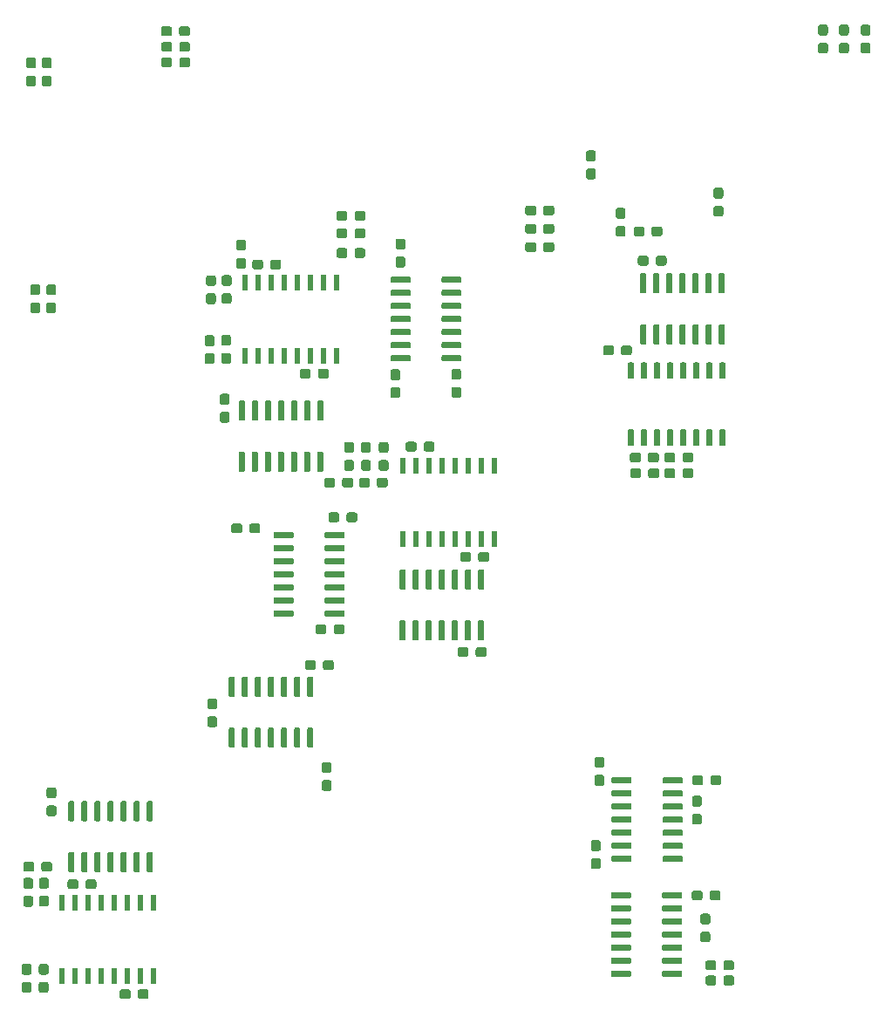
<source format=gtp>
G04 #@! TF.GenerationSoftware,KiCad,Pcbnew,5.1.5+dfsg1-2build2*
G04 #@! TF.CreationDate,2022-01-22T21:41:21+01:00*
G04 #@! TF.ProjectId,lightcontroll,6c696768-7463-46f6-9e74-726f6c6c2e6b,rev?*
G04 #@! TF.SameCoordinates,Original*
G04 #@! TF.FileFunction,Paste,Top*
G04 #@! TF.FilePolarity,Positive*
%FSLAX46Y46*%
G04 Gerber Fmt 4.6, Leading zero omitted, Abs format (unit mm)*
G04 Created by KiCad (PCBNEW 5.1.5+dfsg1-2build2) date 2022-01-22 21:41:21*
%MOMM*%
%LPD*%
G04 APERTURE LIST*
%ADD10C,0.100000*%
%ADD11R,0.600000X1.500000*%
G04 APERTURE END LIST*
D10*
G36*
X24136779Y-20431144D02*
G01*
X24159834Y-20434563D01*
X24182443Y-20440227D01*
X24204387Y-20448079D01*
X24225457Y-20458044D01*
X24245448Y-20470026D01*
X24264168Y-20483910D01*
X24281438Y-20499562D01*
X24297090Y-20516832D01*
X24310974Y-20535552D01*
X24322956Y-20555543D01*
X24332921Y-20576613D01*
X24340773Y-20598557D01*
X24346437Y-20621166D01*
X24349856Y-20644221D01*
X24351000Y-20667500D01*
X24351000Y-21242500D01*
X24349856Y-21265779D01*
X24346437Y-21288834D01*
X24340773Y-21311443D01*
X24332921Y-21333387D01*
X24322956Y-21354457D01*
X24310974Y-21374448D01*
X24297090Y-21393168D01*
X24281438Y-21410438D01*
X24264168Y-21426090D01*
X24245448Y-21439974D01*
X24225457Y-21451956D01*
X24204387Y-21461921D01*
X24182443Y-21469773D01*
X24159834Y-21475437D01*
X24136779Y-21478856D01*
X24113500Y-21480000D01*
X23638500Y-21480000D01*
X23615221Y-21478856D01*
X23592166Y-21475437D01*
X23569557Y-21469773D01*
X23547613Y-21461921D01*
X23526543Y-21451956D01*
X23506552Y-21439974D01*
X23487832Y-21426090D01*
X23470562Y-21410438D01*
X23454910Y-21393168D01*
X23441026Y-21374448D01*
X23429044Y-21354457D01*
X23419079Y-21333387D01*
X23411227Y-21311443D01*
X23405563Y-21288834D01*
X23402144Y-21265779D01*
X23401000Y-21242500D01*
X23401000Y-20667500D01*
X23402144Y-20644221D01*
X23405563Y-20621166D01*
X23411227Y-20598557D01*
X23419079Y-20576613D01*
X23429044Y-20555543D01*
X23441026Y-20535552D01*
X23454910Y-20516832D01*
X23470562Y-20499562D01*
X23487832Y-20483910D01*
X23506552Y-20470026D01*
X23526543Y-20458044D01*
X23547613Y-20448079D01*
X23569557Y-20440227D01*
X23592166Y-20434563D01*
X23615221Y-20431144D01*
X23638500Y-20430000D01*
X24113500Y-20430000D01*
X24136779Y-20431144D01*
G37*
G36*
X24136779Y-18681144D02*
G01*
X24159834Y-18684563D01*
X24182443Y-18690227D01*
X24204387Y-18698079D01*
X24225457Y-18708044D01*
X24245448Y-18720026D01*
X24264168Y-18733910D01*
X24281438Y-18749562D01*
X24297090Y-18766832D01*
X24310974Y-18785552D01*
X24322956Y-18805543D01*
X24332921Y-18826613D01*
X24340773Y-18848557D01*
X24346437Y-18871166D01*
X24349856Y-18894221D01*
X24351000Y-18917500D01*
X24351000Y-19492500D01*
X24349856Y-19515779D01*
X24346437Y-19538834D01*
X24340773Y-19561443D01*
X24332921Y-19583387D01*
X24322956Y-19604457D01*
X24310974Y-19624448D01*
X24297090Y-19643168D01*
X24281438Y-19660438D01*
X24264168Y-19676090D01*
X24245448Y-19689974D01*
X24225457Y-19701956D01*
X24204387Y-19711921D01*
X24182443Y-19719773D01*
X24159834Y-19725437D01*
X24136779Y-19728856D01*
X24113500Y-19730000D01*
X23638500Y-19730000D01*
X23615221Y-19728856D01*
X23592166Y-19725437D01*
X23569557Y-19719773D01*
X23547613Y-19711921D01*
X23526543Y-19701956D01*
X23506552Y-19689974D01*
X23487832Y-19676090D01*
X23470562Y-19660438D01*
X23454910Y-19643168D01*
X23441026Y-19624448D01*
X23429044Y-19604457D01*
X23419079Y-19583387D01*
X23411227Y-19561443D01*
X23405563Y-19538834D01*
X23402144Y-19515779D01*
X23401000Y-19492500D01*
X23401000Y-18917500D01*
X23402144Y-18894221D01*
X23405563Y-18871166D01*
X23411227Y-18848557D01*
X23419079Y-18826613D01*
X23429044Y-18805543D01*
X23441026Y-18785552D01*
X23454910Y-18766832D01*
X23470562Y-18749562D01*
X23487832Y-18733910D01*
X23506552Y-18720026D01*
X23526543Y-18708044D01*
X23547613Y-18698079D01*
X23569557Y-18690227D01*
X23592166Y-18684563D01*
X23615221Y-18681144D01*
X23638500Y-18680000D01*
X24113500Y-18680000D01*
X24136779Y-18681144D01*
G37*
G36*
X24543179Y-42452944D02*
G01*
X24566234Y-42456363D01*
X24588843Y-42462027D01*
X24610787Y-42469879D01*
X24631857Y-42479844D01*
X24651848Y-42491826D01*
X24670568Y-42505710D01*
X24687838Y-42521362D01*
X24703490Y-42538632D01*
X24717374Y-42557352D01*
X24729356Y-42577343D01*
X24739321Y-42598413D01*
X24747173Y-42620357D01*
X24752837Y-42642966D01*
X24756256Y-42666021D01*
X24757400Y-42689300D01*
X24757400Y-43264300D01*
X24756256Y-43287579D01*
X24752837Y-43310634D01*
X24747173Y-43333243D01*
X24739321Y-43355187D01*
X24729356Y-43376257D01*
X24717374Y-43396248D01*
X24703490Y-43414968D01*
X24687838Y-43432238D01*
X24670568Y-43447890D01*
X24651848Y-43461774D01*
X24631857Y-43473756D01*
X24610787Y-43483721D01*
X24588843Y-43491573D01*
X24566234Y-43497237D01*
X24543179Y-43500656D01*
X24519900Y-43501800D01*
X24044900Y-43501800D01*
X24021621Y-43500656D01*
X23998566Y-43497237D01*
X23975957Y-43491573D01*
X23954013Y-43483721D01*
X23932943Y-43473756D01*
X23912952Y-43461774D01*
X23894232Y-43447890D01*
X23876962Y-43432238D01*
X23861310Y-43414968D01*
X23847426Y-43396248D01*
X23835444Y-43376257D01*
X23825479Y-43355187D01*
X23817627Y-43333243D01*
X23811963Y-43310634D01*
X23808544Y-43287579D01*
X23807400Y-43264300D01*
X23807400Y-42689300D01*
X23808544Y-42666021D01*
X23811963Y-42642966D01*
X23817627Y-42620357D01*
X23825479Y-42598413D01*
X23835444Y-42577343D01*
X23847426Y-42557352D01*
X23861310Y-42538632D01*
X23876962Y-42521362D01*
X23894232Y-42505710D01*
X23912952Y-42491826D01*
X23932943Y-42479844D01*
X23954013Y-42469879D01*
X23975957Y-42462027D01*
X23998566Y-42456363D01*
X24021621Y-42452944D01*
X24044900Y-42451800D01*
X24519900Y-42451800D01*
X24543179Y-42452944D01*
G37*
G36*
X24543179Y-40702944D02*
G01*
X24566234Y-40706363D01*
X24588843Y-40712027D01*
X24610787Y-40719879D01*
X24631857Y-40729844D01*
X24651848Y-40741826D01*
X24670568Y-40755710D01*
X24687838Y-40771362D01*
X24703490Y-40788632D01*
X24717374Y-40807352D01*
X24729356Y-40827343D01*
X24739321Y-40848413D01*
X24747173Y-40870357D01*
X24752837Y-40892966D01*
X24756256Y-40916021D01*
X24757400Y-40939300D01*
X24757400Y-41514300D01*
X24756256Y-41537579D01*
X24752837Y-41560634D01*
X24747173Y-41583243D01*
X24739321Y-41605187D01*
X24729356Y-41626257D01*
X24717374Y-41646248D01*
X24703490Y-41664968D01*
X24687838Y-41682238D01*
X24670568Y-41697890D01*
X24651848Y-41711774D01*
X24631857Y-41723756D01*
X24610787Y-41733721D01*
X24588843Y-41741573D01*
X24566234Y-41747237D01*
X24543179Y-41750656D01*
X24519900Y-41751800D01*
X24044900Y-41751800D01*
X24021621Y-41750656D01*
X23998566Y-41747237D01*
X23975957Y-41741573D01*
X23954013Y-41733721D01*
X23932943Y-41723756D01*
X23912952Y-41711774D01*
X23894232Y-41697890D01*
X23876962Y-41682238D01*
X23861310Y-41664968D01*
X23847426Y-41646248D01*
X23835444Y-41626257D01*
X23825479Y-41605187D01*
X23817627Y-41583243D01*
X23811963Y-41560634D01*
X23808544Y-41537579D01*
X23807400Y-41514300D01*
X23807400Y-40939300D01*
X23808544Y-40916021D01*
X23811963Y-40892966D01*
X23817627Y-40870357D01*
X23825479Y-40848413D01*
X23835444Y-40827343D01*
X23847426Y-40807352D01*
X23861310Y-40788632D01*
X23876962Y-40771362D01*
X23894232Y-40755710D01*
X23912952Y-40741826D01*
X23932943Y-40729844D01*
X23954013Y-40719879D01*
X23975957Y-40712027D01*
X23998566Y-40706363D01*
X24021621Y-40702944D01*
X24044900Y-40701800D01*
X24519900Y-40701800D01*
X24543179Y-40702944D01*
G37*
G36*
X26092579Y-40700344D02*
G01*
X26115634Y-40703763D01*
X26138243Y-40709427D01*
X26160187Y-40717279D01*
X26181257Y-40727244D01*
X26201248Y-40739226D01*
X26219968Y-40753110D01*
X26237238Y-40768762D01*
X26252890Y-40786032D01*
X26266774Y-40804752D01*
X26278756Y-40824743D01*
X26288721Y-40845813D01*
X26296573Y-40867757D01*
X26302237Y-40890366D01*
X26305656Y-40913421D01*
X26306800Y-40936700D01*
X26306800Y-41511700D01*
X26305656Y-41534979D01*
X26302237Y-41558034D01*
X26296573Y-41580643D01*
X26288721Y-41602587D01*
X26278756Y-41623657D01*
X26266774Y-41643648D01*
X26252890Y-41662368D01*
X26237238Y-41679638D01*
X26219968Y-41695290D01*
X26201248Y-41709174D01*
X26181257Y-41721156D01*
X26160187Y-41731121D01*
X26138243Y-41738973D01*
X26115634Y-41744637D01*
X26092579Y-41748056D01*
X26069300Y-41749200D01*
X25594300Y-41749200D01*
X25571021Y-41748056D01*
X25547966Y-41744637D01*
X25525357Y-41738973D01*
X25503413Y-41731121D01*
X25482343Y-41721156D01*
X25462352Y-41709174D01*
X25443632Y-41695290D01*
X25426362Y-41679638D01*
X25410710Y-41662368D01*
X25396826Y-41643648D01*
X25384844Y-41623657D01*
X25374879Y-41602587D01*
X25367027Y-41580643D01*
X25361363Y-41558034D01*
X25357944Y-41534979D01*
X25356800Y-41511700D01*
X25356800Y-40936700D01*
X25357944Y-40913421D01*
X25361363Y-40890366D01*
X25367027Y-40867757D01*
X25374879Y-40845813D01*
X25384844Y-40824743D01*
X25396826Y-40804752D01*
X25410710Y-40786032D01*
X25426362Y-40768762D01*
X25443632Y-40753110D01*
X25462352Y-40739226D01*
X25482343Y-40727244D01*
X25503413Y-40717279D01*
X25525357Y-40709427D01*
X25547966Y-40703763D01*
X25571021Y-40700344D01*
X25594300Y-40699200D01*
X26069300Y-40699200D01*
X26092579Y-40700344D01*
G37*
G36*
X26092579Y-42450344D02*
G01*
X26115634Y-42453763D01*
X26138243Y-42459427D01*
X26160187Y-42467279D01*
X26181257Y-42477244D01*
X26201248Y-42489226D01*
X26219968Y-42503110D01*
X26237238Y-42518762D01*
X26252890Y-42536032D01*
X26266774Y-42554752D01*
X26278756Y-42574743D01*
X26288721Y-42595813D01*
X26296573Y-42617757D01*
X26302237Y-42640366D01*
X26305656Y-42663421D01*
X26306800Y-42686700D01*
X26306800Y-43261700D01*
X26305656Y-43284979D01*
X26302237Y-43308034D01*
X26296573Y-43330643D01*
X26288721Y-43352587D01*
X26278756Y-43373657D01*
X26266774Y-43393648D01*
X26252890Y-43412368D01*
X26237238Y-43429638D01*
X26219968Y-43445290D01*
X26201248Y-43459174D01*
X26181257Y-43471156D01*
X26160187Y-43481121D01*
X26138243Y-43488973D01*
X26115634Y-43494637D01*
X26092579Y-43498056D01*
X26069300Y-43499200D01*
X25594300Y-43499200D01*
X25571021Y-43498056D01*
X25547966Y-43494637D01*
X25525357Y-43488973D01*
X25503413Y-43481121D01*
X25482343Y-43471156D01*
X25462352Y-43459174D01*
X25443632Y-43445290D01*
X25426362Y-43429638D01*
X25410710Y-43412368D01*
X25396826Y-43393648D01*
X25384844Y-43373657D01*
X25374879Y-43352587D01*
X25367027Y-43330643D01*
X25361363Y-43308034D01*
X25357944Y-43284979D01*
X25356800Y-43261700D01*
X25356800Y-42686700D01*
X25357944Y-42663421D01*
X25361363Y-42640366D01*
X25367027Y-42617757D01*
X25374879Y-42595813D01*
X25384844Y-42574743D01*
X25396826Y-42554752D01*
X25410710Y-42536032D01*
X25426362Y-42518762D01*
X25443632Y-42503110D01*
X25462352Y-42489226D01*
X25482343Y-42477244D01*
X25503413Y-42467279D01*
X25525357Y-42459427D01*
X25547966Y-42453763D01*
X25571021Y-42450344D01*
X25594300Y-42449200D01*
X26069300Y-42449200D01*
X26092579Y-42450344D01*
G37*
G36*
X25660779Y-20431144D02*
G01*
X25683834Y-20434563D01*
X25706443Y-20440227D01*
X25728387Y-20448079D01*
X25749457Y-20458044D01*
X25769448Y-20470026D01*
X25788168Y-20483910D01*
X25805438Y-20499562D01*
X25821090Y-20516832D01*
X25834974Y-20535552D01*
X25846956Y-20555543D01*
X25856921Y-20576613D01*
X25864773Y-20598557D01*
X25870437Y-20621166D01*
X25873856Y-20644221D01*
X25875000Y-20667500D01*
X25875000Y-21242500D01*
X25873856Y-21265779D01*
X25870437Y-21288834D01*
X25864773Y-21311443D01*
X25856921Y-21333387D01*
X25846956Y-21354457D01*
X25834974Y-21374448D01*
X25821090Y-21393168D01*
X25805438Y-21410438D01*
X25788168Y-21426090D01*
X25769448Y-21439974D01*
X25749457Y-21451956D01*
X25728387Y-21461921D01*
X25706443Y-21469773D01*
X25683834Y-21475437D01*
X25660779Y-21478856D01*
X25637500Y-21480000D01*
X25162500Y-21480000D01*
X25139221Y-21478856D01*
X25116166Y-21475437D01*
X25093557Y-21469773D01*
X25071613Y-21461921D01*
X25050543Y-21451956D01*
X25030552Y-21439974D01*
X25011832Y-21426090D01*
X24994562Y-21410438D01*
X24978910Y-21393168D01*
X24965026Y-21374448D01*
X24953044Y-21354457D01*
X24943079Y-21333387D01*
X24935227Y-21311443D01*
X24929563Y-21288834D01*
X24926144Y-21265779D01*
X24925000Y-21242500D01*
X24925000Y-20667500D01*
X24926144Y-20644221D01*
X24929563Y-20621166D01*
X24935227Y-20598557D01*
X24943079Y-20576613D01*
X24953044Y-20555543D01*
X24965026Y-20535552D01*
X24978910Y-20516832D01*
X24994562Y-20499562D01*
X25011832Y-20483910D01*
X25030552Y-20470026D01*
X25050543Y-20458044D01*
X25071613Y-20448079D01*
X25093557Y-20440227D01*
X25116166Y-20434563D01*
X25139221Y-20431144D01*
X25162500Y-20430000D01*
X25637500Y-20430000D01*
X25660779Y-20431144D01*
G37*
G36*
X25660779Y-18681144D02*
G01*
X25683834Y-18684563D01*
X25706443Y-18690227D01*
X25728387Y-18698079D01*
X25749457Y-18708044D01*
X25769448Y-18720026D01*
X25788168Y-18733910D01*
X25805438Y-18749562D01*
X25821090Y-18766832D01*
X25834974Y-18785552D01*
X25846956Y-18805543D01*
X25856921Y-18826613D01*
X25864773Y-18848557D01*
X25870437Y-18871166D01*
X25873856Y-18894221D01*
X25875000Y-18917500D01*
X25875000Y-19492500D01*
X25873856Y-19515779D01*
X25870437Y-19538834D01*
X25864773Y-19561443D01*
X25856921Y-19583387D01*
X25846956Y-19604457D01*
X25834974Y-19624448D01*
X25821090Y-19643168D01*
X25805438Y-19660438D01*
X25788168Y-19676090D01*
X25769448Y-19689974D01*
X25749457Y-19701956D01*
X25728387Y-19711921D01*
X25706443Y-19719773D01*
X25683834Y-19725437D01*
X25660779Y-19728856D01*
X25637500Y-19730000D01*
X25162500Y-19730000D01*
X25139221Y-19728856D01*
X25116166Y-19725437D01*
X25093557Y-19719773D01*
X25071613Y-19711921D01*
X25050543Y-19701956D01*
X25030552Y-19689974D01*
X25011832Y-19676090D01*
X24994562Y-19660438D01*
X24978910Y-19643168D01*
X24965026Y-19624448D01*
X24953044Y-19604457D01*
X24943079Y-19583387D01*
X24935227Y-19561443D01*
X24929563Y-19538834D01*
X24926144Y-19515779D01*
X24925000Y-19492500D01*
X24925000Y-18917500D01*
X24926144Y-18894221D01*
X24929563Y-18871166D01*
X24935227Y-18848557D01*
X24943079Y-18826613D01*
X24953044Y-18805543D01*
X24965026Y-18785552D01*
X24978910Y-18766832D01*
X24994562Y-18749562D01*
X25011832Y-18733910D01*
X25030552Y-18720026D01*
X25050543Y-18708044D01*
X25071613Y-18698079D01*
X25093557Y-18690227D01*
X25116166Y-18684563D01*
X25139221Y-18681144D01*
X25162500Y-18680000D01*
X25637500Y-18680000D01*
X25660779Y-18681144D01*
G37*
G36*
X27952303Y-90860922D02*
G01*
X27966864Y-90863082D01*
X27981143Y-90866659D01*
X27995003Y-90871618D01*
X28008310Y-90877912D01*
X28020936Y-90885480D01*
X28032759Y-90894248D01*
X28043666Y-90904134D01*
X28053552Y-90915041D01*
X28062320Y-90926864D01*
X28069888Y-90939490D01*
X28076182Y-90952797D01*
X28081141Y-90966657D01*
X28084718Y-90980936D01*
X28086878Y-90995497D01*
X28087600Y-91010200D01*
X28087600Y-92660200D01*
X28086878Y-92674903D01*
X28084718Y-92689464D01*
X28081141Y-92703743D01*
X28076182Y-92717603D01*
X28069888Y-92730910D01*
X28062320Y-92743536D01*
X28053552Y-92755359D01*
X28043666Y-92766266D01*
X28032759Y-92776152D01*
X28020936Y-92784920D01*
X28008310Y-92792488D01*
X27995003Y-92798782D01*
X27981143Y-92803741D01*
X27966864Y-92807318D01*
X27952303Y-92809478D01*
X27937600Y-92810200D01*
X27637600Y-92810200D01*
X27622897Y-92809478D01*
X27608336Y-92807318D01*
X27594057Y-92803741D01*
X27580197Y-92798782D01*
X27566890Y-92792488D01*
X27554264Y-92784920D01*
X27542441Y-92776152D01*
X27531534Y-92766266D01*
X27521648Y-92755359D01*
X27512880Y-92743536D01*
X27505312Y-92730910D01*
X27499018Y-92717603D01*
X27494059Y-92703743D01*
X27490482Y-92689464D01*
X27488322Y-92674903D01*
X27487600Y-92660200D01*
X27487600Y-91010200D01*
X27488322Y-90995497D01*
X27490482Y-90980936D01*
X27494059Y-90966657D01*
X27499018Y-90952797D01*
X27505312Y-90939490D01*
X27512880Y-90926864D01*
X27521648Y-90915041D01*
X27531534Y-90904134D01*
X27542441Y-90894248D01*
X27554264Y-90885480D01*
X27566890Y-90877912D01*
X27580197Y-90871618D01*
X27594057Y-90866659D01*
X27608336Y-90863082D01*
X27622897Y-90860922D01*
X27637600Y-90860200D01*
X27937600Y-90860200D01*
X27952303Y-90860922D01*
G37*
G36*
X29222303Y-90860922D02*
G01*
X29236864Y-90863082D01*
X29251143Y-90866659D01*
X29265003Y-90871618D01*
X29278310Y-90877912D01*
X29290936Y-90885480D01*
X29302759Y-90894248D01*
X29313666Y-90904134D01*
X29323552Y-90915041D01*
X29332320Y-90926864D01*
X29339888Y-90939490D01*
X29346182Y-90952797D01*
X29351141Y-90966657D01*
X29354718Y-90980936D01*
X29356878Y-90995497D01*
X29357600Y-91010200D01*
X29357600Y-92660200D01*
X29356878Y-92674903D01*
X29354718Y-92689464D01*
X29351141Y-92703743D01*
X29346182Y-92717603D01*
X29339888Y-92730910D01*
X29332320Y-92743536D01*
X29323552Y-92755359D01*
X29313666Y-92766266D01*
X29302759Y-92776152D01*
X29290936Y-92784920D01*
X29278310Y-92792488D01*
X29265003Y-92798782D01*
X29251143Y-92803741D01*
X29236864Y-92807318D01*
X29222303Y-92809478D01*
X29207600Y-92810200D01*
X28907600Y-92810200D01*
X28892897Y-92809478D01*
X28878336Y-92807318D01*
X28864057Y-92803741D01*
X28850197Y-92798782D01*
X28836890Y-92792488D01*
X28824264Y-92784920D01*
X28812441Y-92776152D01*
X28801534Y-92766266D01*
X28791648Y-92755359D01*
X28782880Y-92743536D01*
X28775312Y-92730910D01*
X28769018Y-92717603D01*
X28764059Y-92703743D01*
X28760482Y-92689464D01*
X28758322Y-92674903D01*
X28757600Y-92660200D01*
X28757600Y-91010200D01*
X28758322Y-90995497D01*
X28760482Y-90980936D01*
X28764059Y-90966657D01*
X28769018Y-90952797D01*
X28775312Y-90939490D01*
X28782880Y-90926864D01*
X28791648Y-90915041D01*
X28801534Y-90904134D01*
X28812441Y-90894248D01*
X28824264Y-90885480D01*
X28836890Y-90877912D01*
X28850197Y-90871618D01*
X28864057Y-90866659D01*
X28878336Y-90863082D01*
X28892897Y-90860922D01*
X28907600Y-90860200D01*
X29207600Y-90860200D01*
X29222303Y-90860922D01*
G37*
G36*
X30492303Y-90860922D02*
G01*
X30506864Y-90863082D01*
X30521143Y-90866659D01*
X30535003Y-90871618D01*
X30548310Y-90877912D01*
X30560936Y-90885480D01*
X30572759Y-90894248D01*
X30583666Y-90904134D01*
X30593552Y-90915041D01*
X30602320Y-90926864D01*
X30609888Y-90939490D01*
X30616182Y-90952797D01*
X30621141Y-90966657D01*
X30624718Y-90980936D01*
X30626878Y-90995497D01*
X30627600Y-91010200D01*
X30627600Y-92660200D01*
X30626878Y-92674903D01*
X30624718Y-92689464D01*
X30621141Y-92703743D01*
X30616182Y-92717603D01*
X30609888Y-92730910D01*
X30602320Y-92743536D01*
X30593552Y-92755359D01*
X30583666Y-92766266D01*
X30572759Y-92776152D01*
X30560936Y-92784920D01*
X30548310Y-92792488D01*
X30535003Y-92798782D01*
X30521143Y-92803741D01*
X30506864Y-92807318D01*
X30492303Y-92809478D01*
X30477600Y-92810200D01*
X30177600Y-92810200D01*
X30162897Y-92809478D01*
X30148336Y-92807318D01*
X30134057Y-92803741D01*
X30120197Y-92798782D01*
X30106890Y-92792488D01*
X30094264Y-92784920D01*
X30082441Y-92776152D01*
X30071534Y-92766266D01*
X30061648Y-92755359D01*
X30052880Y-92743536D01*
X30045312Y-92730910D01*
X30039018Y-92717603D01*
X30034059Y-92703743D01*
X30030482Y-92689464D01*
X30028322Y-92674903D01*
X30027600Y-92660200D01*
X30027600Y-91010200D01*
X30028322Y-90995497D01*
X30030482Y-90980936D01*
X30034059Y-90966657D01*
X30039018Y-90952797D01*
X30045312Y-90939490D01*
X30052880Y-90926864D01*
X30061648Y-90915041D01*
X30071534Y-90904134D01*
X30082441Y-90894248D01*
X30094264Y-90885480D01*
X30106890Y-90877912D01*
X30120197Y-90871618D01*
X30134057Y-90866659D01*
X30148336Y-90863082D01*
X30162897Y-90860922D01*
X30177600Y-90860200D01*
X30477600Y-90860200D01*
X30492303Y-90860922D01*
G37*
G36*
X31762303Y-90860922D02*
G01*
X31776864Y-90863082D01*
X31791143Y-90866659D01*
X31805003Y-90871618D01*
X31818310Y-90877912D01*
X31830936Y-90885480D01*
X31842759Y-90894248D01*
X31853666Y-90904134D01*
X31863552Y-90915041D01*
X31872320Y-90926864D01*
X31879888Y-90939490D01*
X31886182Y-90952797D01*
X31891141Y-90966657D01*
X31894718Y-90980936D01*
X31896878Y-90995497D01*
X31897600Y-91010200D01*
X31897600Y-92660200D01*
X31896878Y-92674903D01*
X31894718Y-92689464D01*
X31891141Y-92703743D01*
X31886182Y-92717603D01*
X31879888Y-92730910D01*
X31872320Y-92743536D01*
X31863552Y-92755359D01*
X31853666Y-92766266D01*
X31842759Y-92776152D01*
X31830936Y-92784920D01*
X31818310Y-92792488D01*
X31805003Y-92798782D01*
X31791143Y-92803741D01*
X31776864Y-92807318D01*
X31762303Y-92809478D01*
X31747600Y-92810200D01*
X31447600Y-92810200D01*
X31432897Y-92809478D01*
X31418336Y-92807318D01*
X31404057Y-92803741D01*
X31390197Y-92798782D01*
X31376890Y-92792488D01*
X31364264Y-92784920D01*
X31352441Y-92776152D01*
X31341534Y-92766266D01*
X31331648Y-92755359D01*
X31322880Y-92743536D01*
X31315312Y-92730910D01*
X31309018Y-92717603D01*
X31304059Y-92703743D01*
X31300482Y-92689464D01*
X31298322Y-92674903D01*
X31297600Y-92660200D01*
X31297600Y-91010200D01*
X31298322Y-90995497D01*
X31300482Y-90980936D01*
X31304059Y-90966657D01*
X31309018Y-90952797D01*
X31315312Y-90939490D01*
X31322880Y-90926864D01*
X31331648Y-90915041D01*
X31341534Y-90904134D01*
X31352441Y-90894248D01*
X31364264Y-90885480D01*
X31376890Y-90877912D01*
X31390197Y-90871618D01*
X31404057Y-90866659D01*
X31418336Y-90863082D01*
X31432897Y-90860922D01*
X31447600Y-90860200D01*
X31747600Y-90860200D01*
X31762303Y-90860922D01*
G37*
G36*
X33032303Y-90860922D02*
G01*
X33046864Y-90863082D01*
X33061143Y-90866659D01*
X33075003Y-90871618D01*
X33088310Y-90877912D01*
X33100936Y-90885480D01*
X33112759Y-90894248D01*
X33123666Y-90904134D01*
X33133552Y-90915041D01*
X33142320Y-90926864D01*
X33149888Y-90939490D01*
X33156182Y-90952797D01*
X33161141Y-90966657D01*
X33164718Y-90980936D01*
X33166878Y-90995497D01*
X33167600Y-91010200D01*
X33167600Y-92660200D01*
X33166878Y-92674903D01*
X33164718Y-92689464D01*
X33161141Y-92703743D01*
X33156182Y-92717603D01*
X33149888Y-92730910D01*
X33142320Y-92743536D01*
X33133552Y-92755359D01*
X33123666Y-92766266D01*
X33112759Y-92776152D01*
X33100936Y-92784920D01*
X33088310Y-92792488D01*
X33075003Y-92798782D01*
X33061143Y-92803741D01*
X33046864Y-92807318D01*
X33032303Y-92809478D01*
X33017600Y-92810200D01*
X32717600Y-92810200D01*
X32702897Y-92809478D01*
X32688336Y-92807318D01*
X32674057Y-92803741D01*
X32660197Y-92798782D01*
X32646890Y-92792488D01*
X32634264Y-92784920D01*
X32622441Y-92776152D01*
X32611534Y-92766266D01*
X32601648Y-92755359D01*
X32592880Y-92743536D01*
X32585312Y-92730910D01*
X32579018Y-92717603D01*
X32574059Y-92703743D01*
X32570482Y-92689464D01*
X32568322Y-92674903D01*
X32567600Y-92660200D01*
X32567600Y-91010200D01*
X32568322Y-90995497D01*
X32570482Y-90980936D01*
X32574059Y-90966657D01*
X32579018Y-90952797D01*
X32585312Y-90939490D01*
X32592880Y-90926864D01*
X32601648Y-90915041D01*
X32611534Y-90904134D01*
X32622441Y-90894248D01*
X32634264Y-90885480D01*
X32646890Y-90877912D01*
X32660197Y-90871618D01*
X32674057Y-90866659D01*
X32688336Y-90863082D01*
X32702897Y-90860922D01*
X32717600Y-90860200D01*
X33017600Y-90860200D01*
X33032303Y-90860922D01*
G37*
G36*
X34302303Y-90860922D02*
G01*
X34316864Y-90863082D01*
X34331143Y-90866659D01*
X34345003Y-90871618D01*
X34358310Y-90877912D01*
X34370936Y-90885480D01*
X34382759Y-90894248D01*
X34393666Y-90904134D01*
X34403552Y-90915041D01*
X34412320Y-90926864D01*
X34419888Y-90939490D01*
X34426182Y-90952797D01*
X34431141Y-90966657D01*
X34434718Y-90980936D01*
X34436878Y-90995497D01*
X34437600Y-91010200D01*
X34437600Y-92660200D01*
X34436878Y-92674903D01*
X34434718Y-92689464D01*
X34431141Y-92703743D01*
X34426182Y-92717603D01*
X34419888Y-92730910D01*
X34412320Y-92743536D01*
X34403552Y-92755359D01*
X34393666Y-92766266D01*
X34382759Y-92776152D01*
X34370936Y-92784920D01*
X34358310Y-92792488D01*
X34345003Y-92798782D01*
X34331143Y-92803741D01*
X34316864Y-92807318D01*
X34302303Y-92809478D01*
X34287600Y-92810200D01*
X33987600Y-92810200D01*
X33972897Y-92809478D01*
X33958336Y-92807318D01*
X33944057Y-92803741D01*
X33930197Y-92798782D01*
X33916890Y-92792488D01*
X33904264Y-92784920D01*
X33892441Y-92776152D01*
X33881534Y-92766266D01*
X33871648Y-92755359D01*
X33862880Y-92743536D01*
X33855312Y-92730910D01*
X33849018Y-92717603D01*
X33844059Y-92703743D01*
X33840482Y-92689464D01*
X33838322Y-92674903D01*
X33837600Y-92660200D01*
X33837600Y-91010200D01*
X33838322Y-90995497D01*
X33840482Y-90980936D01*
X33844059Y-90966657D01*
X33849018Y-90952797D01*
X33855312Y-90939490D01*
X33862880Y-90926864D01*
X33871648Y-90915041D01*
X33881534Y-90904134D01*
X33892441Y-90894248D01*
X33904264Y-90885480D01*
X33916890Y-90877912D01*
X33930197Y-90871618D01*
X33944057Y-90866659D01*
X33958336Y-90863082D01*
X33972897Y-90860922D01*
X33987600Y-90860200D01*
X34287600Y-90860200D01*
X34302303Y-90860922D01*
G37*
G36*
X35572303Y-90860922D02*
G01*
X35586864Y-90863082D01*
X35601143Y-90866659D01*
X35615003Y-90871618D01*
X35628310Y-90877912D01*
X35640936Y-90885480D01*
X35652759Y-90894248D01*
X35663666Y-90904134D01*
X35673552Y-90915041D01*
X35682320Y-90926864D01*
X35689888Y-90939490D01*
X35696182Y-90952797D01*
X35701141Y-90966657D01*
X35704718Y-90980936D01*
X35706878Y-90995497D01*
X35707600Y-91010200D01*
X35707600Y-92660200D01*
X35706878Y-92674903D01*
X35704718Y-92689464D01*
X35701141Y-92703743D01*
X35696182Y-92717603D01*
X35689888Y-92730910D01*
X35682320Y-92743536D01*
X35673552Y-92755359D01*
X35663666Y-92766266D01*
X35652759Y-92776152D01*
X35640936Y-92784920D01*
X35628310Y-92792488D01*
X35615003Y-92798782D01*
X35601143Y-92803741D01*
X35586864Y-92807318D01*
X35572303Y-92809478D01*
X35557600Y-92810200D01*
X35257600Y-92810200D01*
X35242897Y-92809478D01*
X35228336Y-92807318D01*
X35214057Y-92803741D01*
X35200197Y-92798782D01*
X35186890Y-92792488D01*
X35174264Y-92784920D01*
X35162441Y-92776152D01*
X35151534Y-92766266D01*
X35141648Y-92755359D01*
X35132880Y-92743536D01*
X35125312Y-92730910D01*
X35119018Y-92717603D01*
X35114059Y-92703743D01*
X35110482Y-92689464D01*
X35108322Y-92674903D01*
X35107600Y-92660200D01*
X35107600Y-91010200D01*
X35108322Y-90995497D01*
X35110482Y-90980936D01*
X35114059Y-90966657D01*
X35119018Y-90952797D01*
X35125312Y-90939490D01*
X35132880Y-90926864D01*
X35141648Y-90915041D01*
X35151534Y-90904134D01*
X35162441Y-90894248D01*
X35174264Y-90885480D01*
X35186890Y-90877912D01*
X35200197Y-90871618D01*
X35214057Y-90866659D01*
X35228336Y-90863082D01*
X35242897Y-90860922D01*
X35257600Y-90860200D01*
X35557600Y-90860200D01*
X35572303Y-90860922D01*
G37*
G36*
X35572303Y-95810922D02*
G01*
X35586864Y-95813082D01*
X35601143Y-95816659D01*
X35615003Y-95821618D01*
X35628310Y-95827912D01*
X35640936Y-95835480D01*
X35652759Y-95844248D01*
X35663666Y-95854134D01*
X35673552Y-95865041D01*
X35682320Y-95876864D01*
X35689888Y-95889490D01*
X35696182Y-95902797D01*
X35701141Y-95916657D01*
X35704718Y-95930936D01*
X35706878Y-95945497D01*
X35707600Y-95960200D01*
X35707600Y-97610200D01*
X35706878Y-97624903D01*
X35704718Y-97639464D01*
X35701141Y-97653743D01*
X35696182Y-97667603D01*
X35689888Y-97680910D01*
X35682320Y-97693536D01*
X35673552Y-97705359D01*
X35663666Y-97716266D01*
X35652759Y-97726152D01*
X35640936Y-97734920D01*
X35628310Y-97742488D01*
X35615003Y-97748782D01*
X35601143Y-97753741D01*
X35586864Y-97757318D01*
X35572303Y-97759478D01*
X35557600Y-97760200D01*
X35257600Y-97760200D01*
X35242897Y-97759478D01*
X35228336Y-97757318D01*
X35214057Y-97753741D01*
X35200197Y-97748782D01*
X35186890Y-97742488D01*
X35174264Y-97734920D01*
X35162441Y-97726152D01*
X35151534Y-97716266D01*
X35141648Y-97705359D01*
X35132880Y-97693536D01*
X35125312Y-97680910D01*
X35119018Y-97667603D01*
X35114059Y-97653743D01*
X35110482Y-97639464D01*
X35108322Y-97624903D01*
X35107600Y-97610200D01*
X35107600Y-95960200D01*
X35108322Y-95945497D01*
X35110482Y-95930936D01*
X35114059Y-95916657D01*
X35119018Y-95902797D01*
X35125312Y-95889490D01*
X35132880Y-95876864D01*
X35141648Y-95865041D01*
X35151534Y-95854134D01*
X35162441Y-95844248D01*
X35174264Y-95835480D01*
X35186890Y-95827912D01*
X35200197Y-95821618D01*
X35214057Y-95816659D01*
X35228336Y-95813082D01*
X35242897Y-95810922D01*
X35257600Y-95810200D01*
X35557600Y-95810200D01*
X35572303Y-95810922D01*
G37*
G36*
X34302303Y-95810922D02*
G01*
X34316864Y-95813082D01*
X34331143Y-95816659D01*
X34345003Y-95821618D01*
X34358310Y-95827912D01*
X34370936Y-95835480D01*
X34382759Y-95844248D01*
X34393666Y-95854134D01*
X34403552Y-95865041D01*
X34412320Y-95876864D01*
X34419888Y-95889490D01*
X34426182Y-95902797D01*
X34431141Y-95916657D01*
X34434718Y-95930936D01*
X34436878Y-95945497D01*
X34437600Y-95960200D01*
X34437600Y-97610200D01*
X34436878Y-97624903D01*
X34434718Y-97639464D01*
X34431141Y-97653743D01*
X34426182Y-97667603D01*
X34419888Y-97680910D01*
X34412320Y-97693536D01*
X34403552Y-97705359D01*
X34393666Y-97716266D01*
X34382759Y-97726152D01*
X34370936Y-97734920D01*
X34358310Y-97742488D01*
X34345003Y-97748782D01*
X34331143Y-97753741D01*
X34316864Y-97757318D01*
X34302303Y-97759478D01*
X34287600Y-97760200D01*
X33987600Y-97760200D01*
X33972897Y-97759478D01*
X33958336Y-97757318D01*
X33944057Y-97753741D01*
X33930197Y-97748782D01*
X33916890Y-97742488D01*
X33904264Y-97734920D01*
X33892441Y-97726152D01*
X33881534Y-97716266D01*
X33871648Y-97705359D01*
X33862880Y-97693536D01*
X33855312Y-97680910D01*
X33849018Y-97667603D01*
X33844059Y-97653743D01*
X33840482Y-97639464D01*
X33838322Y-97624903D01*
X33837600Y-97610200D01*
X33837600Y-95960200D01*
X33838322Y-95945497D01*
X33840482Y-95930936D01*
X33844059Y-95916657D01*
X33849018Y-95902797D01*
X33855312Y-95889490D01*
X33862880Y-95876864D01*
X33871648Y-95865041D01*
X33881534Y-95854134D01*
X33892441Y-95844248D01*
X33904264Y-95835480D01*
X33916890Y-95827912D01*
X33930197Y-95821618D01*
X33944057Y-95816659D01*
X33958336Y-95813082D01*
X33972897Y-95810922D01*
X33987600Y-95810200D01*
X34287600Y-95810200D01*
X34302303Y-95810922D01*
G37*
G36*
X33032303Y-95810922D02*
G01*
X33046864Y-95813082D01*
X33061143Y-95816659D01*
X33075003Y-95821618D01*
X33088310Y-95827912D01*
X33100936Y-95835480D01*
X33112759Y-95844248D01*
X33123666Y-95854134D01*
X33133552Y-95865041D01*
X33142320Y-95876864D01*
X33149888Y-95889490D01*
X33156182Y-95902797D01*
X33161141Y-95916657D01*
X33164718Y-95930936D01*
X33166878Y-95945497D01*
X33167600Y-95960200D01*
X33167600Y-97610200D01*
X33166878Y-97624903D01*
X33164718Y-97639464D01*
X33161141Y-97653743D01*
X33156182Y-97667603D01*
X33149888Y-97680910D01*
X33142320Y-97693536D01*
X33133552Y-97705359D01*
X33123666Y-97716266D01*
X33112759Y-97726152D01*
X33100936Y-97734920D01*
X33088310Y-97742488D01*
X33075003Y-97748782D01*
X33061143Y-97753741D01*
X33046864Y-97757318D01*
X33032303Y-97759478D01*
X33017600Y-97760200D01*
X32717600Y-97760200D01*
X32702897Y-97759478D01*
X32688336Y-97757318D01*
X32674057Y-97753741D01*
X32660197Y-97748782D01*
X32646890Y-97742488D01*
X32634264Y-97734920D01*
X32622441Y-97726152D01*
X32611534Y-97716266D01*
X32601648Y-97705359D01*
X32592880Y-97693536D01*
X32585312Y-97680910D01*
X32579018Y-97667603D01*
X32574059Y-97653743D01*
X32570482Y-97639464D01*
X32568322Y-97624903D01*
X32567600Y-97610200D01*
X32567600Y-95960200D01*
X32568322Y-95945497D01*
X32570482Y-95930936D01*
X32574059Y-95916657D01*
X32579018Y-95902797D01*
X32585312Y-95889490D01*
X32592880Y-95876864D01*
X32601648Y-95865041D01*
X32611534Y-95854134D01*
X32622441Y-95844248D01*
X32634264Y-95835480D01*
X32646890Y-95827912D01*
X32660197Y-95821618D01*
X32674057Y-95816659D01*
X32688336Y-95813082D01*
X32702897Y-95810922D01*
X32717600Y-95810200D01*
X33017600Y-95810200D01*
X33032303Y-95810922D01*
G37*
G36*
X31762303Y-95810922D02*
G01*
X31776864Y-95813082D01*
X31791143Y-95816659D01*
X31805003Y-95821618D01*
X31818310Y-95827912D01*
X31830936Y-95835480D01*
X31842759Y-95844248D01*
X31853666Y-95854134D01*
X31863552Y-95865041D01*
X31872320Y-95876864D01*
X31879888Y-95889490D01*
X31886182Y-95902797D01*
X31891141Y-95916657D01*
X31894718Y-95930936D01*
X31896878Y-95945497D01*
X31897600Y-95960200D01*
X31897600Y-97610200D01*
X31896878Y-97624903D01*
X31894718Y-97639464D01*
X31891141Y-97653743D01*
X31886182Y-97667603D01*
X31879888Y-97680910D01*
X31872320Y-97693536D01*
X31863552Y-97705359D01*
X31853666Y-97716266D01*
X31842759Y-97726152D01*
X31830936Y-97734920D01*
X31818310Y-97742488D01*
X31805003Y-97748782D01*
X31791143Y-97753741D01*
X31776864Y-97757318D01*
X31762303Y-97759478D01*
X31747600Y-97760200D01*
X31447600Y-97760200D01*
X31432897Y-97759478D01*
X31418336Y-97757318D01*
X31404057Y-97753741D01*
X31390197Y-97748782D01*
X31376890Y-97742488D01*
X31364264Y-97734920D01*
X31352441Y-97726152D01*
X31341534Y-97716266D01*
X31331648Y-97705359D01*
X31322880Y-97693536D01*
X31315312Y-97680910D01*
X31309018Y-97667603D01*
X31304059Y-97653743D01*
X31300482Y-97639464D01*
X31298322Y-97624903D01*
X31297600Y-97610200D01*
X31297600Y-95960200D01*
X31298322Y-95945497D01*
X31300482Y-95930936D01*
X31304059Y-95916657D01*
X31309018Y-95902797D01*
X31315312Y-95889490D01*
X31322880Y-95876864D01*
X31331648Y-95865041D01*
X31341534Y-95854134D01*
X31352441Y-95844248D01*
X31364264Y-95835480D01*
X31376890Y-95827912D01*
X31390197Y-95821618D01*
X31404057Y-95816659D01*
X31418336Y-95813082D01*
X31432897Y-95810922D01*
X31447600Y-95810200D01*
X31747600Y-95810200D01*
X31762303Y-95810922D01*
G37*
G36*
X30492303Y-95810922D02*
G01*
X30506864Y-95813082D01*
X30521143Y-95816659D01*
X30535003Y-95821618D01*
X30548310Y-95827912D01*
X30560936Y-95835480D01*
X30572759Y-95844248D01*
X30583666Y-95854134D01*
X30593552Y-95865041D01*
X30602320Y-95876864D01*
X30609888Y-95889490D01*
X30616182Y-95902797D01*
X30621141Y-95916657D01*
X30624718Y-95930936D01*
X30626878Y-95945497D01*
X30627600Y-95960200D01*
X30627600Y-97610200D01*
X30626878Y-97624903D01*
X30624718Y-97639464D01*
X30621141Y-97653743D01*
X30616182Y-97667603D01*
X30609888Y-97680910D01*
X30602320Y-97693536D01*
X30593552Y-97705359D01*
X30583666Y-97716266D01*
X30572759Y-97726152D01*
X30560936Y-97734920D01*
X30548310Y-97742488D01*
X30535003Y-97748782D01*
X30521143Y-97753741D01*
X30506864Y-97757318D01*
X30492303Y-97759478D01*
X30477600Y-97760200D01*
X30177600Y-97760200D01*
X30162897Y-97759478D01*
X30148336Y-97757318D01*
X30134057Y-97753741D01*
X30120197Y-97748782D01*
X30106890Y-97742488D01*
X30094264Y-97734920D01*
X30082441Y-97726152D01*
X30071534Y-97716266D01*
X30061648Y-97705359D01*
X30052880Y-97693536D01*
X30045312Y-97680910D01*
X30039018Y-97667603D01*
X30034059Y-97653743D01*
X30030482Y-97639464D01*
X30028322Y-97624903D01*
X30027600Y-97610200D01*
X30027600Y-95960200D01*
X30028322Y-95945497D01*
X30030482Y-95930936D01*
X30034059Y-95916657D01*
X30039018Y-95902797D01*
X30045312Y-95889490D01*
X30052880Y-95876864D01*
X30061648Y-95865041D01*
X30071534Y-95854134D01*
X30082441Y-95844248D01*
X30094264Y-95835480D01*
X30106890Y-95827912D01*
X30120197Y-95821618D01*
X30134057Y-95816659D01*
X30148336Y-95813082D01*
X30162897Y-95810922D01*
X30177600Y-95810200D01*
X30477600Y-95810200D01*
X30492303Y-95810922D01*
G37*
G36*
X29222303Y-95810922D02*
G01*
X29236864Y-95813082D01*
X29251143Y-95816659D01*
X29265003Y-95821618D01*
X29278310Y-95827912D01*
X29290936Y-95835480D01*
X29302759Y-95844248D01*
X29313666Y-95854134D01*
X29323552Y-95865041D01*
X29332320Y-95876864D01*
X29339888Y-95889490D01*
X29346182Y-95902797D01*
X29351141Y-95916657D01*
X29354718Y-95930936D01*
X29356878Y-95945497D01*
X29357600Y-95960200D01*
X29357600Y-97610200D01*
X29356878Y-97624903D01*
X29354718Y-97639464D01*
X29351141Y-97653743D01*
X29346182Y-97667603D01*
X29339888Y-97680910D01*
X29332320Y-97693536D01*
X29323552Y-97705359D01*
X29313666Y-97716266D01*
X29302759Y-97726152D01*
X29290936Y-97734920D01*
X29278310Y-97742488D01*
X29265003Y-97748782D01*
X29251143Y-97753741D01*
X29236864Y-97757318D01*
X29222303Y-97759478D01*
X29207600Y-97760200D01*
X28907600Y-97760200D01*
X28892897Y-97759478D01*
X28878336Y-97757318D01*
X28864057Y-97753741D01*
X28850197Y-97748782D01*
X28836890Y-97742488D01*
X28824264Y-97734920D01*
X28812441Y-97726152D01*
X28801534Y-97716266D01*
X28791648Y-97705359D01*
X28782880Y-97693536D01*
X28775312Y-97680910D01*
X28769018Y-97667603D01*
X28764059Y-97653743D01*
X28760482Y-97639464D01*
X28758322Y-97624903D01*
X28757600Y-97610200D01*
X28757600Y-95960200D01*
X28758322Y-95945497D01*
X28760482Y-95930936D01*
X28764059Y-95916657D01*
X28769018Y-95902797D01*
X28775312Y-95889490D01*
X28782880Y-95876864D01*
X28791648Y-95865041D01*
X28801534Y-95854134D01*
X28812441Y-95844248D01*
X28824264Y-95835480D01*
X28836890Y-95827912D01*
X28850197Y-95821618D01*
X28864057Y-95816659D01*
X28878336Y-95813082D01*
X28892897Y-95810922D01*
X28907600Y-95810200D01*
X29207600Y-95810200D01*
X29222303Y-95810922D01*
G37*
G36*
X27952303Y-95810922D02*
G01*
X27966864Y-95813082D01*
X27981143Y-95816659D01*
X27995003Y-95821618D01*
X28008310Y-95827912D01*
X28020936Y-95835480D01*
X28032759Y-95844248D01*
X28043666Y-95854134D01*
X28053552Y-95865041D01*
X28062320Y-95876864D01*
X28069888Y-95889490D01*
X28076182Y-95902797D01*
X28081141Y-95916657D01*
X28084718Y-95930936D01*
X28086878Y-95945497D01*
X28087600Y-95960200D01*
X28087600Y-97610200D01*
X28086878Y-97624903D01*
X28084718Y-97639464D01*
X28081141Y-97653743D01*
X28076182Y-97667603D01*
X28069888Y-97680910D01*
X28062320Y-97693536D01*
X28053552Y-97705359D01*
X28043666Y-97716266D01*
X28032759Y-97726152D01*
X28020936Y-97734920D01*
X28008310Y-97742488D01*
X27995003Y-97748782D01*
X27981143Y-97753741D01*
X27966864Y-97757318D01*
X27952303Y-97759478D01*
X27937600Y-97760200D01*
X27637600Y-97760200D01*
X27622897Y-97759478D01*
X27608336Y-97757318D01*
X27594057Y-97753741D01*
X27580197Y-97748782D01*
X27566890Y-97742488D01*
X27554264Y-97734920D01*
X27542441Y-97726152D01*
X27531534Y-97716266D01*
X27521648Y-97705359D01*
X27512880Y-97693536D01*
X27505312Y-97680910D01*
X27499018Y-97667603D01*
X27494059Y-97653743D01*
X27490482Y-97639464D01*
X27488322Y-97624903D01*
X27487600Y-97610200D01*
X27487600Y-95960200D01*
X27488322Y-95945497D01*
X27490482Y-95930936D01*
X27494059Y-95916657D01*
X27499018Y-95902797D01*
X27505312Y-95889490D01*
X27512880Y-95876864D01*
X27521648Y-95865041D01*
X27531534Y-95854134D01*
X27542441Y-95844248D01*
X27554264Y-95835480D01*
X27566890Y-95827912D01*
X27580197Y-95821618D01*
X27594057Y-95816659D01*
X27608336Y-95813082D01*
X27622897Y-95810922D01*
X27637600Y-95810200D01*
X27937600Y-95810200D01*
X27952303Y-95810922D01*
G37*
G36*
X86944203Y-99713222D02*
G01*
X86958764Y-99715382D01*
X86973043Y-99718959D01*
X86986903Y-99723918D01*
X87000210Y-99730212D01*
X87012836Y-99737780D01*
X87024659Y-99746548D01*
X87035566Y-99756434D01*
X87045452Y-99767341D01*
X87054220Y-99779164D01*
X87061788Y-99791790D01*
X87068082Y-99805097D01*
X87073041Y-99818957D01*
X87076618Y-99833236D01*
X87078778Y-99847797D01*
X87079500Y-99862500D01*
X87079500Y-100162500D01*
X87078778Y-100177203D01*
X87076618Y-100191764D01*
X87073041Y-100206043D01*
X87068082Y-100219903D01*
X87061788Y-100233210D01*
X87054220Y-100245836D01*
X87045452Y-100257659D01*
X87035566Y-100268566D01*
X87024659Y-100278452D01*
X87012836Y-100287220D01*
X87000210Y-100294788D01*
X86986903Y-100301082D01*
X86973043Y-100306041D01*
X86958764Y-100309618D01*
X86944203Y-100311778D01*
X86929500Y-100312500D01*
X85279500Y-100312500D01*
X85264797Y-100311778D01*
X85250236Y-100309618D01*
X85235957Y-100306041D01*
X85222097Y-100301082D01*
X85208790Y-100294788D01*
X85196164Y-100287220D01*
X85184341Y-100278452D01*
X85173434Y-100268566D01*
X85163548Y-100257659D01*
X85154780Y-100245836D01*
X85147212Y-100233210D01*
X85140918Y-100219903D01*
X85135959Y-100206043D01*
X85132382Y-100191764D01*
X85130222Y-100177203D01*
X85129500Y-100162500D01*
X85129500Y-99862500D01*
X85130222Y-99847797D01*
X85132382Y-99833236D01*
X85135959Y-99818957D01*
X85140918Y-99805097D01*
X85147212Y-99791790D01*
X85154780Y-99779164D01*
X85163548Y-99767341D01*
X85173434Y-99756434D01*
X85184341Y-99746548D01*
X85196164Y-99737780D01*
X85208790Y-99730212D01*
X85222097Y-99723918D01*
X85235957Y-99718959D01*
X85250236Y-99715382D01*
X85264797Y-99713222D01*
X85279500Y-99712500D01*
X86929500Y-99712500D01*
X86944203Y-99713222D01*
G37*
G36*
X86944203Y-100983222D02*
G01*
X86958764Y-100985382D01*
X86973043Y-100988959D01*
X86986903Y-100993918D01*
X87000210Y-101000212D01*
X87012836Y-101007780D01*
X87024659Y-101016548D01*
X87035566Y-101026434D01*
X87045452Y-101037341D01*
X87054220Y-101049164D01*
X87061788Y-101061790D01*
X87068082Y-101075097D01*
X87073041Y-101088957D01*
X87076618Y-101103236D01*
X87078778Y-101117797D01*
X87079500Y-101132500D01*
X87079500Y-101432500D01*
X87078778Y-101447203D01*
X87076618Y-101461764D01*
X87073041Y-101476043D01*
X87068082Y-101489903D01*
X87061788Y-101503210D01*
X87054220Y-101515836D01*
X87045452Y-101527659D01*
X87035566Y-101538566D01*
X87024659Y-101548452D01*
X87012836Y-101557220D01*
X87000210Y-101564788D01*
X86986903Y-101571082D01*
X86973043Y-101576041D01*
X86958764Y-101579618D01*
X86944203Y-101581778D01*
X86929500Y-101582500D01*
X85279500Y-101582500D01*
X85264797Y-101581778D01*
X85250236Y-101579618D01*
X85235957Y-101576041D01*
X85222097Y-101571082D01*
X85208790Y-101564788D01*
X85196164Y-101557220D01*
X85184341Y-101548452D01*
X85173434Y-101538566D01*
X85163548Y-101527659D01*
X85154780Y-101515836D01*
X85147212Y-101503210D01*
X85140918Y-101489903D01*
X85135959Y-101476043D01*
X85132382Y-101461764D01*
X85130222Y-101447203D01*
X85129500Y-101432500D01*
X85129500Y-101132500D01*
X85130222Y-101117797D01*
X85132382Y-101103236D01*
X85135959Y-101088957D01*
X85140918Y-101075097D01*
X85147212Y-101061790D01*
X85154780Y-101049164D01*
X85163548Y-101037341D01*
X85173434Y-101026434D01*
X85184341Y-101016548D01*
X85196164Y-101007780D01*
X85208790Y-101000212D01*
X85222097Y-100993918D01*
X85235957Y-100988959D01*
X85250236Y-100985382D01*
X85264797Y-100983222D01*
X85279500Y-100982500D01*
X86929500Y-100982500D01*
X86944203Y-100983222D01*
G37*
G36*
X86944203Y-102253222D02*
G01*
X86958764Y-102255382D01*
X86973043Y-102258959D01*
X86986903Y-102263918D01*
X87000210Y-102270212D01*
X87012836Y-102277780D01*
X87024659Y-102286548D01*
X87035566Y-102296434D01*
X87045452Y-102307341D01*
X87054220Y-102319164D01*
X87061788Y-102331790D01*
X87068082Y-102345097D01*
X87073041Y-102358957D01*
X87076618Y-102373236D01*
X87078778Y-102387797D01*
X87079500Y-102402500D01*
X87079500Y-102702500D01*
X87078778Y-102717203D01*
X87076618Y-102731764D01*
X87073041Y-102746043D01*
X87068082Y-102759903D01*
X87061788Y-102773210D01*
X87054220Y-102785836D01*
X87045452Y-102797659D01*
X87035566Y-102808566D01*
X87024659Y-102818452D01*
X87012836Y-102827220D01*
X87000210Y-102834788D01*
X86986903Y-102841082D01*
X86973043Y-102846041D01*
X86958764Y-102849618D01*
X86944203Y-102851778D01*
X86929500Y-102852500D01*
X85279500Y-102852500D01*
X85264797Y-102851778D01*
X85250236Y-102849618D01*
X85235957Y-102846041D01*
X85222097Y-102841082D01*
X85208790Y-102834788D01*
X85196164Y-102827220D01*
X85184341Y-102818452D01*
X85173434Y-102808566D01*
X85163548Y-102797659D01*
X85154780Y-102785836D01*
X85147212Y-102773210D01*
X85140918Y-102759903D01*
X85135959Y-102746043D01*
X85132382Y-102731764D01*
X85130222Y-102717203D01*
X85129500Y-102702500D01*
X85129500Y-102402500D01*
X85130222Y-102387797D01*
X85132382Y-102373236D01*
X85135959Y-102358957D01*
X85140918Y-102345097D01*
X85147212Y-102331790D01*
X85154780Y-102319164D01*
X85163548Y-102307341D01*
X85173434Y-102296434D01*
X85184341Y-102286548D01*
X85196164Y-102277780D01*
X85208790Y-102270212D01*
X85222097Y-102263918D01*
X85235957Y-102258959D01*
X85250236Y-102255382D01*
X85264797Y-102253222D01*
X85279500Y-102252500D01*
X86929500Y-102252500D01*
X86944203Y-102253222D01*
G37*
G36*
X86944203Y-103523222D02*
G01*
X86958764Y-103525382D01*
X86973043Y-103528959D01*
X86986903Y-103533918D01*
X87000210Y-103540212D01*
X87012836Y-103547780D01*
X87024659Y-103556548D01*
X87035566Y-103566434D01*
X87045452Y-103577341D01*
X87054220Y-103589164D01*
X87061788Y-103601790D01*
X87068082Y-103615097D01*
X87073041Y-103628957D01*
X87076618Y-103643236D01*
X87078778Y-103657797D01*
X87079500Y-103672500D01*
X87079500Y-103972500D01*
X87078778Y-103987203D01*
X87076618Y-104001764D01*
X87073041Y-104016043D01*
X87068082Y-104029903D01*
X87061788Y-104043210D01*
X87054220Y-104055836D01*
X87045452Y-104067659D01*
X87035566Y-104078566D01*
X87024659Y-104088452D01*
X87012836Y-104097220D01*
X87000210Y-104104788D01*
X86986903Y-104111082D01*
X86973043Y-104116041D01*
X86958764Y-104119618D01*
X86944203Y-104121778D01*
X86929500Y-104122500D01*
X85279500Y-104122500D01*
X85264797Y-104121778D01*
X85250236Y-104119618D01*
X85235957Y-104116041D01*
X85222097Y-104111082D01*
X85208790Y-104104788D01*
X85196164Y-104097220D01*
X85184341Y-104088452D01*
X85173434Y-104078566D01*
X85163548Y-104067659D01*
X85154780Y-104055836D01*
X85147212Y-104043210D01*
X85140918Y-104029903D01*
X85135959Y-104016043D01*
X85132382Y-104001764D01*
X85130222Y-103987203D01*
X85129500Y-103972500D01*
X85129500Y-103672500D01*
X85130222Y-103657797D01*
X85132382Y-103643236D01*
X85135959Y-103628957D01*
X85140918Y-103615097D01*
X85147212Y-103601790D01*
X85154780Y-103589164D01*
X85163548Y-103577341D01*
X85173434Y-103566434D01*
X85184341Y-103556548D01*
X85196164Y-103547780D01*
X85208790Y-103540212D01*
X85222097Y-103533918D01*
X85235957Y-103528959D01*
X85250236Y-103525382D01*
X85264797Y-103523222D01*
X85279500Y-103522500D01*
X86929500Y-103522500D01*
X86944203Y-103523222D01*
G37*
G36*
X86944203Y-104793222D02*
G01*
X86958764Y-104795382D01*
X86973043Y-104798959D01*
X86986903Y-104803918D01*
X87000210Y-104810212D01*
X87012836Y-104817780D01*
X87024659Y-104826548D01*
X87035566Y-104836434D01*
X87045452Y-104847341D01*
X87054220Y-104859164D01*
X87061788Y-104871790D01*
X87068082Y-104885097D01*
X87073041Y-104898957D01*
X87076618Y-104913236D01*
X87078778Y-104927797D01*
X87079500Y-104942500D01*
X87079500Y-105242500D01*
X87078778Y-105257203D01*
X87076618Y-105271764D01*
X87073041Y-105286043D01*
X87068082Y-105299903D01*
X87061788Y-105313210D01*
X87054220Y-105325836D01*
X87045452Y-105337659D01*
X87035566Y-105348566D01*
X87024659Y-105358452D01*
X87012836Y-105367220D01*
X87000210Y-105374788D01*
X86986903Y-105381082D01*
X86973043Y-105386041D01*
X86958764Y-105389618D01*
X86944203Y-105391778D01*
X86929500Y-105392500D01*
X85279500Y-105392500D01*
X85264797Y-105391778D01*
X85250236Y-105389618D01*
X85235957Y-105386041D01*
X85222097Y-105381082D01*
X85208790Y-105374788D01*
X85196164Y-105367220D01*
X85184341Y-105358452D01*
X85173434Y-105348566D01*
X85163548Y-105337659D01*
X85154780Y-105325836D01*
X85147212Y-105313210D01*
X85140918Y-105299903D01*
X85135959Y-105286043D01*
X85132382Y-105271764D01*
X85130222Y-105257203D01*
X85129500Y-105242500D01*
X85129500Y-104942500D01*
X85130222Y-104927797D01*
X85132382Y-104913236D01*
X85135959Y-104898957D01*
X85140918Y-104885097D01*
X85147212Y-104871790D01*
X85154780Y-104859164D01*
X85163548Y-104847341D01*
X85173434Y-104836434D01*
X85184341Y-104826548D01*
X85196164Y-104817780D01*
X85208790Y-104810212D01*
X85222097Y-104803918D01*
X85235957Y-104798959D01*
X85250236Y-104795382D01*
X85264797Y-104793222D01*
X85279500Y-104792500D01*
X86929500Y-104792500D01*
X86944203Y-104793222D01*
G37*
G36*
X86944203Y-106063222D02*
G01*
X86958764Y-106065382D01*
X86973043Y-106068959D01*
X86986903Y-106073918D01*
X87000210Y-106080212D01*
X87012836Y-106087780D01*
X87024659Y-106096548D01*
X87035566Y-106106434D01*
X87045452Y-106117341D01*
X87054220Y-106129164D01*
X87061788Y-106141790D01*
X87068082Y-106155097D01*
X87073041Y-106168957D01*
X87076618Y-106183236D01*
X87078778Y-106197797D01*
X87079500Y-106212500D01*
X87079500Y-106512500D01*
X87078778Y-106527203D01*
X87076618Y-106541764D01*
X87073041Y-106556043D01*
X87068082Y-106569903D01*
X87061788Y-106583210D01*
X87054220Y-106595836D01*
X87045452Y-106607659D01*
X87035566Y-106618566D01*
X87024659Y-106628452D01*
X87012836Y-106637220D01*
X87000210Y-106644788D01*
X86986903Y-106651082D01*
X86973043Y-106656041D01*
X86958764Y-106659618D01*
X86944203Y-106661778D01*
X86929500Y-106662500D01*
X85279500Y-106662500D01*
X85264797Y-106661778D01*
X85250236Y-106659618D01*
X85235957Y-106656041D01*
X85222097Y-106651082D01*
X85208790Y-106644788D01*
X85196164Y-106637220D01*
X85184341Y-106628452D01*
X85173434Y-106618566D01*
X85163548Y-106607659D01*
X85154780Y-106595836D01*
X85147212Y-106583210D01*
X85140918Y-106569903D01*
X85135959Y-106556043D01*
X85132382Y-106541764D01*
X85130222Y-106527203D01*
X85129500Y-106512500D01*
X85129500Y-106212500D01*
X85130222Y-106197797D01*
X85132382Y-106183236D01*
X85135959Y-106168957D01*
X85140918Y-106155097D01*
X85147212Y-106141790D01*
X85154780Y-106129164D01*
X85163548Y-106117341D01*
X85173434Y-106106434D01*
X85184341Y-106096548D01*
X85196164Y-106087780D01*
X85208790Y-106080212D01*
X85222097Y-106073918D01*
X85235957Y-106068959D01*
X85250236Y-106065382D01*
X85264797Y-106063222D01*
X85279500Y-106062500D01*
X86929500Y-106062500D01*
X86944203Y-106063222D01*
G37*
G36*
X86944203Y-107333222D02*
G01*
X86958764Y-107335382D01*
X86973043Y-107338959D01*
X86986903Y-107343918D01*
X87000210Y-107350212D01*
X87012836Y-107357780D01*
X87024659Y-107366548D01*
X87035566Y-107376434D01*
X87045452Y-107387341D01*
X87054220Y-107399164D01*
X87061788Y-107411790D01*
X87068082Y-107425097D01*
X87073041Y-107438957D01*
X87076618Y-107453236D01*
X87078778Y-107467797D01*
X87079500Y-107482500D01*
X87079500Y-107782500D01*
X87078778Y-107797203D01*
X87076618Y-107811764D01*
X87073041Y-107826043D01*
X87068082Y-107839903D01*
X87061788Y-107853210D01*
X87054220Y-107865836D01*
X87045452Y-107877659D01*
X87035566Y-107888566D01*
X87024659Y-107898452D01*
X87012836Y-107907220D01*
X87000210Y-107914788D01*
X86986903Y-107921082D01*
X86973043Y-107926041D01*
X86958764Y-107929618D01*
X86944203Y-107931778D01*
X86929500Y-107932500D01*
X85279500Y-107932500D01*
X85264797Y-107931778D01*
X85250236Y-107929618D01*
X85235957Y-107926041D01*
X85222097Y-107921082D01*
X85208790Y-107914788D01*
X85196164Y-107907220D01*
X85184341Y-107898452D01*
X85173434Y-107888566D01*
X85163548Y-107877659D01*
X85154780Y-107865836D01*
X85147212Y-107853210D01*
X85140918Y-107839903D01*
X85135959Y-107826043D01*
X85132382Y-107811764D01*
X85130222Y-107797203D01*
X85129500Y-107782500D01*
X85129500Y-107482500D01*
X85130222Y-107467797D01*
X85132382Y-107453236D01*
X85135959Y-107438957D01*
X85140918Y-107425097D01*
X85147212Y-107411790D01*
X85154780Y-107399164D01*
X85163548Y-107387341D01*
X85173434Y-107376434D01*
X85184341Y-107366548D01*
X85196164Y-107357780D01*
X85208790Y-107350212D01*
X85222097Y-107343918D01*
X85235957Y-107338959D01*
X85250236Y-107335382D01*
X85264797Y-107333222D01*
X85279500Y-107332500D01*
X86929500Y-107332500D01*
X86944203Y-107333222D01*
G37*
G36*
X81994203Y-107333222D02*
G01*
X82008764Y-107335382D01*
X82023043Y-107338959D01*
X82036903Y-107343918D01*
X82050210Y-107350212D01*
X82062836Y-107357780D01*
X82074659Y-107366548D01*
X82085566Y-107376434D01*
X82095452Y-107387341D01*
X82104220Y-107399164D01*
X82111788Y-107411790D01*
X82118082Y-107425097D01*
X82123041Y-107438957D01*
X82126618Y-107453236D01*
X82128778Y-107467797D01*
X82129500Y-107482500D01*
X82129500Y-107782500D01*
X82128778Y-107797203D01*
X82126618Y-107811764D01*
X82123041Y-107826043D01*
X82118082Y-107839903D01*
X82111788Y-107853210D01*
X82104220Y-107865836D01*
X82095452Y-107877659D01*
X82085566Y-107888566D01*
X82074659Y-107898452D01*
X82062836Y-107907220D01*
X82050210Y-107914788D01*
X82036903Y-107921082D01*
X82023043Y-107926041D01*
X82008764Y-107929618D01*
X81994203Y-107931778D01*
X81979500Y-107932500D01*
X80329500Y-107932500D01*
X80314797Y-107931778D01*
X80300236Y-107929618D01*
X80285957Y-107926041D01*
X80272097Y-107921082D01*
X80258790Y-107914788D01*
X80246164Y-107907220D01*
X80234341Y-107898452D01*
X80223434Y-107888566D01*
X80213548Y-107877659D01*
X80204780Y-107865836D01*
X80197212Y-107853210D01*
X80190918Y-107839903D01*
X80185959Y-107826043D01*
X80182382Y-107811764D01*
X80180222Y-107797203D01*
X80179500Y-107782500D01*
X80179500Y-107482500D01*
X80180222Y-107467797D01*
X80182382Y-107453236D01*
X80185959Y-107438957D01*
X80190918Y-107425097D01*
X80197212Y-107411790D01*
X80204780Y-107399164D01*
X80213548Y-107387341D01*
X80223434Y-107376434D01*
X80234341Y-107366548D01*
X80246164Y-107357780D01*
X80258790Y-107350212D01*
X80272097Y-107343918D01*
X80285957Y-107338959D01*
X80300236Y-107335382D01*
X80314797Y-107333222D01*
X80329500Y-107332500D01*
X81979500Y-107332500D01*
X81994203Y-107333222D01*
G37*
G36*
X81994203Y-106063222D02*
G01*
X82008764Y-106065382D01*
X82023043Y-106068959D01*
X82036903Y-106073918D01*
X82050210Y-106080212D01*
X82062836Y-106087780D01*
X82074659Y-106096548D01*
X82085566Y-106106434D01*
X82095452Y-106117341D01*
X82104220Y-106129164D01*
X82111788Y-106141790D01*
X82118082Y-106155097D01*
X82123041Y-106168957D01*
X82126618Y-106183236D01*
X82128778Y-106197797D01*
X82129500Y-106212500D01*
X82129500Y-106512500D01*
X82128778Y-106527203D01*
X82126618Y-106541764D01*
X82123041Y-106556043D01*
X82118082Y-106569903D01*
X82111788Y-106583210D01*
X82104220Y-106595836D01*
X82095452Y-106607659D01*
X82085566Y-106618566D01*
X82074659Y-106628452D01*
X82062836Y-106637220D01*
X82050210Y-106644788D01*
X82036903Y-106651082D01*
X82023043Y-106656041D01*
X82008764Y-106659618D01*
X81994203Y-106661778D01*
X81979500Y-106662500D01*
X80329500Y-106662500D01*
X80314797Y-106661778D01*
X80300236Y-106659618D01*
X80285957Y-106656041D01*
X80272097Y-106651082D01*
X80258790Y-106644788D01*
X80246164Y-106637220D01*
X80234341Y-106628452D01*
X80223434Y-106618566D01*
X80213548Y-106607659D01*
X80204780Y-106595836D01*
X80197212Y-106583210D01*
X80190918Y-106569903D01*
X80185959Y-106556043D01*
X80182382Y-106541764D01*
X80180222Y-106527203D01*
X80179500Y-106512500D01*
X80179500Y-106212500D01*
X80180222Y-106197797D01*
X80182382Y-106183236D01*
X80185959Y-106168957D01*
X80190918Y-106155097D01*
X80197212Y-106141790D01*
X80204780Y-106129164D01*
X80213548Y-106117341D01*
X80223434Y-106106434D01*
X80234341Y-106096548D01*
X80246164Y-106087780D01*
X80258790Y-106080212D01*
X80272097Y-106073918D01*
X80285957Y-106068959D01*
X80300236Y-106065382D01*
X80314797Y-106063222D01*
X80329500Y-106062500D01*
X81979500Y-106062500D01*
X81994203Y-106063222D01*
G37*
G36*
X81994203Y-104793222D02*
G01*
X82008764Y-104795382D01*
X82023043Y-104798959D01*
X82036903Y-104803918D01*
X82050210Y-104810212D01*
X82062836Y-104817780D01*
X82074659Y-104826548D01*
X82085566Y-104836434D01*
X82095452Y-104847341D01*
X82104220Y-104859164D01*
X82111788Y-104871790D01*
X82118082Y-104885097D01*
X82123041Y-104898957D01*
X82126618Y-104913236D01*
X82128778Y-104927797D01*
X82129500Y-104942500D01*
X82129500Y-105242500D01*
X82128778Y-105257203D01*
X82126618Y-105271764D01*
X82123041Y-105286043D01*
X82118082Y-105299903D01*
X82111788Y-105313210D01*
X82104220Y-105325836D01*
X82095452Y-105337659D01*
X82085566Y-105348566D01*
X82074659Y-105358452D01*
X82062836Y-105367220D01*
X82050210Y-105374788D01*
X82036903Y-105381082D01*
X82023043Y-105386041D01*
X82008764Y-105389618D01*
X81994203Y-105391778D01*
X81979500Y-105392500D01*
X80329500Y-105392500D01*
X80314797Y-105391778D01*
X80300236Y-105389618D01*
X80285957Y-105386041D01*
X80272097Y-105381082D01*
X80258790Y-105374788D01*
X80246164Y-105367220D01*
X80234341Y-105358452D01*
X80223434Y-105348566D01*
X80213548Y-105337659D01*
X80204780Y-105325836D01*
X80197212Y-105313210D01*
X80190918Y-105299903D01*
X80185959Y-105286043D01*
X80182382Y-105271764D01*
X80180222Y-105257203D01*
X80179500Y-105242500D01*
X80179500Y-104942500D01*
X80180222Y-104927797D01*
X80182382Y-104913236D01*
X80185959Y-104898957D01*
X80190918Y-104885097D01*
X80197212Y-104871790D01*
X80204780Y-104859164D01*
X80213548Y-104847341D01*
X80223434Y-104836434D01*
X80234341Y-104826548D01*
X80246164Y-104817780D01*
X80258790Y-104810212D01*
X80272097Y-104803918D01*
X80285957Y-104798959D01*
X80300236Y-104795382D01*
X80314797Y-104793222D01*
X80329500Y-104792500D01*
X81979500Y-104792500D01*
X81994203Y-104793222D01*
G37*
G36*
X81994203Y-103523222D02*
G01*
X82008764Y-103525382D01*
X82023043Y-103528959D01*
X82036903Y-103533918D01*
X82050210Y-103540212D01*
X82062836Y-103547780D01*
X82074659Y-103556548D01*
X82085566Y-103566434D01*
X82095452Y-103577341D01*
X82104220Y-103589164D01*
X82111788Y-103601790D01*
X82118082Y-103615097D01*
X82123041Y-103628957D01*
X82126618Y-103643236D01*
X82128778Y-103657797D01*
X82129500Y-103672500D01*
X82129500Y-103972500D01*
X82128778Y-103987203D01*
X82126618Y-104001764D01*
X82123041Y-104016043D01*
X82118082Y-104029903D01*
X82111788Y-104043210D01*
X82104220Y-104055836D01*
X82095452Y-104067659D01*
X82085566Y-104078566D01*
X82074659Y-104088452D01*
X82062836Y-104097220D01*
X82050210Y-104104788D01*
X82036903Y-104111082D01*
X82023043Y-104116041D01*
X82008764Y-104119618D01*
X81994203Y-104121778D01*
X81979500Y-104122500D01*
X80329500Y-104122500D01*
X80314797Y-104121778D01*
X80300236Y-104119618D01*
X80285957Y-104116041D01*
X80272097Y-104111082D01*
X80258790Y-104104788D01*
X80246164Y-104097220D01*
X80234341Y-104088452D01*
X80223434Y-104078566D01*
X80213548Y-104067659D01*
X80204780Y-104055836D01*
X80197212Y-104043210D01*
X80190918Y-104029903D01*
X80185959Y-104016043D01*
X80182382Y-104001764D01*
X80180222Y-103987203D01*
X80179500Y-103972500D01*
X80179500Y-103672500D01*
X80180222Y-103657797D01*
X80182382Y-103643236D01*
X80185959Y-103628957D01*
X80190918Y-103615097D01*
X80197212Y-103601790D01*
X80204780Y-103589164D01*
X80213548Y-103577341D01*
X80223434Y-103566434D01*
X80234341Y-103556548D01*
X80246164Y-103547780D01*
X80258790Y-103540212D01*
X80272097Y-103533918D01*
X80285957Y-103528959D01*
X80300236Y-103525382D01*
X80314797Y-103523222D01*
X80329500Y-103522500D01*
X81979500Y-103522500D01*
X81994203Y-103523222D01*
G37*
G36*
X81994203Y-102253222D02*
G01*
X82008764Y-102255382D01*
X82023043Y-102258959D01*
X82036903Y-102263918D01*
X82050210Y-102270212D01*
X82062836Y-102277780D01*
X82074659Y-102286548D01*
X82085566Y-102296434D01*
X82095452Y-102307341D01*
X82104220Y-102319164D01*
X82111788Y-102331790D01*
X82118082Y-102345097D01*
X82123041Y-102358957D01*
X82126618Y-102373236D01*
X82128778Y-102387797D01*
X82129500Y-102402500D01*
X82129500Y-102702500D01*
X82128778Y-102717203D01*
X82126618Y-102731764D01*
X82123041Y-102746043D01*
X82118082Y-102759903D01*
X82111788Y-102773210D01*
X82104220Y-102785836D01*
X82095452Y-102797659D01*
X82085566Y-102808566D01*
X82074659Y-102818452D01*
X82062836Y-102827220D01*
X82050210Y-102834788D01*
X82036903Y-102841082D01*
X82023043Y-102846041D01*
X82008764Y-102849618D01*
X81994203Y-102851778D01*
X81979500Y-102852500D01*
X80329500Y-102852500D01*
X80314797Y-102851778D01*
X80300236Y-102849618D01*
X80285957Y-102846041D01*
X80272097Y-102841082D01*
X80258790Y-102834788D01*
X80246164Y-102827220D01*
X80234341Y-102818452D01*
X80223434Y-102808566D01*
X80213548Y-102797659D01*
X80204780Y-102785836D01*
X80197212Y-102773210D01*
X80190918Y-102759903D01*
X80185959Y-102746043D01*
X80182382Y-102731764D01*
X80180222Y-102717203D01*
X80179500Y-102702500D01*
X80179500Y-102402500D01*
X80180222Y-102387797D01*
X80182382Y-102373236D01*
X80185959Y-102358957D01*
X80190918Y-102345097D01*
X80197212Y-102331790D01*
X80204780Y-102319164D01*
X80213548Y-102307341D01*
X80223434Y-102296434D01*
X80234341Y-102286548D01*
X80246164Y-102277780D01*
X80258790Y-102270212D01*
X80272097Y-102263918D01*
X80285957Y-102258959D01*
X80300236Y-102255382D01*
X80314797Y-102253222D01*
X80329500Y-102252500D01*
X81979500Y-102252500D01*
X81994203Y-102253222D01*
G37*
G36*
X81994203Y-100983222D02*
G01*
X82008764Y-100985382D01*
X82023043Y-100988959D01*
X82036903Y-100993918D01*
X82050210Y-101000212D01*
X82062836Y-101007780D01*
X82074659Y-101016548D01*
X82085566Y-101026434D01*
X82095452Y-101037341D01*
X82104220Y-101049164D01*
X82111788Y-101061790D01*
X82118082Y-101075097D01*
X82123041Y-101088957D01*
X82126618Y-101103236D01*
X82128778Y-101117797D01*
X82129500Y-101132500D01*
X82129500Y-101432500D01*
X82128778Y-101447203D01*
X82126618Y-101461764D01*
X82123041Y-101476043D01*
X82118082Y-101489903D01*
X82111788Y-101503210D01*
X82104220Y-101515836D01*
X82095452Y-101527659D01*
X82085566Y-101538566D01*
X82074659Y-101548452D01*
X82062836Y-101557220D01*
X82050210Y-101564788D01*
X82036903Y-101571082D01*
X82023043Y-101576041D01*
X82008764Y-101579618D01*
X81994203Y-101581778D01*
X81979500Y-101582500D01*
X80329500Y-101582500D01*
X80314797Y-101581778D01*
X80300236Y-101579618D01*
X80285957Y-101576041D01*
X80272097Y-101571082D01*
X80258790Y-101564788D01*
X80246164Y-101557220D01*
X80234341Y-101548452D01*
X80223434Y-101538566D01*
X80213548Y-101527659D01*
X80204780Y-101515836D01*
X80197212Y-101503210D01*
X80190918Y-101489903D01*
X80185959Y-101476043D01*
X80182382Y-101461764D01*
X80180222Y-101447203D01*
X80179500Y-101432500D01*
X80179500Y-101132500D01*
X80180222Y-101117797D01*
X80182382Y-101103236D01*
X80185959Y-101088957D01*
X80190918Y-101075097D01*
X80197212Y-101061790D01*
X80204780Y-101049164D01*
X80213548Y-101037341D01*
X80223434Y-101026434D01*
X80234341Y-101016548D01*
X80246164Y-101007780D01*
X80258790Y-101000212D01*
X80272097Y-100993918D01*
X80285957Y-100988959D01*
X80300236Y-100985382D01*
X80314797Y-100983222D01*
X80329500Y-100982500D01*
X81979500Y-100982500D01*
X81994203Y-100983222D01*
G37*
G36*
X81994203Y-99713222D02*
G01*
X82008764Y-99715382D01*
X82023043Y-99718959D01*
X82036903Y-99723918D01*
X82050210Y-99730212D01*
X82062836Y-99737780D01*
X82074659Y-99746548D01*
X82085566Y-99756434D01*
X82095452Y-99767341D01*
X82104220Y-99779164D01*
X82111788Y-99791790D01*
X82118082Y-99805097D01*
X82123041Y-99818957D01*
X82126618Y-99833236D01*
X82128778Y-99847797D01*
X82129500Y-99862500D01*
X82129500Y-100162500D01*
X82128778Y-100177203D01*
X82126618Y-100191764D01*
X82123041Y-100206043D01*
X82118082Y-100219903D01*
X82111788Y-100233210D01*
X82104220Y-100245836D01*
X82095452Y-100257659D01*
X82085566Y-100268566D01*
X82074659Y-100278452D01*
X82062836Y-100287220D01*
X82050210Y-100294788D01*
X82036903Y-100301082D01*
X82023043Y-100306041D01*
X82008764Y-100309618D01*
X81994203Y-100311778D01*
X81979500Y-100312500D01*
X80329500Y-100312500D01*
X80314797Y-100311778D01*
X80300236Y-100309618D01*
X80285957Y-100306041D01*
X80272097Y-100301082D01*
X80258790Y-100294788D01*
X80246164Y-100287220D01*
X80234341Y-100278452D01*
X80223434Y-100268566D01*
X80213548Y-100257659D01*
X80204780Y-100245836D01*
X80197212Y-100233210D01*
X80190918Y-100219903D01*
X80185959Y-100206043D01*
X80182382Y-100191764D01*
X80180222Y-100177203D01*
X80179500Y-100162500D01*
X80179500Y-99862500D01*
X80180222Y-99847797D01*
X80182382Y-99833236D01*
X80185959Y-99818957D01*
X80190918Y-99805097D01*
X80197212Y-99791790D01*
X80204780Y-99779164D01*
X80213548Y-99767341D01*
X80223434Y-99756434D01*
X80234341Y-99746548D01*
X80246164Y-99737780D01*
X80258790Y-99730212D01*
X80272097Y-99723918D01*
X80285957Y-99718959D01*
X80300236Y-99715382D01*
X80314797Y-99713222D01*
X80329500Y-99712500D01*
X81979500Y-99712500D01*
X81994203Y-99713222D01*
G37*
G36*
X66124779Y-75916644D02*
G01*
X66147834Y-75920063D01*
X66170443Y-75925727D01*
X66192387Y-75933579D01*
X66213457Y-75943544D01*
X66233448Y-75955526D01*
X66252168Y-75969410D01*
X66269438Y-75985062D01*
X66285090Y-76002332D01*
X66298974Y-76021052D01*
X66310956Y-76041043D01*
X66320921Y-76062113D01*
X66328773Y-76084057D01*
X66334437Y-76106666D01*
X66337856Y-76129721D01*
X66339000Y-76153000D01*
X66339000Y-76628000D01*
X66337856Y-76651279D01*
X66334437Y-76674334D01*
X66328773Y-76696943D01*
X66320921Y-76718887D01*
X66310956Y-76739957D01*
X66298974Y-76759948D01*
X66285090Y-76778668D01*
X66269438Y-76795938D01*
X66252168Y-76811590D01*
X66233448Y-76825474D01*
X66213457Y-76837456D01*
X66192387Y-76847421D01*
X66170443Y-76855273D01*
X66147834Y-76860937D01*
X66124779Y-76864356D01*
X66101500Y-76865500D01*
X65526500Y-76865500D01*
X65503221Y-76864356D01*
X65480166Y-76860937D01*
X65457557Y-76855273D01*
X65435613Y-76847421D01*
X65414543Y-76837456D01*
X65394552Y-76825474D01*
X65375832Y-76811590D01*
X65358562Y-76795938D01*
X65342910Y-76778668D01*
X65329026Y-76759948D01*
X65317044Y-76739957D01*
X65307079Y-76718887D01*
X65299227Y-76696943D01*
X65293563Y-76674334D01*
X65290144Y-76651279D01*
X65289000Y-76628000D01*
X65289000Y-76153000D01*
X65290144Y-76129721D01*
X65293563Y-76106666D01*
X65299227Y-76084057D01*
X65307079Y-76062113D01*
X65317044Y-76041043D01*
X65329026Y-76021052D01*
X65342910Y-76002332D01*
X65358562Y-75985062D01*
X65375832Y-75969410D01*
X65394552Y-75955526D01*
X65414543Y-75943544D01*
X65435613Y-75933579D01*
X65457557Y-75925727D01*
X65480166Y-75920063D01*
X65503221Y-75916644D01*
X65526500Y-75915500D01*
X66101500Y-75915500D01*
X66124779Y-75916644D01*
G37*
G36*
X67874779Y-75916644D02*
G01*
X67897834Y-75920063D01*
X67920443Y-75925727D01*
X67942387Y-75933579D01*
X67963457Y-75943544D01*
X67983448Y-75955526D01*
X68002168Y-75969410D01*
X68019438Y-75985062D01*
X68035090Y-76002332D01*
X68048974Y-76021052D01*
X68060956Y-76041043D01*
X68070921Y-76062113D01*
X68078773Y-76084057D01*
X68084437Y-76106666D01*
X68087856Y-76129721D01*
X68089000Y-76153000D01*
X68089000Y-76628000D01*
X68087856Y-76651279D01*
X68084437Y-76674334D01*
X68078773Y-76696943D01*
X68070921Y-76718887D01*
X68060956Y-76739957D01*
X68048974Y-76759948D01*
X68035090Y-76778668D01*
X68019438Y-76795938D01*
X68002168Y-76811590D01*
X67983448Y-76825474D01*
X67963457Y-76837456D01*
X67942387Y-76847421D01*
X67920443Y-76855273D01*
X67897834Y-76860937D01*
X67874779Y-76864356D01*
X67851500Y-76865500D01*
X67276500Y-76865500D01*
X67253221Y-76864356D01*
X67230166Y-76860937D01*
X67207557Y-76855273D01*
X67185613Y-76847421D01*
X67164543Y-76837456D01*
X67144552Y-76825474D01*
X67125832Y-76811590D01*
X67108562Y-76795938D01*
X67092910Y-76778668D01*
X67079026Y-76759948D01*
X67067044Y-76739957D01*
X67057079Y-76718887D01*
X67049227Y-76696943D01*
X67043563Y-76674334D01*
X67040144Y-76651279D01*
X67039000Y-76628000D01*
X67039000Y-76153000D01*
X67040144Y-76129721D01*
X67043563Y-76106666D01*
X67049227Y-76084057D01*
X67057079Y-76062113D01*
X67067044Y-76041043D01*
X67079026Y-76021052D01*
X67092910Y-76002332D01*
X67108562Y-75985062D01*
X67125832Y-75969410D01*
X67144552Y-75955526D01*
X67164543Y-75943544D01*
X67185613Y-75933579D01*
X67207557Y-75925727D01*
X67230166Y-75920063D01*
X67253221Y-75916644D01*
X67276500Y-75915500D01*
X67851500Y-75915500D01*
X67874779Y-75916644D01*
G37*
D11*
X59944000Y-58299000D03*
X61214000Y-58299000D03*
X62484000Y-58299000D03*
X63754000Y-58299000D03*
X65024000Y-58299000D03*
X66294000Y-58299000D03*
X67564000Y-58299000D03*
X68834000Y-58299000D03*
X68834000Y-65399000D03*
X67564000Y-65399000D03*
X66294000Y-65399000D03*
X65024000Y-65399000D03*
X63754000Y-65399000D03*
X62484000Y-65399000D03*
X61214000Y-65399000D03*
X59944000Y-65399000D03*
D10*
G36*
X54178203Y-64724722D02*
G01*
X54192764Y-64726882D01*
X54207043Y-64730459D01*
X54220903Y-64735418D01*
X54234210Y-64741712D01*
X54246836Y-64749280D01*
X54258659Y-64758048D01*
X54269566Y-64767934D01*
X54279452Y-64778841D01*
X54288220Y-64790664D01*
X54295788Y-64803290D01*
X54302082Y-64816597D01*
X54307041Y-64830457D01*
X54310618Y-64844736D01*
X54312778Y-64859297D01*
X54313500Y-64874000D01*
X54313500Y-65174000D01*
X54312778Y-65188703D01*
X54310618Y-65203264D01*
X54307041Y-65217543D01*
X54302082Y-65231403D01*
X54295788Y-65244710D01*
X54288220Y-65257336D01*
X54279452Y-65269159D01*
X54269566Y-65280066D01*
X54258659Y-65289952D01*
X54246836Y-65298720D01*
X54234210Y-65306288D01*
X54220903Y-65312582D01*
X54207043Y-65317541D01*
X54192764Y-65321118D01*
X54178203Y-65323278D01*
X54163500Y-65324000D01*
X52513500Y-65324000D01*
X52498797Y-65323278D01*
X52484236Y-65321118D01*
X52469957Y-65317541D01*
X52456097Y-65312582D01*
X52442790Y-65306288D01*
X52430164Y-65298720D01*
X52418341Y-65289952D01*
X52407434Y-65280066D01*
X52397548Y-65269159D01*
X52388780Y-65257336D01*
X52381212Y-65244710D01*
X52374918Y-65231403D01*
X52369959Y-65217543D01*
X52366382Y-65203264D01*
X52364222Y-65188703D01*
X52363500Y-65174000D01*
X52363500Y-64874000D01*
X52364222Y-64859297D01*
X52366382Y-64844736D01*
X52369959Y-64830457D01*
X52374918Y-64816597D01*
X52381212Y-64803290D01*
X52388780Y-64790664D01*
X52397548Y-64778841D01*
X52407434Y-64767934D01*
X52418341Y-64758048D01*
X52430164Y-64749280D01*
X52442790Y-64741712D01*
X52456097Y-64735418D01*
X52469957Y-64730459D01*
X52484236Y-64726882D01*
X52498797Y-64724722D01*
X52513500Y-64724000D01*
X54163500Y-64724000D01*
X54178203Y-64724722D01*
G37*
G36*
X54178203Y-65994722D02*
G01*
X54192764Y-65996882D01*
X54207043Y-66000459D01*
X54220903Y-66005418D01*
X54234210Y-66011712D01*
X54246836Y-66019280D01*
X54258659Y-66028048D01*
X54269566Y-66037934D01*
X54279452Y-66048841D01*
X54288220Y-66060664D01*
X54295788Y-66073290D01*
X54302082Y-66086597D01*
X54307041Y-66100457D01*
X54310618Y-66114736D01*
X54312778Y-66129297D01*
X54313500Y-66144000D01*
X54313500Y-66444000D01*
X54312778Y-66458703D01*
X54310618Y-66473264D01*
X54307041Y-66487543D01*
X54302082Y-66501403D01*
X54295788Y-66514710D01*
X54288220Y-66527336D01*
X54279452Y-66539159D01*
X54269566Y-66550066D01*
X54258659Y-66559952D01*
X54246836Y-66568720D01*
X54234210Y-66576288D01*
X54220903Y-66582582D01*
X54207043Y-66587541D01*
X54192764Y-66591118D01*
X54178203Y-66593278D01*
X54163500Y-66594000D01*
X52513500Y-66594000D01*
X52498797Y-66593278D01*
X52484236Y-66591118D01*
X52469957Y-66587541D01*
X52456097Y-66582582D01*
X52442790Y-66576288D01*
X52430164Y-66568720D01*
X52418341Y-66559952D01*
X52407434Y-66550066D01*
X52397548Y-66539159D01*
X52388780Y-66527336D01*
X52381212Y-66514710D01*
X52374918Y-66501403D01*
X52369959Y-66487543D01*
X52366382Y-66473264D01*
X52364222Y-66458703D01*
X52363500Y-66444000D01*
X52363500Y-66144000D01*
X52364222Y-66129297D01*
X52366382Y-66114736D01*
X52369959Y-66100457D01*
X52374918Y-66086597D01*
X52381212Y-66073290D01*
X52388780Y-66060664D01*
X52397548Y-66048841D01*
X52407434Y-66037934D01*
X52418341Y-66028048D01*
X52430164Y-66019280D01*
X52442790Y-66011712D01*
X52456097Y-66005418D01*
X52469957Y-66000459D01*
X52484236Y-65996882D01*
X52498797Y-65994722D01*
X52513500Y-65994000D01*
X54163500Y-65994000D01*
X54178203Y-65994722D01*
G37*
G36*
X54178203Y-67264722D02*
G01*
X54192764Y-67266882D01*
X54207043Y-67270459D01*
X54220903Y-67275418D01*
X54234210Y-67281712D01*
X54246836Y-67289280D01*
X54258659Y-67298048D01*
X54269566Y-67307934D01*
X54279452Y-67318841D01*
X54288220Y-67330664D01*
X54295788Y-67343290D01*
X54302082Y-67356597D01*
X54307041Y-67370457D01*
X54310618Y-67384736D01*
X54312778Y-67399297D01*
X54313500Y-67414000D01*
X54313500Y-67714000D01*
X54312778Y-67728703D01*
X54310618Y-67743264D01*
X54307041Y-67757543D01*
X54302082Y-67771403D01*
X54295788Y-67784710D01*
X54288220Y-67797336D01*
X54279452Y-67809159D01*
X54269566Y-67820066D01*
X54258659Y-67829952D01*
X54246836Y-67838720D01*
X54234210Y-67846288D01*
X54220903Y-67852582D01*
X54207043Y-67857541D01*
X54192764Y-67861118D01*
X54178203Y-67863278D01*
X54163500Y-67864000D01*
X52513500Y-67864000D01*
X52498797Y-67863278D01*
X52484236Y-67861118D01*
X52469957Y-67857541D01*
X52456097Y-67852582D01*
X52442790Y-67846288D01*
X52430164Y-67838720D01*
X52418341Y-67829952D01*
X52407434Y-67820066D01*
X52397548Y-67809159D01*
X52388780Y-67797336D01*
X52381212Y-67784710D01*
X52374918Y-67771403D01*
X52369959Y-67757543D01*
X52366382Y-67743264D01*
X52364222Y-67728703D01*
X52363500Y-67714000D01*
X52363500Y-67414000D01*
X52364222Y-67399297D01*
X52366382Y-67384736D01*
X52369959Y-67370457D01*
X52374918Y-67356597D01*
X52381212Y-67343290D01*
X52388780Y-67330664D01*
X52397548Y-67318841D01*
X52407434Y-67307934D01*
X52418341Y-67298048D01*
X52430164Y-67289280D01*
X52442790Y-67281712D01*
X52456097Y-67275418D01*
X52469957Y-67270459D01*
X52484236Y-67266882D01*
X52498797Y-67264722D01*
X52513500Y-67264000D01*
X54163500Y-67264000D01*
X54178203Y-67264722D01*
G37*
G36*
X54178203Y-68534722D02*
G01*
X54192764Y-68536882D01*
X54207043Y-68540459D01*
X54220903Y-68545418D01*
X54234210Y-68551712D01*
X54246836Y-68559280D01*
X54258659Y-68568048D01*
X54269566Y-68577934D01*
X54279452Y-68588841D01*
X54288220Y-68600664D01*
X54295788Y-68613290D01*
X54302082Y-68626597D01*
X54307041Y-68640457D01*
X54310618Y-68654736D01*
X54312778Y-68669297D01*
X54313500Y-68684000D01*
X54313500Y-68984000D01*
X54312778Y-68998703D01*
X54310618Y-69013264D01*
X54307041Y-69027543D01*
X54302082Y-69041403D01*
X54295788Y-69054710D01*
X54288220Y-69067336D01*
X54279452Y-69079159D01*
X54269566Y-69090066D01*
X54258659Y-69099952D01*
X54246836Y-69108720D01*
X54234210Y-69116288D01*
X54220903Y-69122582D01*
X54207043Y-69127541D01*
X54192764Y-69131118D01*
X54178203Y-69133278D01*
X54163500Y-69134000D01*
X52513500Y-69134000D01*
X52498797Y-69133278D01*
X52484236Y-69131118D01*
X52469957Y-69127541D01*
X52456097Y-69122582D01*
X52442790Y-69116288D01*
X52430164Y-69108720D01*
X52418341Y-69099952D01*
X52407434Y-69090066D01*
X52397548Y-69079159D01*
X52388780Y-69067336D01*
X52381212Y-69054710D01*
X52374918Y-69041403D01*
X52369959Y-69027543D01*
X52366382Y-69013264D01*
X52364222Y-68998703D01*
X52363500Y-68984000D01*
X52363500Y-68684000D01*
X52364222Y-68669297D01*
X52366382Y-68654736D01*
X52369959Y-68640457D01*
X52374918Y-68626597D01*
X52381212Y-68613290D01*
X52388780Y-68600664D01*
X52397548Y-68588841D01*
X52407434Y-68577934D01*
X52418341Y-68568048D01*
X52430164Y-68559280D01*
X52442790Y-68551712D01*
X52456097Y-68545418D01*
X52469957Y-68540459D01*
X52484236Y-68536882D01*
X52498797Y-68534722D01*
X52513500Y-68534000D01*
X54163500Y-68534000D01*
X54178203Y-68534722D01*
G37*
G36*
X54178203Y-69804722D02*
G01*
X54192764Y-69806882D01*
X54207043Y-69810459D01*
X54220903Y-69815418D01*
X54234210Y-69821712D01*
X54246836Y-69829280D01*
X54258659Y-69838048D01*
X54269566Y-69847934D01*
X54279452Y-69858841D01*
X54288220Y-69870664D01*
X54295788Y-69883290D01*
X54302082Y-69896597D01*
X54307041Y-69910457D01*
X54310618Y-69924736D01*
X54312778Y-69939297D01*
X54313500Y-69954000D01*
X54313500Y-70254000D01*
X54312778Y-70268703D01*
X54310618Y-70283264D01*
X54307041Y-70297543D01*
X54302082Y-70311403D01*
X54295788Y-70324710D01*
X54288220Y-70337336D01*
X54279452Y-70349159D01*
X54269566Y-70360066D01*
X54258659Y-70369952D01*
X54246836Y-70378720D01*
X54234210Y-70386288D01*
X54220903Y-70392582D01*
X54207043Y-70397541D01*
X54192764Y-70401118D01*
X54178203Y-70403278D01*
X54163500Y-70404000D01*
X52513500Y-70404000D01*
X52498797Y-70403278D01*
X52484236Y-70401118D01*
X52469957Y-70397541D01*
X52456097Y-70392582D01*
X52442790Y-70386288D01*
X52430164Y-70378720D01*
X52418341Y-70369952D01*
X52407434Y-70360066D01*
X52397548Y-70349159D01*
X52388780Y-70337336D01*
X52381212Y-70324710D01*
X52374918Y-70311403D01*
X52369959Y-70297543D01*
X52366382Y-70283264D01*
X52364222Y-70268703D01*
X52363500Y-70254000D01*
X52363500Y-69954000D01*
X52364222Y-69939297D01*
X52366382Y-69924736D01*
X52369959Y-69910457D01*
X52374918Y-69896597D01*
X52381212Y-69883290D01*
X52388780Y-69870664D01*
X52397548Y-69858841D01*
X52407434Y-69847934D01*
X52418341Y-69838048D01*
X52430164Y-69829280D01*
X52442790Y-69821712D01*
X52456097Y-69815418D01*
X52469957Y-69810459D01*
X52484236Y-69806882D01*
X52498797Y-69804722D01*
X52513500Y-69804000D01*
X54163500Y-69804000D01*
X54178203Y-69804722D01*
G37*
G36*
X54178203Y-71074722D02*
G01*
X54192764Y-71076882D01*
X54207043Y-71080459D01*
X54220903Y-71085418D01*
X54234210Y-71091712D01*
X54246836Y-71099280D01*
X54258659Y-71108048D01*
X54269566Y-71117934D01*
X54279452Y-71128841D01*
X54288220Y-71140664D01*
X54295788Y-71153290D01*
X54302082Y-71166597D01*
X54307041Y-71180457D01*
X54310618Y-71194736D01*
X54312778Y-71209297D01*
X54313500Y-71224000D01*
X54313500Y-71524000D01*
X54312778Y-71538703D01*
X54310618Y-71553264D01*
X54307041Y-71567543D01*
X54302082Y-71581403D01*
X54295788Y-71594710D01*
X54288220Y-71607336D01*
X54279452Y-71619159D01*
X54269566Y-71630066D01*
X54258659Y-71639952D01*
X54246836Y-71648720D01*
X54234210Y-71656288D01*
X54220903Y-71662582D01*
X54207043Y-71667541D01*
X54192764Y-71671118D01*
X54178203Y-71673278D01*
X54163500Y-71674000D01*
X52513500Y-71674000D01*
X52498797Y-71673278D01*
X52484236Y-71671118D01*
X52469957Y-71667541D01*
X52456097Y-71662582D01*
X52442790Y-71656288D01*
X52430164Y-71648720D01*
X52418341Y-71639952D01*
X52407434Y-71630066D01*
X52397548Y-71619159D01*
X52388780Y-71607336D01*
X52381212Y-71594710D01*
X52374918Y-71581403D01*
X52369959Y-71567543D01*
X52366382Y-71553264D01*
X52364222Y-71538703D01*
X52363500Y-71524000D01*
X52363500Y-71224000D01*
X52364222Y-71209297D01*
X52366382Y-71194736D01*
X52369959Y-71180457D01*
X52374918Y-71166597D01*
X52381212Y-71153290D01*
X52388780Y-71140664D01*
X52397548Y-71128841D01*
X52407434Y-71117934D01*
X52418341Y-71108048D01*
X52430164Y-71099280D01*
X52442790Y-71091712D01*
X52456097Y-71085418D01*
X52469957Y-71080459D01*
X52484236Y-71076882D01*
X52498797Y-71074722D01*
X52513500Y-71074000D01*
X54163500Y-71074000D01*
X54178203Y-71074722D01*
G37*
G36*
X54178203Y-72344722D02*
G01*
X54192764Y-72346882D01*
X54207043Y-72350459D01*
X54220903Y-72355418D01*
X54234210Y-72361712D01*
X54246836Y-72369280D01*
X54258659Y-72378048D01*
X54269566Y-72387934D01*
X54279452Y-72398841D01*
X54288220Y-72410664D01*
X54295788Y-72423290D01*
X54302082Y-72436597D01*
X54307041Y-72450457D01*
X54310618Y-72464736D01*
X54312778Y-72479297D01*
X54313500Y-72494000D01*
X54313500Y-72794000D01*
X54312778Y-72808703D01*
X54310618Y-72823264D01*
X54307041Y-72837543D01*
X54302082Y-72851403D01*
X54295788Y-72864710D01*
X54288220Y-72877336D01*
X54279452Y-72889159D01*
X54269566Y-72900066D01*
X54258659Y-72909952D01*
X54246836Y-72918720D01*
X54234210Y-72926288D01*
X54220903Y-72932582D01*
X54207043Y-72937541D01*
X54192764Y-72941118D01*
X54178203Y-72943278D01*
X54163500Y-72944000D01*
X52513500Y-72944000D01*
X52498797Y-72943278D01*
X52484236Y-72941118D01*
X52469957Y-72937541D01*
X52456097Y-72932582D01*
X52442790Y-72926288D01*
X52430164Y-72918720D01*
X52418341Y-72909952D01*
X52407434Y-72900066D01*
X52397548Y-72889159D01*
X52388780Y-72877336D01*
X52381212Y-72864710D01*
X52374918Y-72851403D01*
X52369959Y-72837543D01*
X52366382Y-72823264D01*
X52364222Y-72808703D01*
X52363500Y-72794000D01*
X52363500Y-72494000D01*
X52364222Y-72479297D01*
X52366382Y-72464736D01*
X52369959Y-72450457D01*
X52374918Y-72436597D01*
X52381212Y-72423290D01*
X52388780Y-72410664D01*
X52397548Y-72398841D01*
X52407434Y-72387934D01*
X52418341Y-72378048D01*
X52430164Y-72369280D01*
X52442790Y-72361712D01*
X52456097Y-72355418D01*
X52469957Y-72350459D01*
X52484236Y-72346882D01*
X52498797Y-72344722D01*
X52513500Y-72344000D01*
X54163500Y-72344000D01*
X54178203Y-72344722D01*
G37*
G36*
X49228203Y-72344722D02*
G01*
X49242764Y-72346882D01*
X49257043Y-72350459D01*
X49270903Y-72355418D01*
X49284210Y-72361712D01*
X49296836Y-72369280D01*
X49308659Y-72378048D01*
X49319566Y-72387934D01*
X49329452Y-72398841D01*
X49338220Y-72410664D01*
X49345788Y-72423290D01*
X49352082Y-72436597D01*
X49357041Y-72450457D01*
X49360618Y-72464736D01*
X49362778Y-72479297D01*
X49363500Y-72494000D01*
X49363500Y-72794000D01*
X49362778Y-72808703D01*
X49360618Y-72823264D01*
X49357041Y-72837543D01*
X49352082Y-72851403D01*
X49345788Y-72864710D01*
X49338220Y-72877336D01*
X49329452Y-72889159D01*
X49319566Y-72900066D01*
X49308659Y-72909952D01*
X49296836Y-72918720D01*
X49284210Y-72926288D01*
X49270903Y-72932582D01*
X49257043Y-72937541D01*
X49242764Y-72941118D01*
X49228203Y-72943278D01*
X49213500Y-72944000D01*
X47563500Y-72944000D01*
X47548797Y-72943278D01*
X47534236Y-72941118D01*
X47519957Y-72937541D01*
X47506097Y-72932582D01*
X47492790Y-72926288D01*
X47480164Y-72918720D01*
X47468341Y-72909952D01*
X47457434Y-72900066D01*
X47447548Y-72889159D01*
X47438780Y-72877336D01*
X47431212Y-72864710D01*
X47424918Y-72851403D01*
X47419959Y-72837543D01*
X47416382Y-72823264D01*
X47414222Y-72808703D01*
X47413500Y-72794000D01*
X47413500Y-72494000D01*
X47414222Y-72479297D01*
X47416382Y-72464736D01*
X47419959Y-72450457D01*
X47424918Y-72436597D01*
X47431212Y-72423290D01*
X47438780Y-72410664D01*
X47447548Y-72398841D01*
X47457434Y-72387934D01*
X47468341Y-72378048D01*
X47480164Y-72369280D01*
X47492790Y-72361712D01*
X47506097Y-72355418D01*
X47519957Y-72350459D01*
X47534236Y-72346882D01*
X47548797Y-72344722D01*
X47563500Y-72344000D01*
X49213500Y-72344000D01*
X49228203Y-72344722D01*
G37*
G36*
X49228203Y-71074722D02*
G01*
X49242764Y-71076882D01*
X49257043Y-71080459D01*
X49270903Y-71085418D01*
X49284210Y-71091712D01*
X49296836Y-71099280D01*
X49308659Y-71108048D01*
X49319566Y-71117934D01*
X49329452Y-71128841D01*
X49338220Y-71140664D01*
X49345788Y-71153290D01*
X49352082Y-71166597D01*
X49357041Y-71180457D01*
X49360618Y-71194736D01*
X49362778Y-71209297D01*
X49363500Y-71224000D01*
X49363500Y-71524000D01*
X49362778Y-71538703D01*
X49360618Y-71553264D01*
X49357041Y-71567543D01*
X49352082Y-71581403D01*
X49345788Y-71594710D01*
X49338220Y-71607336D01*
X49329452Y-71619159D01*
X49319566Y-71630066D01*
X49308659Y-71639952D01*
X49296836Y-71648720D01*
X49284210Y-71656288D01*
X49270903Y-71662582D01*
X49257043Y-71667541D01*
X49242764Y-71671118D01*
X49228203Y-71673278D01*
X49213500Y-71674000D01*
X47563500Y-71674000D01*
X47548797Y-71673278D01*
X47534236Y-71671118D01*
X47519957Y-71667541D01*
X47506097Y-71662582D01*
X47492790Y-71656288D01*
X47480164Y-71648720D01*
X47468341Y-71639952D01*
X47457434Y-71630066D01*
X47447548Y-71619159D01*
X47438780Y-71607336D01*
X47431212Y-71594710D01*
X47424918Y-71581403D01*
X47419959Y-71567543D01*
X47416382Y-71553264D01*
X47414222Y-71538703D01*
X47413500Y-71524000D01*
X47413500Y-71224000D01*
X47414222Y-71209297D01*
X47416382Y-71194736D01*
X47419959Y-71180457D01*
X47424918Y-71166597D01*
X47431212Y-71153290D01*
X47438780Y-71140664D01*
X47447548Y-71128841D01*
X47457434Y-71117934D01*
X47468341Y-71108048D01*
X47480164Y-71099280D01*
X47492790Y-71091712D01*
X47506097Y-71085418D01*
X47519957Y-71080459D01*
X47534236Y-71076882D01*
X47548797Y-71074722D01*
X47563500Y-71074000D01*
X49213500Y-71074000D01*
X49228203Y-71074722D01*
G37*
G36*
X49228203Y-69804722D02*
G01*
X49242764Y-69806882D01*
X49257043Y-69810459D01*
X49270903Y-69815418D01*
X49284210Y-69821712D01*
X49296836Y-69829280D01*
X49308659Y-69838048D01*
X49319566Y-69847934D01*
X49329452Y-69858841D01*
X49338220Y-69870664D01*
X49345788Y-69883290D01*
X49352082Y-69896597D01*
X49357041Y-69910457D01*
X49360618Y-69924736D01*
X49362778Y-69939297D01*
X49363500Y-69954000D01*
X49363500Y-70254000D01*
X49362778Y-70268703D01*
X49360618Y-70283264D01*
X49357041Y-70297543D01*
X49352082Y-70311403D01*
X49345788Y-70324710D01*
X49338220Y-70337336D01*
X49329452Y-70349159D01*
X49319566Y-70360066D01*
X49308659Y-70369952D01*
X49296836Y-70378720D01*
X49284210Y-70386288D01*
X49270903Y-70392582D01*
X49257043Y-70397541D01*
X49242764Y-70401118D01*
X49228203Y-70403278D01*
X49213500Y-70404000D01*
X47563500Y-70404000D01*
X47548797Y-70403278D01*
X47534236Y-70401118D01*
X47519957Y-70397541D01*
X47506097Y-70392582D01*
X47492790Y-70386288D01*
X47480164Y-70378720D01*
X47468341Y-70369952D01*
X47457434Y-70360066D01*
X47447548Y-70349159D01*
X47438780Y-70337336D01*
X47431212Y-70324710D01*
X47424918Y-70311403D01*
X47419959Y-70297543D01*
X47416382Y-70283264D01*
X47414222Y-70268703D01*
X47413500Y-70254000D01*
X47413500Y-69954000D01*
X47414222Y-69939297D01*
X47416382Y-69924736D01*
X47419959Y-69910457D01*
X47424918Y-69896597D01*
X47431212Y-69883290D01*
X47438780Y-69870664D01*
X47447548Y-69858841D01*
X47457434Y-69847934D01*
X47468341Y-69838048D01*
X47480164Y-69829280D01*
X47492790Y-69821712D01*
X47506097Y-69815418D01*
X47519957Y-69810459D01*
X47534236Y-69806882D01*
X47548797Y-69804722D01*
X47563500Y-69804000D01*
X49213500Y-69804000D01*
X49228203Y-69804722D01*
G37*
G36*
X49228203Y-68534722D02*
G01*
X49242764Y-68536882D01*
X49257043Y-68540459D01*
X49270903Y-68545418D01*
X49284210Y-68551712D01*
X49296836Y-68559280D01*
X49308659Y-68568048D01*
X49319566Y-68577934D01*
X49329452Y-68588841D01*
X49338220Y-68600664D01*
X49345788Y-68613290D01*
X49352082Y-68626597D01*
X49357041Y-68640457D01*
X49360618Y-68654736D01*
X49362778Y-68669297D01*
X49363500Y-68684000D01*
X49363500Y-68984000D01*
X49362778Y-68998703D01*
X49360618Y-69013264D01*
X49357041Y-69027543D01*
X49352082Y-69041403D01*
X49345788Y-69054710D01*
X49338220Y-69067336D01*
X49329452Y-69079159D01*
X49319566Y-69090066D01*
X49308659Y-69099952D01*
X49296836Y-69108720D01*
X49284210Y-69116288D01*
X49270903Y-69122582D01*
X49257043Y-69127541D01*
X49242764Y-69131118D01*
X49228203Y-69133278D01*
X49213500Y-69134000D01*
X47563500Y-69134000D01*
X47548797Y-69133278D01*
X47534236Y-69131118D01*
X47519957Y-69127541D01*
X47506097Y-69122582D01*
X47492790Y-69116288D01*
X47480164Y-69108720D01*
X47468341Y-69099952D01*
X47457434Y-69090066D01*
X47447548Y-69079159D01*
X47438780Y-69067336D01*
X47431212Y-69054710D01*
X47424918Y-69041403D01*
X47419959Y-69027543D01*
X47416382Y-69013264D01*
X47414222Y-68998703D01*
X47413500Y-68984000D01*
X47413500Y-68684000D01*
X47414222Y-68669297D01*
X47416382Y-68654736D01*
X47419959Y-68640457D01*
X47424918Y-68626597D01*
X47431212Y-68613290D01*
X47438780Y-68600664D01*
X47447548Y-68588841D01*
X47457434Y-68577934D01*
X47468341Y-68568048D01*
X47480164Y-68559280D01*
X47492790Y-68551712D01*
X47506097Y-68545418D01*
X47519957Y-68540459D01*
X47534236Y-68536882D01*
X47548797Y-68534722D01*
X47563500Y-68534000D01*
X49213500Y-68534000D01*
X49228203Y-68534722D01*
G37*
G36*
X49228203Y-67264722D02*
G01*
X49242764Y-67266882D01*
X49257043Y-67270459D01*
X49270903Y-67275418D01*
X49284210Y-67281712D01*
X49296836Y-67289280D01*
X49308659Y-67298048D01*
X49319566Y-67307934D01*
X49329452Y-67318841D01*
X49338220Y-67330664D01*
X49345788Y-67343290D01*
X49352082Y-67356597D01*
X49357041Y-67370457D01*
X49360618Y-67384736D01*
X49362778Y-67399297D01*
X49363500Y-67414000D01*
X49363500Y-67714000D01*
X49362778Y-67728703D01*
X49360618Y-67743264D01*
X49357041Y-67757543D01*
X49352082Y-67771403D01*
X49345788Y-67784710D01*
X49338220Y-67797336D01*
X49329452Y-67809159D01*
X49319566Y-67820066D01*
X49308659Y-67829952D01*
X49296836Y-67838720D01*
X49284210Y-67846288D01*
X49270903Y-67852582D01*
X49257043Y-67857541D01*
X49242764Y-67861118D01*
X49228203Y-67863278D01*
X49213500Y-67864000D01*
X47563500Y-67864000D01*
X47548797Y-67863278D01*
X47534236Y-67861118D01*
X47519957Y-67857541D01*
X47506097Y-67852582D01*
X47492790Y-67846288D01*
X47480164Y-67838720D01*
X47468341Y-67829952D01*
X47457434Y-67820066D01*
X47447548Y-67809159D01*
X47438780Y-67797336D01*
X47431212Y-67784710D01*
X47424918Y-67771403D01*
X47419959Y-67757543D01*
X47416382Y-67743264D01*
X47414222Y-67728703D01*
X47413500Y-67714000D01*
X47413500Y-67414000D01*
X47414222Y-67399297D01*
X47416382Y-67384736D01*
X47419959Y-67370457D01*
X47424918Y-67356597D01*
X47431212Y-67343290D01*
X47438780Y-67330664D01*
X47447548Y-67318841D01*
X47457434Y-67307934D01*
X47468341Y-67298048D01*
X47480164Y-67289280D01*
X47492790Y-67281712D01*
X47506097Y-67275418D01*
X47519957Y-67270459D01*
X47534236Y-67266882D01*
X47548797Y-67264722D01*
X47563500Y-67264000D01*
X49213500Y-67264000D01*
X49228203Y-67264722D01*
G37*
G36*
X49228203Y-65994722D02*
G01*
X49242764Y-65996882D01*
X49257043Y-66000459D01*
X49270903Y-66005418D01*
X49284210Y-66011712D01*
X49296836Y-66019280D01*
X49308659Y-66028048D01*
X49319566Y-66037934D01*
X49329452Y-66048841D01*
X49338220Y-66060664D01*
X49345788Y-66073290D01*
X49352082Y-66086597D01*
X49357041Y-66100457D01*
X49360618Y-66114736D01*
X49362778Y-66129297D01*
X49363500Y-66144000D01*
X49363500Y-66444000D01*
X49362778Y-66458703D01*
X49360618Y-66473264D01*
X49357041Y-66487543D01*
X49352082Y-66501403D01*
X49345788Y-66514710D01*
X49338220Y-66527336D01*
X49329452Y-66539159D01*
X49319566Y-66550066D01*
X49308659Y-66559952D01*
X49296836Y-66568720D01*
X49284210Y-66576288D01*
X49270903Y-66582582D01*
X49257043Y-66587541D01*
X49242764Y-66591118D01*
X49228203Y-66593278D01*
X49213500Y-66594000D01*
X47563500Y-66594000D01*
X47548797Y-66593278D01*
X47534236Y-66591118D01*
X47519957Y-66587541D01*
X47506097Y-66582582D01*
X47492790Y-66576288D01*
X47480164Y-66568720D01*
X47468341Y-66559952D01*
X47457434Y-66550066D01*
X47447548Y-66539159D01*
X47438780Y-66527336D01*
X47431212Y-66514710D01*
X47424918Y-66501403D01*
X47419959Y-66487543D01*
X47416382Y-66473264D01*
X47414222Y-66458703D01*
X47413500Y-66444000D01*
X47413500Y-66144000D01*
X47414222Y-66129297D01*
X47416382Y-66114736D01*
X47419959Y-66100457D01*
X47424918Y-66086597D01*
X47431212Y-66073290D01*
X47438780Y-66060664D01*
X47447548Y-66048841D01*
X47457434Y-66037934D01*
X47468341Y-66028048D01*
X47480164Y-66019280D01*
X47492790Y-66011712D01*
X47506097Y-66005418D01*
X47519957Y-66000459D01*
X47534236Y-65996882D01*
X47548797Y-65994722D01*
X47563500Y-65994000D01*
X49213500Y-65994000D01*
X49228203Y-65994722D01*
G37*
G36*
X49228203Y-64724722D02*
G01*
X49242764Y-64726882D01*
X49257043Y-64730459D01*
X49270903Y-64735418D01*
X49284210Y-64741712D01*
X49296836Y-64749280D01*
X49308659Y-64758048D01*
X49319566Y-64767934D01*
X49329452Y-64778841D01*
X49338220Y-64790664D01*
X49345788Y-64803290D01*
X49352082Y-64816597D01*
X49357041Y-64830457D01*
X49360618Y-64844736D01*
X49362778Y-64859297D01*
X49363500Y-64874000D01*
X49363500Y-65174000D01*
X49362778Y-65188703D01*
X49360618Y-65203264D01*
X49357041Y-65217543D01*
X49352082Y-65231403D01*
X49345788Y-65244710D01*
X49338220Y-65257336D01*
X49329452Y-65269159D01*
X49319566Y-65280066D01*
X49308659Y-65289952D01*
X49296836Y-65298720D01*
X49284210Y-65306288D01*
X49270903Y-65312582D01*
X49257043Y-65317541D01*
X49242764Y-65321118D01*
X49228203Y-65323278D01*
X49213500Y-65324000D01*
X47563500Y-65324000D01*
X47548797Y-65323278D01*
X47534236Y-65321118D01*
X47519957Y-65317541D01*
X47506097Y-65312582D01*
X47492790Y-65306288D01*
X47480164Y-65298720D01*
X47468341Y-65289952D01*
X47457434Y-65280066D01*
X47447548Y-65269159D01*
X47438780Y-65257336D01*
X47431212Y-65244710D01*
X47424918Y-65231403D01*
X47419959Y-65217543D01*
X47416382Y-65203264D01*
X47414222Y-65188703D01*
X47413500Y-65174000D01*
X47413500Y-64874000D01*
X47414222Y-64859297D01*
X47416382Y-64844736D01*
X47419959Y-64830457D01*
X47424918Y-64816597D01*
X47431212Y-64803290D01*
X47438780Y-64790664D01*
X47447548Y-64778841D01*
X47457434Y-64767934D01*
X47468341Y-64758048D01*
X47480164Y-64749280D01*
X47492790Y-64741712D01*
X47506097Y-64735418D01*
X47519957Y-64730459D01*
X47534236Y-64726882D01*
X47548797Y-64724722D01*
X47563500Y-64724000D01*
X49213500Y-64724000D01*
X49228203Y-64724722D01*
G37*
G36*
X51155203Y-83734722D02*
G01*
X51169764Y-83736882D01*
X51184043Y-83740459D01*
X51197903Y-83745418D01*
X51211210Y-83751712D01*
X51223836Y-83759280D01*
X51235659Y-83768048D01*
X51246566Y-83777934D01*
X51256452Y-83788841D01*
X51265220Y-83800664D01*
X51272788Y-83813290D01*
X51279082Y-83826597D01*
X51284041Y-83840457D01*
X51287618Y-83854736D01*
X51289778Y-83869297D01*
X51290500Y-83884000D01*
X51290500Y-85534000D01*
X51289778Y-85548703D01*
X51287618Y-85563264D01*
X51284041Y-85577543D01*
X51279082Y-85591403D01*
X51272788Y-85604710D01*
X51265220Y-85617336D01*
X51256452Y-85629159D01*
X51246566Y-85640066D01*
X51235659Y-85649952D01*
X51223836Y-85658720D01*
X51211210Y-85666288D01*
X51197903Y-85672582D01*
X51184043Y-85677541D01*
X51169764Y-85681118D01*
X51155203Y-85683278D01*
X51140500Y-85684000D01*
X50840500Y-85684000D01*
X50825797Y-85683278D01*
X50811236Y-85681118D01*
X50796957Y-85677541D01*
X50783097Y-85672582D01*
X50769790Y-85666288D01*
X50757164Y-85658720D01*
X50745341Y-85649952D01*
X50734434Y-85640066D01*
X50724548Y-85629159D01*
X50715780Y-85617336D01*
X50708212Y-85604710D01*
X50701918Y-85591403D01*
X50696959Y-85577543D01*
X50693382Y-85563264D01*
X50691222Y-85548703D01*
X50690500Y-85534000D01*
X50690500Y-83884000D01*
X50691222Y-83869297D01*
X50693382Y-83854736D01*
X50696959Y-83840457D01*
X50701918Y-83826597D01*
X50708212Y-83813290D01*
X50715780Y-83800664D01*
X50724548Y-83788841D01*
X50734434Y-83777934D01*
X50745341Y-83768048D01*
X50757164Y-83759280D01*
X50769790Y-83751712D01*
X50783097Y-83745418D01*
X50796957Y-83740459D01*
X50811236Y-83736882D01*
X50825797Y-83734722D01*
X50840500Y-83734000D01*
X51140500Y-83734000D01*
X51155203Y-83734722D01*
G37*
G36*
X49885203Y-83734722D02*
G01*
X49899764Y-83736882D01*
X49914043Y-83740459D01*
X49927903Y-83745418D01*
X49941210Y-83751712D01*
X49953836Y-83759280D01*
X49965659Y-83768048D01*
X49976566Y-83777934D01*
X49986452Y-83788841D01*
X49995220Y-83800664D01*
X50002788Y-83813290D01*
X50009082Y-83826597D01*
X50014041Y-83840457D01*
X50017618Y-83854736D01*
X50019778Y-83869297D01*
X50020500Y-83884000D01*
X50020500Y-85534000D01*
X50019778Y-85548703D01*
X50017618Y-85563264D01*
X50014041Y-85577543D01*
X50009082Y-85591403D01*
X50002788Y-85604710D01*
X49995220Y-85617336D01*
X49986452Y-85629159D01*
X49976566Y-85640066D01*
X49965659Y-85649952D01*
X49953836Y-85658720D01*
X49941210Y-85666288D01*
X49927903Y-85672582D01*
X49914043Y-85677541D01*
X49899764Y-85681118D01*
X49885203Y-85683278D01*
X49870500Y-85684000D01*
X49570500Y-85684000D01*
X49555797Y-85683278D01*
X49541236Y-85681118D01*
X49526957Y-85677541D01*
X49513097Y-85672582D01*
X49499790Y-85666288D01*
X49487164Y-85658720D01*
X49475341Y-85649952D01*
X49464434Y-85640066D01*
X49454548Y-85629159D01*
X49445780Y-85617336D01*
X49438212Y-85604710D01*
X49431918Y-85591403D01*
X49426959Y-85577543D01*
X49423382Y-85563264D01*
X49421222Y-85548703D01*
X49420500Y-85534000D01*
X49420500Y-83884000D01*
X49421222Y-83869297D01*
X49423382Y-83854736D01*
X49426959Y-83840457D01*
X49431918Y-83826597D01*
X49438212Y-83813290D01*
X49445780Y-83800664D01*
X49454548Y-83788841D01*
X49464434Y-83777934D01*
X49475341Y-83768048D01*
X49487164Y-83759280D01*
X49499790Y-83751712D01*
X49513097Y-83745418D01*
X49526957Y-83740459D01*
X49541236Y-83736882D01*
X49555797Y-83734722D01*
X49570500Y-83734000D01*
X49870500Y-83734000D01*
X49885203Y-83734722D01*
G37*
G36*
X48615203Y-83734722D02*
G01*
X48629764Y-83736882D01*
X48644043Y-83740459D01*
X48657903Y-83745418D01*
X48671210Y-83751712D01*
X48683836Y-83759280D01*
X48695659Y-83768048D01*
X48706566Y-83777934D01*
X48716452Y-83788841D01*
X48725220Y-83800664D01*
X48732788Y-83813290D01*
X48739082Y-83826597D01*
X48744041Y-83840457D01*
X48747618Y-83854736D01*
X48749778Y-83869297D01*
X48750500Y-83884000D01*
X48750500Y-85534000D01*
X48749778Y-85548703D01*
X48747618Y-85563264D01*
X48744041Y-85577543D01*
X48739082Y-85591403D01*
X48732788Y-85604710D01*
X48725220Y-85617336D01*
X48716452Y-85629159D01*
X48706566Y-85640066D01*
X48695659Y-85649952D01*
X48683836Y-85658720D01*
X48671210Y-85666288D01*
X48657903Y-85672582D01*
X48644043Y-85677541D01*
X48629764Y-85681118D01*
X48615203Y-85683278D01*
X48600500Y-85684000D01*
X48300500Y-85684000D01*
X48285797Y-85683278D01*
X48271236Y-85681118D01*
X48256957Y-85677541D01*
X48243097Y-85672582D01*
X48229790Y-85666288D01*
X48217164Y-85658720D01*
X48205341Y-85649952D01*
X48194434Y-85640066D01*
X48184548Y-85629159D01*
X48175780Y-85617336D01*
X48168212Y-85604710D01*
X48161918Y-85591403D01*
X48156959Y-85577543D01*
X48153382Y-85563264D01*
X48151222Y-85548703D01*
X48150500Y-85534000D01*
X48150500Y-83884000D01*
X48151222Y-83869297D01*
X48153382Y-83854736D01*
X48156959Y-83840457D01*
X48161918Y-83826597D01*
X48168212Y-83813290D01*
X48175780Y-83800664D01*
X48184548Y-83788841D01*
X48194434Y-83777934D01*
X48205341Y-83768048D01*
X48217164Y-83759280D01*
X48229790Y-83751712D01*
X48243097Y-83745418D01*
X48256957Y-83740459D01*
X48271236Y-83736882D01*
X48285797Y-83734722D01*
X48300500Y-83734000D01*
X48600500Y-83734000D01*
X48615203Y-83734722D01*
G37*
G36*
X47345203Y-83734722D02*
G01*
X47359764Y-83736882D01*
X47374043Y-83740459D01*
X47387903Y-83745418D01*
X47401210Y-83751712D01*
X47413836Y-83759280D01*
X47425659Y-83768048D01*
X47436566Y-83777934D01*
X47446452Y-83788841D01*
X47455220Y-83800664D01*
X47462788Y-83813290D01*
X47469082Y-83826597D01*
X47474041Y-83840457D01*
X47477618Y-83854736D01*
X47479778Y-83869297D01*
X47480500Y-83884000D01*
X47480500Y-85534000D01*
X47479778Y-85548703D01*
X47477618Y-85563264D01*
X47474041Y-85577543D01*
X47469082Y-85591403D01*
X47462788Y-85604710D01*
X47455220Y-85617336D01*
X47446452Y-85629159D01*
X47436566Y-85640066D01*
X47425659Y-85649952D01*
X47413836Y-85658720D01*
X47401210Y-85666288D01*
X47387903Y-85672582D01*
X47374043Y-85677541D01*
X47359764Y-85681118D01*
X47345203Y-85683278D01*
X47330500Y-85684000D01*
X47030500Y-85684000D01*
X47015797Y-85683278D01*
X47001236Y-85681118D01*
X46986957Y-85677541D01*
X46973097Y-85672582D01*
X46959790Y-85666288D01*
X46947164Y-85658720D01*
X46935341Y-85649952D01*
X46924434Y-85640066D01*
X46914548Y-85629159D01*
X46905780Y-85617336D01*
X46898212Y-85604710D01*
X46891918Y-85591403D01*
X46886959Y-85577543D01*
X46883382Y-85563264D01*
X46881222Y-85548703D01*
X46880500Y-85534000D01*
X46880500Y-83884000D01*
X46881222Y-83869297D01*
X46883382Y-83854736D01*
X46886959Y-83840457D01*
X46891918Y-83826597D01*
X46898212Y-83813290D01*
X46905780Y-83800664D01*
X46914548Y-83788841D01*
X46924434Y-83777934D01*
X46935341Y-83768048D01*
X46947164Y-83759280D01*
X46959790Y-83751712D01*
X46973097Y-83745418D01*
X46986957Y-83740459D01*
X47001236Y-83736882D01*
X47015797Y-83734722D01*
X47030500Y-83734000D01*
X47330500Y-83734000D01*
X47345203Y-83734722D01*
G37*
G36*
X46075203Y-83734722D02*
G01*
X46089764Y-83736882D01*
X46104043Y-83740459D01*
X46117903Y-83745418D01*
X46131210Y-83751712D01*
X46143836Y-83759280D01*
X46155659Y-83768048D01*
X46166566Y-83777934D01*
X46176452Y-83788841D01*
X46185220Y-83800664D01*
X46192788Y-83813290D01*
X46199082Y-83826597D01*
X46204041Y-83840457D01*
X46207618Y-83854736D01*
X46209778Y-83869297D01*
X46210500Y-83884000D01*
X46210500Y-85534000D01*
X46209778Y-85548703D01*
X46207618Y-85563264D01*
X46204041Y-85577543D01*
X46199082Y-85591403D01*
X46192788Y-85604710D01*
X46185220Y-85617336D01*
X46176452Y-85629159D01*
X46166566Y-85640066D01*
X46155659Y-85649952D01*
X46143836Y-85658720D01*
X46131210Y-85666288D01*
X46117903Y-85672582D01*
X46104043Y-85677541D01*
X46089764Y-85681118D01*
X46075203Y-85683278D01*
X46060500Y-85684000D01*
X45760500Y-85684000D01*
X45745797Y-85683278D01*
X45731236Y-85681118D01*
X45716957Y-85677541D01*
X45703097Y-85672582D01*
X45689790Y-85666288D01*
X45677164Y-85658720D01*
X45665341Y-85649952D01*
X45654434Y-85640066D01*
X45644548Y-85629159D01*
X45635780Y-85617336D01*
X45628212Y-85604710D01*
X45621918Y-85591403D01*
X45616959Y-85577543D01*
X45613382Y-85563264D01*
X45611222Y-85548703D01*
X45610500Y-85534000D01*
X45610500Y-83884000D01*
X45611222Y-83869297D01*
X45613382Y-83854736D01*
X45616959Y-83840457D01*
X45621918Y-83826597D01*
X45628212Y-83813290D01*
X45635780Y-83800664D01*
X45644548Y-83788841D01*
X45654434Y-83777934D01*
X45665341Y-83768048D01*
X45677164Y-83759280D01*
X45689790Y-83751712D01*
X45703097Y-83745418D01*
X45716957Y-83740459D01*
X45731236Y-83736882D01*
X45745797Y-83734722D01*
X45760500Y-83734000D01*
X46060500Y-83734000D01*
X46075203Y-83734722D01*
G37*
G36*
X44805203Y-83734722D02*
G01*
X44819764Y-83736882D01*
X44834043Y-83740459D01*
X44847903Y-83745418D01*
X44861210Y-83751712D01*
X44873836Y-83759280D01*
X44885659Y-83768048D01*
X44896566Y-83777934D01*
X44906452Y-83788841D01*
X44915220Y-83800664D01*
X44922788Y-83813290D01*
X44929082Y-83826597D01*
X44934041Y-83840457D01*
X44937618Y-83854736D01*
X44939778Y-83869297D01*
X44940500Y-83884000D01*
X44940500Y-85534000D01*
X44939778Y-85548703D01*
X44937618Y-85563264D01*
X44934041Y-85577543D01*
X44929082Y-85591403D01*
X44922788Y-85604710D01*
X44915220Y-85617336D01*
X44906452Y-85629159D01*
X44896566Y-85640066D01*
X44885659Y-85649952D01*
X44873836Y-85658720D01*
X44861210Y-85666288D01*
X44847903Y-85672582D01*
X44834043Y-85677541D01*
X44819764Y-85681118D01*
X44805203Y-85683278D01*
X44790500Y-85684000D01*
X44490500Y-85684000D01*
X44475797Y-85683278D01*
X44461236Y-85681118D01*
X44446957Y-85677541D01*
X44433097Y-85672582D01*
X44419790Y-85666288D01*
X44407164Y-85658720D01*
X44395341Y-85649952D01*
X44384434Y-85640066D01*
X44374548Y-85629159D01*
X44365780Y-85617336D01*
X44358212Y-85604710D01*
X44351918Y-85591403D01*
X44346959Y-85577543D01*
X44343382Y-85563264D01*
X44341222Y-85548703D01*
X44340500Y-85534000D01*
X44340500Y-83884000D01*
X44341222Y-83869297D01*
X44343382Y-83854736D01*
X44346959Y-83840457D01*
X44351918Y-83826597D01*
X44358212Y-83813290D01*
X44365780Y-83800664D01*
X44374548Y-83788841D01*
X44384434Y-83777934D01*
X44395341Y-83768048D01*
X44407164Y-83759280D01*
X44419790Y-83751712D01*
X44433097Y-83745418D01*
X44446957Y-83740459D01*
X44461236Y-83736882D01*
X44475797Y-83734722D01*
X44490500Y-83734000D01*
X44790500Y-83734000D01*
X44805203Y-83734722D01*
G37*
G36*
X43535203Y-83734722D02*
G01*
X43549764Y-83736882D01*
X43564043Y-83740459D01*
X43577903Y-83745418D01*
X43591210Y-83751712D01*
X43603836Y-83759280D01*
X43615659Y-83768048D01*
X43626566Y-83777934D01*
X43636452Y-83788841D01*
X43645220Y-83800664D01*
X43652788Y-83813290D01*
X43659082Y-83826597D01*
X43664041Y-83840457D01*
X43667618Y-83854736D01*
X43669778Y-83869297D01*
X43670500Y-83884000D01*
X43670500Y-85534000D01*
X43669778Y-85548703D01*
X43667618Y-85563264D01*
X43664041Y-85577543D01*
X43659082Y-85591403D01*
X43652788Y-85604710D01*
X43645220Y-85617336D01*
X43636452Y-85629159D01*
X43626566Y-85640066D01*
X43615659Y-85649952D01*
X43603836Y-85658720D01*
X43591210Y-85666288D01*
X43577903Y-85672582D01*
X43564043Y-85677541D01*
X43549764Y-85681118D01*
X43535203Y-85683278D01*
X43520500Y-85684000D01*
X43220500Y-85684000D01*
X43205797Y-85683278D01*
X43191236Y-85681118D01*
X43176957Y-85677541D01*
X43163097Y-85672582D01*
X43149790Y-85666288D01*
X43137164Y-85658720D01*
X43125341Y-85649952D01*
X43114434Y-85640066D01*
X43104548Y-85629159D01*
X43095780Y-85617336D01*
X43088212Y-85604710D01*
X43081918Y-85591403D01*
X43076959Y-85577543D01*
X43073382Y-85563264D01*
X43071222Y-85548703D01*
X43070500Y-85534000D01*
X43070500Y-83884000D01*
X43071222Y-83869297D01*
X43073382Y-83854736D01*
X43076959Y-83840457D01*
X43081918Y-83826597D01*
X43088212Y-83813290D01*
X43095780Y-83800664D01*
X43104548Y-83788841D01*
X43114434Y-83777934D01*
X43125341Y-83768048D01*
X43137164Y-83759280D01*
X43149790Y-83751712D01*
X43163097Y-83745418D01*
X43176957Y-83740459D01*
X43191236Y-83736882D01*
X43205797Y-83734722D01*
X43220500Y-83734000D01*
X43520500Y-83734000D01*
X43535203Y-83734722D01*
G37*
G36*
X43535203Y-78784722D02*
G01*
X43549764Y-78786882D01*
X43564043Y-78790459D01*
X43577903Y-78795418D01*
X43591210Y-78801712D01*
X43603836Y-78809280D01*
X43615659Y-78818048D01*
X43626566Y-78827934D01*
X43636452Y-78838841D01*
X43645220Y-78850664D01*
X43652788Y-78863290D01*
X43659082Y-78876597D01*
X43664041Y-78890457D01*
X43667618Y-78904736D01*
X43669778Y-78919297D01*
X43670500Y-78934000D01*
X43670500Y-80584000D01*
X43669778Y-80598703D01*
X43667618Y-80613264D01*
X43664041Y-80627543D01*
X43659082Y-80641403D01*
X43652788Y-80654710D01*
X43645220Y-80667336D01*
X43636452Y-80679159D01*
X43626566Y-80690066D01*
X43615659Y-80699952D01*
X43603836Y-80708720D01*
X43591210Y-80716288D01*
X43577903Y-80722582D01*
X43564043Y-80727541D01*
X43549764Y-80731118D01*
X43535203Y-80733278D01*
X43520500Y-80734000D01*
X43220500Y-80734000D01*
X43205797Y-80733278D01*
X43191236Y-80731118D01*
X43176957Y-80727541D01*
X43163097Y-80722582D01*
X43149790Y-80716288D01*
X43137164Y-80708720D01*
X43125341Y-80699952D01*
X43114434Y-80690066D01*
X43104548Y-80679159D01*
X43095780Y-80667336D01*
X43088212Y-80654710D01*
X43081918Y-80641403D01*
X43076959Y-80627543D01*
X43073382Y-80613264D01*
X43071222Y-80598703D01*
X43070500Y-80584000D01*
X43070500Y-78934000D01*
X43071222Y-78919297D01*
X43073382Y-78904736D01*
X43076959Y-78890457D01*
X43081918Y-78876597D01*
X43088212Y-78863290D01*
X43095780Y-78850664D01*
X43104548Y-78838841D01*
X43114434Y-78827934D01*
X43125341Y-78818048D01*
X43137164Y-78809280D01*
X43149790Y-78801712D01*
X43163097Y-78795418D01*
X43176957Y-78790459D01*
X43191236Y-78786882D01*
X43205797Y-78784722D01*
X43220500Y-78784000D01*
X43520500Y-78784000D01*
X43535203Y-78784722D01*
G37*
G36*
X44805203Y-78784722D02*
G01*
X44819764Y-78786882D01*
X44834043Y-78790459D01*
X44847903Y-78795418D01*
X44861210Y-78801712D01*
X44873836Y-78809280D01*
X44885659Y-78818048D01*
X44896566Y-78827934D01*
X44906452Y-78838841D01*
X44915220Y-78850664D01*
X44922788Y-78863290D01*
X44929082Y-78876597D01*
X44934041Y-78890457D01*
X44937618Y-78904736D01*
X44939778Y-78919297D01*
X44940500Y-78934000D01*
X44940500Y-80584000D01*
X44939778Y-80598703D01*
X44937618Y-80613264D01*
X44934041Y-80627543D01*
X44929082Y-80641403D01*
X44922788Y-80654710D01*
X44915220Y-80667336D01*
X44906452Y-80679159D01*
X44896566Y-80690066D01*
X44885659Y-80699952D01*
X44873836Y-80708720D01*
X44861210Y-80716288D01*
X44847903Y-80722582D01*
X44834043Y-80727541D01*
X44819764Y-80731118D01*
X44805203Y-80733278D01*
X44790500Y-80734000D01*
X44490500Y-80734000D01*
X44475797Y-80733278D01*
X44461236Y-80731118D01*
X44446957Y-80727541D01*
X44433097Y-80722582D01*
X44419790Y-80716288D01*
X44407164Y-80708720D01*
X44395341Y-80699952D01*
X44384434Y-80690066D01*
X44374548Y-80679159D01*
X44365780Y-80667336D01*
X44358212Y-80654710D01*
X44351918Y-80641403D01*
X44346959Y-80627543D01*
X44343382Y-80613264D01*
X44341222Y-80598703D01*
X44340500Y-80584000D01*
X44340500Y-78934000D01*
X44341222Y-78919297D01*
X44343382Y-78904736D01*
X44346959Y-78890457D01*
X44351918Y-78876597D01*
X44358212Y-78863290D01*
X44365780Y-78850664D01*
X44374548Y-78838841D01*
X44384434Y-78827934D01*
X44395341Y-78818048D01*
X44407164Y-78809280D01*
X44419790Y-78801712D01*
X44433097Y-78795418D01*
X44446957Y-78790459D01*
X44461236Y-78786882D01*
X44475797Y-78784722D01*
X44490500Y-78784000D01*
X44790500Y-78784000D01*
X44805203Y-78784722D01*
G37*
G36*
X46075203Y-78784722D02*
G01*
X46089764Y-78786882D01*
X46104043Y-78790459D01*
X46117903Y-78795418D01*
X46131210Y-78801712D01*
X46143836Y-78809280D01*
X46155659Y-78818048D01*
X46166566Y-78827934D01*
X46176452Y-78838841D01*
X46185220Y-78850664D01*
X46192788Y-78863290D01*
X46199082Y-78876597D01*
X46204041Y-78890457D01*
X46207618Y-78904736D01*
X46209778Y-78919297D01*
X46210500Y-78934000D01*
X46210500Y-80584000D01*
X46209778Y-80598703D01*
X46207618Y-80613264D01*
X46204041Y-80627543D01*
X46199082Y-80641403D01*
X46192788Y-80654710D01*
X46185220Y-80667336D01*
X46176452Y-80679159D01*
X46166566Y-80690066D01*
X46155659Y-80699952D01*
X46143836Y-80708720D01*
X46131210Y-80716288D01*
X46117903Y-80722582D01*
X46104043Y-80727541D01*
X46089764Y-80731118D01*
X46075203Y-80733278D01*
X46060500Y-80734000D01*
X45760500Y-80734000D01*
X45745797Y-80733278D01*
X45731236Y-80731118D01*
X45716957Y-80727541D01*
X45703097Y-80722582D01*
X45689790Y-80716288D01*
X45677164Y-80708720D01*
X45665341Y-80699952D01*
X45654434Y-80690066D01*
X45644548Y-80679159D01*
X45635780Y-80667336D01*
X45628212Y-80654710D01*
X45621918Y-80641403D01*
X45616959Y-80627543D01*
X45613382Y-80613264D01*
X45611222Y-80598703D01*
X45610500Y-80584000D01*
X45610500Y-78934000D01*
X45611222Y-78919297D01*
X45613382Y-78904736D01*
X45616959Y-78890457D01*
X45621918Y-78876597D01*
X45628212Y-78863290D01*
X45635780Y-78850664D01*
X45644548Y-78838841D01*
X45654434Y-78827934D01*
X45665341Y-78818048D01*
X45677164Y-78809280D01*
X45689790Y-78801712D01*
X45703097Y-78795418D01*
X45716957Y-78790459D01*
X45731236Y-78786882D01*
X45745797Y-78784722D01*
X45760500Y-78784000D01*
X46060500Y-78784000D01*
X46075203Y-78784722D01*
G37*
G36*
X47345203Y-78784722D02*
G01*
X47359764Y-78786882D01*
X47374043Y-78790459D01*
X47387903Y-78795418D01*
X47401210Y-78801712D01*
X47413836Y-78809280D01*
X47425659Y-78818048D01*
X47436566Y-78827934D01*
X47446452Y-78838841D01*
X47455220Y-78850664D01*
X47462788Y-78863290D01*
X47469082Y-78876597D01*
X47474041Y-78890457D01*
X47477618Y-78904736D01*
X47479778Y-78919297D01*
X47480500Y-78934000D01*
X47480500Y-80584000D01*
X47479778Y-80598703D01*
X47477618Y-80613264D01*
X47474041Y-80627543D01*
X47469082Y-80641403D01*
X47462788Y-80654710D01*
X47455220Y-80667336D01*
X47446452Y-80679159D01*
X47436566Y-80690066D01*
X47425659Y-80699952D01*
X47413836Y-80708720D01*
X47401210Y-80716288D01*
X47387903Y-80722582D01*
X47374043Y-80727541D01*
X47359764Y-80731118D01*
X47345203Y-80733278D01*
X47330500Y-80734000D01*
X47030500Y-80734000D01*
X47015797Y-80733278D01*
X47001236Y-80731118D01*
X46986957Y-80727541D01*
X46973097Y-80722582D01*
X46959790Y-80716288D01*
X46947164Y-80708720D01*
X46935341Y-80699952D01*
X46924434Y-80690066D01*
X46914548Y-80679159D01*
X46905780Y-80667336D01*
X46898212Y-80654710D01*
X46891918Y-80641403D01*
X46886959Y-80627543D01*
X46883382Y-80613264D01*
X46881222Y-80598703D01*
X46880500Y-80584000D01*
X46880500Y-78934000D01*
X46881222Y-78919297D01*
X46883382Y-78904736D01*
X46886959Y-78890457D01*
X46891918Y-78876597D01*
X46898212Y-78863290D01*
X46905780Y-78850664D01*
X46914548Y-78838841D01*
X46924434Y-78827934D01*
X46935341Y-78818048D01*
X46947164Y-78809280D01*
X46959790Y-78801712D01*
X46973097Y-78795418D01*
X46986957Y-78790459D01*
X47001236Y-78786882D01*
X47015797Y-78784722D01*
X47030500Y-78784000D01*
X47330500Y-78784000D01*
X47345203Y-78784722D01*
G37*
G36*
X48615203Y-78784722D02*
G01*
X48629764Y-78786882D01*
X48644043Y-78790459D01*
X48657903Y-78795418D01*
X48671210Y-78801712D01*
X48683836Y-78809280D01*
X48695659Y-78818048D01*
X48706566Y-78827934D01*
X48716452Y-78838841D01*
X48725220Y-78850664D01*
X48732788Y-78863290D01*
X48739082Y-78876597D01*
X48744041Y-78890457D01*
X48747618Y-78904736D01*
X48749778Y-78919297D01*
X48750500Y-78934000D01*
X48750500Y-80584000D01*
X48749778Y-80598703D01*
X48747618Y-80613264D01*
X48744041Y-80627543D01*
X48739082Y-80641403D01*
X48732788Y-80654710D01*
X48725220Y-80667336D01*
X48716452Y-80679159D01*
X48706566Y-80690066D01*
X48695659Y-80699952D01*
X48683836Y-80708720D01*
X48671210Y-80716288D01*
X48657903Y-80722582D01*
X48644043Y-80727541D01*
X48629764Y-80731118D01*
X48615203Y-80733278D01*
X48600500Y-80734000D01*
X48300500Y-80734000D01*
X48285797Y-80733278D01*
X48271236Y-80731118D01*
X48256957Y-80727541D01*
X48243097Y-80722582D01*
X48229790Y-80716288D01*
X48217164Y-80708720D01*
X48205341Y-80699952D01*
X48194434Y-80690066D01*
X48184548Y-80679159D01*
X48175780Y-80667336D01*
X48168212Y-80654710D01*
X48161918Y-80641403D01*
X48156959Y-80627543D01*
X48153382Y-80613264D01*
X48151222Y-80598703D01*
X48150500Y-80584000D01*
X48150500Y-78934000D01*
X48151222Y-78919297D01*
X48153382Y-78904736D01*
X48156959Y-78890457D01*
X48161918Y-78876597D01*
X48168212Y-78863290D01*
X48175780Y-78850664D01*
X48184548Y-78838841D01*
X48194434Y-78827934D01*
X48205341Y-78818048D01*
X48217164Y-78809280D01*
X48229790Y-78801712D01*
X48243097Y-78795418D01*
X48256957Y-78790459D01*
X48271236Y-78786882D01*
X48285797Y-78784722D01*
X48300500Y-78784000D01*
X48600500Y-78784000D01*
X48615203Y-78784722D01*
G37*
G36*
X49885203Y-78784722D02*
G01*
X49899764Y-78786882D01*
X49914043Y-78790459D01*
X49927903Y-78795418D01*
X49941210Y-78801712D01*
X49953836Y-78809280D01*
X49965659Y-78818048D01*
X49976566Y-78827934D01*
X49986452Y-78838841D01*
X49995220Y-78850664D01*
X50002788Y-78863290D01*
X50009082Y-78876597D01*
X50014041Y-78890457D01*
X50017618Y-78904736D01*
X50019778Y-78919297D01*
X50020500Y-78934000D01*
X50020500Y-80584000D01*
X50019778Y-80598703D01*
X50017618Y-80613264D01*
X50014041Y-80627543D01*
X50009082Y-80641403D01*
X50002788Y-80654710D01*
X49995220Y-80667336D01*
X49986452Y-80679159D01*
X49976566Y-80690066D01*
X49965659Y-80699952D01*
X49953836Y-80708720D01*
X49941210Y-80716288D01*
X49927903Y-80722582D01*
X49914043Y-80727541D01*
X49899764Y-80731118D01*
X49885203Y-80733278D01*
X49870500Y-80734000D01*
X49570500Y-80734000D01*
X49555797Y-80733278D01*
X49541236Y-80731118D01*
X49526957Y-80727541D01*
X49513097Y-80722582D01*
X49499790Y-80716288D01*
X49487164Y-80708720D01*
X49475341Y-80699952D01*
X49464434Y-80690066D01*
X49454548Y-80679159D01*
X49445780Y-80667336D01*
X49438212Y-80654710D01*
X49431918Y-80641403D01*
X49426959Y-80627543D01*
X49423382Y-80613264D01*
X49421222Y-80598703D01*
X49420500Y-80584000D01*
X49420500Y-78934000D01*
X49421222Y-78919297D01*
X49423382Y-78904736D01*
X49426959Y-78890457D01*
X49431918Y-78876597D01*
X49438212Y-78863290D01*
X49445780Y-78850664D01*
X49454548Y-78838841D01*
X49464434Y-78827934D01*
X49475341Y-78818048D01*
X49487164Y-78809280D01*
X49499790Y-78801712D01*
X49513097Y-78795418D01*
X49526957Y-78790459D01*
X49541236Y-78786882D01*
X49555797Y-78784722D01*
X49570500Y-78784000D01*
X49870500Y-78784000D01*
X49885203Y-78784722D01*
G37*
G36*
X51155203Y-78784722D02*
G01*
X51169764Y-78786882D01*
X51184043Y-78790459D01*
X51197903Y-78795418D01*
X51211210Y-78801712D01*
X51223836Y-78809280D01*
X51235659Y-78818048D01*
X51246566Y-78827934D01*
X51256452Y-78838841D01*
X51265220Y-78850664D01*
X51272788Y-78863290D01*
X51279082Y-78876597D01*
X51284041Y-78890457D01*
X51287618Y-78904736D01*
X51289778Y-78919297D01*
X51290500Y-78934000D01*
X51290500Y-80584000D01*
X51289778Y-80598703D01*
X51287618Y-80613264D01*
X51284041Y-80627543D01*
X51279082Y-80641403D01*
X51272788Y-80654710D01*
X51265220Y-80667336D01*
X51256452Y-80679159D01*
X51246566Y-80690066D01*
X51235659Y-80699952D01*
X51223836Y-80708720D01*
X51211210Y-80716288D01*
X51197903Y-80722582D01*
X51184043Y-80727541D01*
X51169764Y-80731118D01*
X51155203Y-80733278D01*
X51140500Y-80734000D01*
X50840500Y-80734000D01*
X50825797Y-80733278D01*
X50811236Y-80731118D01*
X50796957Y-80727541D01*
X50783097Y-80722582D01*
X50769790Y-80716288D01*
X50757164Y-80708720D01*
X50745341Y-80699952D01*
X50734434Y-80690066D01*
X50724548Y-80679159D01*
X50715780Y-80667336D01*
X50708212Y-80654710D01*
X50701918Y-80641403D01*
X50696959Y-80627543D01*
X50693382Y-80613264D01*
X50691222Y-80598703D01*
X50690500Y-80584000D01*
X50690500Y-78934000D01*
X50691222Y-78919297D01*
X50693382Y-78904736D01*
X50696959Y-78890457D01*
X50701918Y-78876597D01*
X50708212Y-78863290D01*
X50715780Y-78850664D01*
X50724548Y-78838841D01*
X50734434Y-78827934D01*
X50745341Y-78818048D01*
X50757164Y-78809280D01*
X50769790Y-78801712D01*
X50783097Y-78795418D01*
X50796957Y-78790459D01*
X50811236Y-78786882D01*
X50825797Y-78784722D01*
X50840500Y-78784000D01*
X51140500Y-78784000D01*
X51155203Y-78784722D01*
G37*
D11*
X26898600Y-100717000D03*
X28168600Y-100717000D03*
X29438600Y-100717000D03*
X30708600Y-100717000D03*
X31978600Y-100717000D03*
X33248600Y-100717000D03*
X34518600Y-100717000D03*
X35788600Y-100717000D03*
X35788600Y-107817000D03*
X34518600Y-107817000D03*
X33248600Y-107817000D03*
X31978600Y-107817000D03*
X30708600Y-107817000D03*
X29438600Y-107817000D03*
X28168600Y-107817000D03*
X26898600Y-107817000D03*
D10*
G36*
X67728703Y-73320722D02*
G01*
X67743264Y-73322882D01*
X67757543Y-73326459D01*
X67771403Y-73331418D01*
X67784710Y-73337712D01*
X67797336Y-73345280D01*
X67809159Y-73354048D01*
X67820066Y-73363934D01*
X67829952Y-73374841D01*
X67838720Y-73386664D01*
X67846288Y-73399290D01*
X67852582Y-73412597D01*
X67857541Y-73426457D01*
X67861118Y-73440736D01*
X67863278Y-73455297D01*
X67864000Y-73470000D01*
X67864000Y-75120000D01*
X67863278Y-75134703D01*
X67861118Y-75149264D01*
X67857541Y-75163543D01*
X67852582Y-75177403D01*
X67846288Y-75190710D01*
X67838720Y-75203336D01*
X67829952Y-75215159D01*
X67820066Y-75226066D01*
X67809159Y-75235952D01*
X67797336Y-75244720D01*
X67784710Y-75252288D01*
X67771403Y-75258582D01*
X67757543Y-75263541D01*
X67743264Y-75267118D01*
X67728703Y-75269278D01*
X67714000Y-75270000D01*
X67414000Y-75270000D01*
X67399297Y-75269278D01*
X67384736Y-75267118D01*
X67370457Y-75263541D01*
X67356597Y-75258582D01*
X67343290Y-75252288D01*
X67330664Y-75244720D01*
X67318841Y-75235952D01*
X67307934Y-75226066D01*
X67298048Y-75215159D01*
X67289280Y-75203336D01*
X67281712Y-75190710D01*
X67275418Y-75177403D01*
X67270459Y-75163543D01*
X67266882Y-75149264D01*
X67264722Y-75134703D01*
X67264000Y-75120000D01*
X67264000Y-73470000D01*
X67264722Y-73455297D01*
X67266882Y-73440736D01*
X67270459Y-73426457D01*
X67275418Y-73412597D01*
X67281712Y-73399290D01*
X67289280Y-73386664D01*
X67298048Y-73374841D01*
X67307934Y-73363934D01*
X67318841Y-73354048D01*
X67330664Y-73345280D01*
X67343290Y-73337712D01*
X67356597Y-73331418D01*
X67370457Y-73326459D01*
X67384736Y-73322882D01*
X67399297Y-73320722D01*
X67414000Y-73320000D01*
X67714000Y-73320000D01*
X67728703Y-73320722D01*
G37*
G36*
X66458703Y-73320722D02*
G01*
X66473264Y-73322882D01*
X66487543Y-73326459D01*
X66501403Y-73331418D01*
X66514710Y-73337712D01*
X66527336Y-73345280D01*
X66539159Y-73354048D01*
X66550066Y-73363934D01*
X66559952Y-73374841D01*
X66568720Y-73386664D01*
X66576288Y-73399290D01*
X66582582Y-73412597D01*
X66587541Y-73426457D01*
X66591118Y-73440736D01*
X66593278Y-73455297D01*
X66594000Y-73470000D01*
X66594000Y-75120000D01*
X66593278Y-75134703D01*
X66591118Y-75149264D01*
X66587541Y-75163543D01*
X66582582Y-75177403D01*
X66576288Y-75190710D01*
X66568720Y-75203336D01*
X66559952Y-75215159D01*
X66550066Y-75226066D01*
X66539159Y-75235952D01*
X66527336Y-75244720D01*
X66514710Y-75252288D01*
X66501403Y-75258582D01*
X66487543Y-75263541D01*
X66473264Y-75267118D01*
X66458703Y-75269278D01*
X66444000Y-75270000D01*
X66144000Y-75270000D01*
X66129297Y-75269278D01*
X66114736Y-75267118D01*
X66100457Y-75263541D01*
X66086597Y-75258582D01*
X66073290Y-75252288D01*
X66060664Y-75244720D01*
X66048841Y-75235952D01*
X66037934Y-75226066D01*
X66028048Y-75215159D01*
X66019280Y-75203336D01*
X66011712Y-75190710D01*
X66005418Y-75177403D01*
X66000459Y-75163543D01*
X65996882Y-75149264D01*
X65994722Y-75134703D01*
X65994000Y-75120000D01*
X65994000Y-73470000D01*
X65994722Y-73455297D01*
X65996882Y-73440736D01*
X66000459Y-73426457D01*
X66005418Y-73412597D01*
X66011712Y-73399290D01*
X66019280Y-73386664D01*
X66028048Y-73374841D01*
X66037934Y-73363934D01*
X66048841Y-73354048D01*
X66060664Y-73345280D01*
X66073290Y-73337712D01*
X66086597Y-73331418D01*
X66100457Y-73326459D01*
X66114736Y-73322882D01*
X66129297Y-73320722D01*
X66144000Y-73320000D01*
X66444000Y-73320000D01*
X66458703Y-73320722D01*
G37*
G36*
X65188703Y-73320722D02*
G01*
X65203264Y-73322882D01*
X65217543Y-73326459D01*
X65231403Y-73331418D01*
X65244710Y-73337712D01*
X65257336Y-73345280D01*
X65269159Y-73354048D01*
X65280066Y-73363934D01*
X65289952Y-73374841D01*
X65298720Y-73386664D01*
X65306288Y-73399290D01*
X65312582Y-73412597D01*
X65317541Y-73426457D01*
X65321118Y-73440736D01*
X65323278Y-73455297D01*
X65324000Y-73470000D01*
X65324000Y-75120000D01*
X65323278Y-75134703D01*
X65321118Y-75149264D01*
X65317541Y-75163543D01*
X65312582Y-75177403D01*
X65306288Y-75190710D01*
X65298720Y-75203336D01*
X65289952Y-75215159D01*
X65280066Y-75226066D01*
X65269159Y-75235952D01*
X65257336Y-75244720D01*
X65244710Y-75252288D01*
X65231403Y-75258582D01*
X65217543Y-75263541D01*
X65203264Y-75267118D01*
X65188703Y-75269278D01*
X65174000Y-75270000D01*
X64874000Y-75270000D01*
X64859297Y-75269278D01*
X64844736Y-75267118D01*
X64830457Y-75263541D01*
X64816597Y-75258582D01*
X64803290Y-75252288D01*
X64790664Y-75244720D01*
X64778841Y-75235952D01*
X64767934Y-75226066D01*
X64758048Y-75215159D01*
X64749280Y-75203336D01*
X64741712Y-75190710D01*
X64735418Y-75177403D01*
X64730459Y-75163543D01*
X64726882Y-75149264D01*
X64724722Y-75134703D01*
X64724000Y-75120000D01*
X64724000Y-73470000D01*
X64724722Y-73455297D01*
X64726882Y-73440736D01*
X64730459Y-73426457D01*
X64735418Y-73412597D01*
X64741712Y-73399290D01*
X64749280Y-73386664D01*
X64758048Y-73374841D01*
X64767934Y-73363934D01*
X64778841Y-73354048D01*
X64790664Y-73345280D01*
X64803290Y-73337712D01*
X64816597Y-73331418D01*
X64830457Y-73326459D01*
X64844736Y-73322882D01*
X64859297Y-73320722D01*
X64874000Y-73320000D01*
X65174000Y-73320000D01*
X65188703Y-73320722D01*
G37*
G36*
X63918703Y-73320722D02*
G01*
X63933264Y-73322882D01*
X63947543Y-73326459D01*
X63961403Y-73331418D01*
X63974710Y-73337712D01*
X63987336Y-73345280D01*
X63999159Y-73354048D01*
X64010066Y-73363934D01*
X64019952Y-73374841D01*
X64028720Y-73386664D01*
X64036288Y-73399290D01*
X64042582Y-73412597D01*
X64047541Y-73426457D01*
X64051118Y-73440736D01*
X64053278Y-73455297D01*
X64054000Y-73470000D01*
X64054000Y-75120000D01*
X64053278Y-75134703D01*
X64051118Y-75149264D01*
X64047541Y-75163543D01*
X64042582Y-75177403D01*
X64036288Y-75190710D01*
X64028720Y-75203336D01*
X64019952Y-75215159D01*
X64010066Y-75226066D01*
X63999159Y-75235952D01*
X63987336Y-75244720D01*
X63974710Y-75252288D01*
X63961403Y-75258582D01*
X63947543Y-75263541D01*
X63933264Y-75267118D01*
X63918703Y-75269278D01*
X63904000Y-75270000D01*
X63604000Y-75270000D01*
X63589297Y-75269278D01*
X63574736Y-75267118D01*
X63560457Y-75263541D01*
X63546597Y-75258582D01*
X63533290Y-75252288D01*
X63520664Y-75244720D01*
X63508841Y-75235952D01*
X63497934Y-75226066D01*
X63488048Y-75215159D01*
X63479280Y-75203336D01*
X63471712Y-75190710D01*
X63465418Y-75177403D01*
X63460459Y-75163543D01*
X63456882Y-75149264D01*
X63454722Y-75134703D01*
X63454000Y-75120000D01*
X63454000Y-73470000D01*
X63454722Y-73455297D01*
X63456882Y-73440736D01*
X63460459Y-73426457D01*
X63465418Y-73412597D01*
X63471712Y-73399290D01*
X63479280Y-73386664D01*
X63488048Y-73374841D01*
X63497934Y-73363934D01*
X63508841Y-73354048D01*
X63520664Y-73345280D01*
X63533290Y-73337712D01*
X63546597Y-73331418D01*
X63560457Y-73326459D01*
X63574736Y-73322882D01*
X63589297Y-73320722D01*
X63604000Y-73320000D01*
X63904000Y-73320000D01*
X63918703Y-73320722D01*
G37*
G36*
X62648703Y-73320722D02*
G01*
X62663264Y-73322882D01*
X62677543Y-73326459D01*
X62691403Y-73331418D01*
X62704710Y-73337712D01*
X62717336Y-73345280D01*
X62729159Y-73354048D01*
X62740066Y-73363934D01*
X62749952Y-73374841D01*
X62758720Y-73386664D01*
X62766288Y-73399290D01*
X62772582Y-73412597D01*
X62777541Y-73426457D01*
X62781118Y-73440736D01*
X62783278Y-73455297D01*
X62784000Y-73470000D01*
X62784000Y-75120000D01*
X62783278Y-75134703D01*
X62781118Y-75149264D01*
X62777541Y-75163543D01*
X62772582Y-75177403D01*
X62766288Y-75190710D01*
X62758720Y-75203336D01*
X62749952Y-75215159D01*
X62740066Y-75226066D01*
X62729159Y-75235952D01*
X62717336Y-75244720D01*
X62704710Y-75252288D01*
X62691403Y-75258582D01*
X62677543Y-75263541D01*
X62663264Y-75267118D01*
X62648703Y-75269278D01*
X62634000Y-75270000D01*
X62334000Y-75270000D01*
X62319297Y-75269278D01*
X62304736Y-75267118D01*
X62290457Y-75263541D01*
X62276597Y-75258582D01*
X62263290Y-75252288D01*
X62250664Y-75244720D01*
X62238841Y-75235952D01*
X62227934Y-75226066D01*
X62218048Y-75215159D01*
X62209280Y-75203336D01*
X62201712Y-75190710D01*
X62195418Y-75177403D01*
X62190459Y-75163543D01*
X62186882Y-75149264D01*
X62184722Y-75134703D01*
X62184000Y-75120000D01*
X62184000Y-73470000D01*
X62184722Y-73455297D01*
X62186882Y-73440736D01*
X62190459Y-73426457D01*
X62195418Y-73412597D01*
X62201712Y-73399290D01*
X62209280Y-73386664D01*
X62218048Y-73374841D01*
X62227934Y-73363934D01*
X62238841Y-73354048D01*
X62250664Y-73345280D01*
X62263290Y-73337712D01*
X62276597Y-73331418D01*
X62290457Y-73326459D01*
X62304736Y-73322882D01*
X62319297Y-73320722D01*
X62334000Y-73320000D01*
X62634000Y-73320000D01*
X62648703Y-73320722D01*
G37*
G36*
X61378703Y-73320722D02*
G01*
X61393264Y-73322882D01*
X61407543Y-73326459D01*
X61421403Y-73331418D01*
X61434710Y-73337712D01*
X61447336Y-73345280D01*
X61459159Y-73354048D01*
X61470066Y-73363934D01*
X61479952Y-73374841D01*
X61488720Y-73386664D01*
X61496288Y-73399290D01*
X61502582Y-73412597D01*
X61507541Y-73426457D01*
X61511118Y-73440736D01*
X61513278Y-73455297D01*
X61514000Y-73470000D01*
X61514000Y-75120000D01*
X61513278Y-75134703D01*
X61511118Y-75149264D01*
X61507541Y-75163543D01*
X61502582Y-75177403D01*
X61496288Y-75190710D01*
X61488720Y-75203336D01*
X61479952Y-75215159D01*
X61470066Y-75226066D01*
X61459159Y-75235952D01*
X61447336Y-75244720D01*
X61434710Y-75252288D01*
X61421403Y-75258582D01*
X61407543Y-75263541D01*
X61393264Y-75267118D01*
X61378703Y-75269278D01*
X61364000Y-75270000D01*
X61064000Y-75270000D01*
X61049297Y-75269278D01*
X61034736Y-75267118D01*
X61020457Y-75263541D01*
X61006597Y-75258582D01*
X60993290Y-75252288D01*
X60980664Y-75244720D01*
X60968841Y-75235952D01*
X60957934Y-75226066D01*
X60948048Y-75215159D01*
X60939280Y-75203336D01*
X60931712Y-75190710D01*
X60925418Y-75177403D01*
X60920459Y-75163543D01*
X60916882Y-75149264D01*
X60914722Y-75134703D01*
X60914000Y-75120000D01*
X60914000Y-73470000D01*
X60914722Y-73455297D01*
X60916882Y-73440736D01*
X60920459Y-73426457D01*
X60925418Y-73412597D01*
X60931712Y-73399290D01*
X60939280Y-73386664D01*
X60948048Y-73374841D01*
X60957934Y-73363934D01*
X60968841Y-73354048D01*
X60980664Y-73345280D01*
X60993290Y-73337712D01*
X61006597Y-73331418D01*
X61020457Y-73326459D01*
X61034736Y-73322882D01*
X61049297Y-73320722D01*
X61064000Y-73320000D01*
X61364000Y-73320000D01*
X61378703Y-73320722D01*
G37*
G36*
X60108703Y-73320722D02*
G01*
X60123264Y-73322882D01*
X60137543Y-73326459D01*
X60151403Y-73331418D01*
X60164710Y-73337712D01*
X60177336Y-73345280D01*
X60189159Y-73354048D01*
X60200066Y-73363934D01*
X60209952Y-73374841D01*
X60218720Y-73386664D01*
X60226288Y-73399290D01*
X60232582Y-73412597D01*
X60237541Y-73426457D01*
X60241118Y-73440736D01*
X60243278Y-73455297D01*
X60244000Y-73470000D01*
X60244000Y-75120000D01*
X60243278Y-75134703D01*
X60241118Y-75149264D01*
X60237541Y-75163543D01*
X60232582Y-75177403D01*
X60226288Y-75190710D01*
X60218720Y-75203336D01*
X60209952Y-75215159D01*
X60200066Y-75226066D01*
X60189159Y-75235952D01*
X60177336Y-75244720D01*
X60164710Y-75252288D01*
X60151403Y-75258582D01*
X60137543Y-75263541D01*
X60123264Y-75267118D01*
X60108703Y-75269278D01*
X60094000Y-75270000D01*
X59794000Y-75270000D01*
X59779297Y-75269278D01*
X59764736Y-75267118D01*
X59750457Y-75263541D01*
X59736597Y-75258582D01*
X59723290Y-75252288D01*
X59710664Y-75244720D01*
X59698841Y-75235952D01*
X59687934Y-75226066D01*
X59678048Y-75215159D01*
X59669280Y-75203336D01*
X59661712Y-75190710D01*
X59655418Y-75177403D01*
X59650459Y-75163543D01*
X59646882Y-75149264D01*
X59644722Y-75134703D01*
X59644000Y-75120000D01*
X59644000Y-73470000D01*
X59644722Y-73455297D01*
X59646882Y-73440736D01*
X59650459Y-73426457D01*
X59655418Y-73412597D01*
X59661712Y-73399290D01*
X59669280Y-73386664D01*
X59678048Y-73374841D01*
X59687934Y-73363934D01*
X59698841Y-73354048D01*
X59710664Y-73345280D01*
X59723290Y-73337712D01*
X59736597Y-73331418D01*
X59750457Y-73326459D01*
X59764736Y-73322882D01*
X59779297Y-73320722D01*
X59794000Y-73320000D01*
X60094000Y-73320000D01*
X60108703Y-73320722D01*
G37*
G36*
X60108703Y-68370722D02*
G01*
X60123264Y-68372882D01*
X60137543Y-68376459D01*
X60151403Y-68381418D01*
X60164710Y-68387712D01*
X60177336Y-68395280D01*
X60189159Y-68404048D01*
X60200066Y-68413934D01*
X60209952Y-68424841D01*
X60218720Y-68436664D01*
X60226288Y-68449290D01*
X60232582Y-68462597D01*
X60237541Y-68476457D01*
X60241118Y-68490736D01*
X60243278Y-68505297D01*
X60244000Y-68520000D01*
X60244000Y-70170000D01*
X60243278Y-70184703D01*
X60241118Y-70199264D01*
X60237541Y-70213543D01*
X60232582Y-70227403D01*
X60226288Y-70240710D01*
X60218720Y-70253336D01*
X60209952Y-70265159D01*
X60200066Y-70276066D01*
X60189159Y-70285952D01*
X60177336Y-70294720D01*
X60164710Y-70302288D01*
X60151403Y-70308582D01*
X60137543Y-70313541D01*
X60123264Y-70317118D01*
X60108703Y-70319278D01*
X60094000Y-70320000D01*
X59794000Y-70320000D01*
X59779297Y-70319278D01*
X59764736Y-70317118D01*
X59750457Y-70313541D01*
X59736597Y-70308582D01*
X59723290Y-70302288D01*
X59710664Y-70294720D01*
X59698841Y-70285952D01*
X59687934Y-70276066D01*
X59678048Y-70265159D01*
X59669280Y-70253336D01*
X59661712Y-70240710D01*
X59655418Y-70227403D01*
X59650459Y-70213543D01*
X59646882Y-70199264D01*
X59644722Y-70184703D01*
X59644000Y-70170000D01*
X59644000Y-68520000D01*
X59644722Y-68505297D01*
X59646882Y-68490736D01*
X59650459Y-68476457D01*
X59655418Y-68462597D01*
X59661712Y-68449290D01*
X59669280Y-68436664D01*
X59678048Y-68424841D01*
X59687934Y-68413934D01*
X59698841Y-68404048D01*
X59710664Y-68395280D01*
X59723290Y-68387712D01*
X59736597Y-68381418D01*
X59750457Y-68376459D01*
X59764736Y-68372882D01*
X59779297Y-68370722D01*
X59794000Y-68370000D01*
X60094000Y-68370000D01*
X60108703Y-68370722D01*
G37*
G36*
X61378703Y-68370722D02*
G01*
X61393264Y-68372882D01*
X61407543Y-68376459D01*
X61421403Y-68381418D01*
X61434710Y-68387712D01*
X61447336Y-68395280D01*
X61459159Y-68404048D01*
X61470066Y-68413934D01*
X61479952Y-68424841D01*
X61488720Y-68436664D01*
X61496288Y-68449290D01*
X61502582Y-68462597D01*
X61507541Y-68476457D01*
X61511118Y-68490736D01*
X61513278Y-68505297D01*
X61514000Y-68520000D01*
X61514000Y-70170000D01*
X61513278Y-70184703D01*
X61511118Y-70199264D01*
X61507541Y-70213543D01*
X61502582Y-70227403D01*
X61496288Y-70240710D01*
X61488720Y-70253336D01*
X61479952Y-70265159D01*
X61470066Y-70276066D01*
X61459159Y-70285952D01*
X61447336Y-70294720D01*
X61434710Y-70302288D01*
X61421403Y-70308582D01*
X61407543Y-70313541D01*
X61393264Y-70317118D01*
X61378703Y-70319278D01*
X61364000Y-70320000D01*
X61064000Y-70320000D01*
X61049297Y-70319278D01*
X61034736Y-70317118D01*
X61020457Y-70313541D01*
X61006597Y-70308582D01*
X60993290Y-70302288D01*
X60980664Y-70294720D01*
X60968841Y-70285952D01*
X60957934Y-70276066D01*
X60948048Y-70265159D01*
X60939280Y-70253336D01*
X60931712Y-70240710D01*
X60925418Y-70227403D01*
X60920459Y-70213543D01*
X60916882Y-70199264D01*
X60914722Y-70184703D01*
X60914000Y-70170000D01*
X60914000Y-68520000D01*
X60914722Y-68505297D01*
X60916882Y-68490736D01*
X60920459Y-68476457D01*
X60925418Y-68462597D01*
X60931712Y-68449290D01*
X60939280Y-68436664D01*
X60948048Y-68424841D01*
X60957934Y-68413934D01*
X60968841Y-68404048D01*
X60980664Y-68395280D01*
X60993290Y-68387712D01*
X61006597Y-68381418D01*
X61020457Y-68376459D01*
X61034736Y-68372882D01*
X61049297Y-68370722D01*
X61064000Y-68370000D01*
X61364000Y-68370000D01*
X61378703Y-68370722D01*
G37*
G36*
X62648703Y-68370722D02*
G01*
X62663264Y-68372882D01*
X62677543Y-68376459D01*
X62691403Y-68381418D01*
X62704710Y-68387712D01*
X62717336Y-68395280D01*
X62729159Y-68404048D01*
X62740066Y-68413934D01*
X62749952Y-68424841D01*
X62758720Y-68436664D01*
X62766288Y-68449290D01*
X62772582Y-68462597D01*
X62777541Y-68476457D01*
X62781118Y-68490736D01*
X62783278Y-68505297D01*
X62784000Y-68520000D01*
X62784000Y-70170000D01*
X62783278Y-70184703D01*
X62781118Y-70199264D01*
X62777541Y-70213543D01*
X62772582Y-70227403D01*
X62766288Y-70240710D01*
X62758720Y-70253336D01*
X62749952Y-70265159D01*
X62740066Y-70276066D01*
X62729159Y-70285952D01*
X62717336Y-70294720D01*
X62704710Y-70302288D01*
X62691403Y-70308582D01*
X62677543Y-70313541D01*
X62663264Y-70317118D01*
X62648703Y-70319278D01*
X62634000Y-70320000D01*
X62334000Y-70320000D01*
X62319297Y-70319278D01*
X62304736Y-70317118D01*
X62290457Y-70313541D01*
X62276597Y-70308582D01*
X62263290Y-70302288D01*
X62250664Y-70294720D01*
X62238841Y-70285952D01*
X62227934Y-70276066D01*
X62218048Y-70265159D01*
X62209280Y-70253336D01*
X62201712Y-70240710D01*
X62195418Y-70227403D01*
X62190459Y-70213543D01*
X62186882Y-70199264D01*
X62184722Y-70184703D01*
X62184000Y-70170000D01*
X62184000Y-68520000D01*
X62184722Y-68505297D01*
X62186882Y-68490736D01*
X62190459Y-68476457D01*
X62195418Y-68462597D01*
X62201712Y-68449290D01*
X62209280Y-68436664D01*
X62218048Y-68424841D01*
X62227934Y-68413934D01*
X62238841Y-68404048D01*
X62250664Y-68395280D01*
X62263290Y-68387712D01*
X62276597Y-68381418D01*
X62290457Y-68376459D01*
X62304736Y-68372882D01*
X62319297Y-68370722D01*
X62334000Y-68370000D01*
X62634000Y-68370000D01*
X62648703Y-68370722D01*
G37*
G36*
X63918703Y-68370722D02*
G01*
X63933264Y-68372882D01*
X63947543Y-68376459D01*
X63961403Y-68381418D01*
X63974710Y-68387712D01*
X63987336Y-68395280D01*
X63999159Y-68404048D01*
X64010066Y-68413934D01*
X64019952Y-68424841D01*
X64028720Y-68436664D01*
X64036288Y-68449290D01*
X64042582Y-68462597D01*
X64047541Y-68476457D01*
X64051118Y-68490736D01*
X64053278Y-68505297D01*
X64054000Y-68520000D01*
X64054000Y-70170000D01*
X64053278Y-70184703D01*
X64051118Y-70199264D01*
X64047541Y-70213543D01*
X64042582Y-70227403D01*
X64036288Y-70240710D01*
X64028720Y-70253336D01*
X64019952Y-70265159D01*
X64010066Y-70276066D01*
X63999159Y-70285952D01*
X63987336Y-70294720D01*
X63974710Y-70302288D01*
X63961403Y-70308582D01*
X63947543Y-70313541D01*
X63933264Y-70317118D01*
X63918703Y-70319278D01*
X63904000Y-70320000D01*
X63604000Y-70320000D01*
X63589297Y-70319278D01*
X63574736Y-70317118D01*
X63560457Y-70313541D01*
X63546597Y-70308582D01*
X63533290Y-70302288D01*
X63520664Y-70294720D01*
X63508841Y-70285952D01*
X63497934Y-70276066D01*
X63488048Y-70265159D01*
X63479280Y-70253336D01*
X63471712Y-70240710D01*
X63465418Y-70227403D01*
X63460459Y-70213543D01*
X63456882Y-70199264D01*
X63454722Y-70184703D01*
X63454000Y-70170000D01*
X63454000Y-68520000D01*
X63454722Y-68505297D01*
X63456882Y-68490736D01*
X63460459Y-68476457D01*
X63465418Y-68462597D01*
X63471712Y-68449290D01*
X63479280Y-68436664D01*
X63488048Y-68424841D01*
X63497934Y-68413934D01*
X63508841Y-68404048D01*
X63520664Y-68395280D01*
X63533290Y-68387712D01*
X63546597Y-68381418D01*
X63560457Y-68376459D01*
X63574736Y-68372882D01*
X63589297Y-68370722D01*
X63604000Y-68370000D01*
X63904000Y-68370000D01*
X63918703Y-68370722D01*
G37*
G36*
X65188703Y-68370722D02*
G01*
X65203264Y-68372882D01*
X65217543Y-68376459D01*
X65231403Y-68381418D01*
X65244710Y-68387712D01*
X65257336Y-68395280D01*
X65269159Y-68404048D01*
X65280066Y-68413934D01*
X65289952Y-68424841D01*
X65298720Y-68436664D01*
X65306288Y-68449290D01*
X65312582Y-68462597D01*
X65317541Y-68476457D01*
X65321118Y-68490736D01*
X65323278Y-68505297D01*
X65324000Y-68520000D01*
X65324000Y-70170000D01*
X65323278Y-70184703D01*
X65321118Y-70199264D01*
X65317541Y-70213543D01*
X65312582Y-70227403D01*
X65306288Y-70240710D01*
X65298720Y-70253336D01*
X65289952Y-70265159D01*
X65280066Y-70276066D01*
X65269159Y-70285952D01*
X65257336Y-70294720D01*
X65244710Y-70302288D01*
X65231403Y-70308582D01*
X65217543Y-70313541D01*
X65203264Y-70317118D01*
X65188703Y-70319278D01*
X65174000Y-70320000D01*
X64874000Y-70320000D01*
X64859297Y-70319278D01*
X64844736Y-70317118D01*
X64830457Y-70313541D01*
X64816597Y-70308582D01*
X64803290Y-70302288D01*
X64790664Y-70294720D01*
X64778841Y-70285952D01*
X64767934Y-70276066D01*
X64758048Y-70265159D01*
X64749280Y-70253336D01*
X64741712Y-70240710D01*
X64735418Y-70227403D01*
X64730459Y-70213543D01*
X64726882Y-70199264D01*
X64724722Y-70184703D01*
X64724000Y-70170000D01*
X64724000Y-68520000D01*
X64724722Y-68505297D01*
X64726882Y-68490736D01*
X64730459Y-68476457D01*
X64735418Y-68462597D01*
X64741712Y-68449290D01*
X64749280Y-68436664D01*
X64758048Y-68424841D01*
X64767934Y-68413934D01*
X64778841Y-68404048D01*
X64790664Y-68395280D01*
X64803290Y-68387712D01*
X64816597Y-68381418D01*
X64830457Y-68376459D01*
X64844736Y-68372882D01*
X64859297Y-68370722D01*
X64874000Y-68370000D01*
X65174000Y-68370000D01*
X65188703Y-68370722D01*
G37*
G36*
X66458703Y-68370722D02*
G01*
X66473264Y-68372882D01*
X66487543Y-68376459D01*
X66501403Y-68381418D01*
X66514710Y-68387712D01*
X66527336Y-68395280D01*
X66539159Y-68404048D01*
X66550066Y-68413934D01*
X66559952Y-68424841D01*
X66568720Y-68436664D01*
X66576288Y-68449290D01*
X66582582Y-68462597D01*
X66587541Y-68476457D01*
X66591118Y-68490736D01*
X66593278Y-68505297D01*
X66594000Y-68520000D01*
X66594000Y-70170000D01*
X66593278Y-70184703D01*
X66591118Y-70199264D01*
X66587541Y-70213543D01*
X66582582Y-70227403D01*
X66576288Y-70240710D01*
X66568720Y-70253336D01*
X66559952Y-70265159D01*
X66550066Y-70276066D01*
X66539159Y-70285952D01*
X66527336Y-70294720D01*
X66514710Y-70302288D01*
X66501403Y-70308582D01*
X66487543Y-70313541D01*
X66473264Y-70317118D01*
X66458703Y-70319278D01*
X66444000Y-70320000D01*
X66144000Y-70320000D01*
X66129297Y-70319278D01*
X66114736Y-70317118D01*
X66100457Y-70313541D01*
X66086597Y-70308582D01*
X66073290Y-70302288D01*
X66060664Y-70294720D01*
X66048841Y-70285952D01*
X66037934Y-70276066D01*
X66028048Y-70265159D01*
X66019280Y-70253336D01*
X66011712Y-70240710D01*
X66005418Y-70227403D01*
X66000459Y-70213543D01*
X65996882Y-70199264D01*
X65994722Y-70184703D01*
X65994000Y-70170000D01*
X65994000Y-68520000D01*
X65994722Y-68505297D01*
X65996882Y-68490736D01*
X66000459Y-68476457D01*
X66005418Y-68462597D01*
X66011712Y-68449290D01*
X66019280Y-68436664D01*
X66028048Y-68424841D01*
X66037934Y-68413934D01*
X66048841Y-68404048D01*
X66060664Y-68395280D01*
X66073290Y-68387712D01*
X66086597Y-68381418D01*
X66100457Y-68376459D01*
X66114736Y-68372882D01*
X66129297Y-68370722D01*
X66144000Y-68370000D01*
X66444000Y-68370000D01*
X66458703Y-68370722D01*
G37*
G36*
X67728703Y-68370722D02*
G01*
X67743264Y-68372882D01*
X67757543Y-68376459D01*
X67771403Y-68381418D01*
X67784710Y-68387712D01*
X67797336Y-68395280D01*
X67809159Y-68404048D01*
X67820066Y-68413934D01*
X67829952Y-68424841D01*
X67838720Y-68436664D01*
X67846288Y-68449290D01*
X67852582Y-68462597D01*
X67857541Y-68476457D01*
X67861118Y-68490736D01*
X67863278Y-68505297D01*
X67864000Y-68520000D01*
X67864000Y-70170000D01*
X67863278Y-70184703D01*
X67861118Y-70199264D01*
X67857541Y-70213543D01*
X67852582Y-70227403D01*
X67846288Y-70240710D01*
X67838720Y-70253336D01*
X67829952Y-70265159D01*
X67820066Y-70276066D01*
X67809159Y-70285952D01*
X67797336Y-70294720D01*
X67784710Y-70302288D01*
X67771403Y-70308582D01*
X67757543Y-70313541D01*
X67743264Y-70317118D01*
X67728703Y-70319278D01*
X67714000Y-70320000D01*
X67414000Y-70320000D01*
X67399297Y-70319278D01*
X67384736Y-70317118D01*
X67370457Y-70313541D01*
X67356597Y-70308582D01*
X67343290Y-70302288D01*
X67330664Y-70294720D01*
X67318841Y-70285952D01*
X67307934Y-70276066D01*
X67298048Y-70265159D01*
X67289280Y-70253336D01*
X67281712Y-70240710D01*
X67275418Y-70227403D01*
X67270459Y-70213543D01*
X67266882Y-70199264D01*
X67264722Y-70184703D01*
X67264000Y-70170000D01*
X67264000Y-68520000D01*
X67264722Y-68505297D01*
X67266882Y-68490736D01*
X67270459Y-68476457D01*
X67275418Y-68462597D01*
X67281712Y-68449290D01*
X67289280Y-68436664D01*
X67298048Y-68424841D01*
X67307934Y-68413934D01*
X67318841Y-68404048D01*
X67330664Y-68395280D01*
X67343290Y-68387712D01*
X67356597Y-68381418D01*
X67370457Y-68376459D01*
X67384736Y-68372882D01*
X67399297Y-68370722D01*
X67414000Y-68370000D01*
X67714000Y-68370000D01*
X67728703Y-68370722D01*
G37*
G36*
X82282903Y-48274722D02*
G01*
X82297464Y-48276882D01*
X82311743Y-48280459D01*
X82325603Y-48285418D01*
X82338910Y-48291712D01*
X82351536Y-48299280D01*
X82363359Y-48308048D01*
X82374266Y-48317934D01*
X82384152Y-48328841D01*
X82392920Y-48340664D01*
X82400488Y-48353290D01*
X82406782Y-48366597D01*
X82411741Y-48380457D01*
X82415318Y-48394736D01*
X82417478Y-48409297D01*
X82418200Y-48424000D01*
X82418200Y-49724000D01*
X82417478Y-49738703D01*
X82415318Y-49753264D01*
X82411741Y-49767543D01*
X82406782Y-49781403D01*
X82400488Y-49794710D01*
X82392920Y-49807336D01*
X82384152Y-49819159D01*
X82374266Y-49830066D01*
X82363359Y-49839952D01*
X82351536Y-49848720D01*
X82338910Y-49856288D01*
X82325603Y-49862582D01*
X82311743Y-49867541D01*
X82297464Y-49871118D01*
X82282903Y-49873278D01*
X82268200Y-49874000D01*
X81968200Y-49874000D01*
X81953497Y-49873278D01*
X81938936Y-49871118D01*
X81924657Y-49867541D01*
X81910797Y-49862582D01*
X81897490Y-49856288D01*
X81884864Y-49848720D01*
X81873041Y-49839952D01*
X81862134Y-49830066D01*
X81852248Y-49819159D01*
X81843480Y-49807336D01*
X81835912Y-49794710D01*
X81829618Y-49781403D01*
X81824659Y-49767543D01*
X81821082Y-49753264D01*
X81818922Y-49738703D01*
X81818200Y-49724000D01*
X81818200Y-48424000D01*
X81818922Y-48409297D01*
X81821082Y-48394736D01*
X81824659Y-48380457D01*
X81829618Y-48366597D01*
X81835912Y-48353290D01*
X81843480Y-48340664D01*
X81852248Y-48328841D01*
X81862134Y-48317934D01*
X81873041Y-48308048D01*
X81884864Y-48299280D01*
X81897490Y-48291712D01*
X81910797Y-48285418D01*
X81924657Y-48280459D01*
X81938936Y-48276882D01*
X81953497Y-48274722D01*
X81968200Y-48274000D01*
X82268200Y-48274000D01*
X82282903Y-48274722D01*
G37*
G36*
X83552903Y-48274722D02*
G01*
X83567464Y-48276882D01*
X83581743Y-48280459D01*
X83595603Y-48285418D01*
X83608910Y-48291712D01*
X83621536Y-48299280D01*
X83633359Y-48308048D01*
X83644266Y-48317934D01*
X83654152Y-48328841D01*
X83662920Y-48340664D01*
X83670488Y-48353290D01*
X83676782Y-48366597D01*
X83681741Y-48380457D01*
X83685318Y-48394736D01*
X83687478Y-48409297D01*
X83688200Y-48424000D01*
X83688200Y-49724000D01*
X83687478Y-49738703D01*
X83685318Y-49753264D01*
X83681741Y-49767543D01*
X83676782Y-49781403D01*
X83670488Y-49794710D01*
X83662920Y-49807336D01*
X83654152Y-49819159D01*
X83644266Y-49830066D01*
X83633359Y-49839952D01*
X83621536Y-49848720D01*
X83608910Y-49856288D01*
X83595603Y-49862582D01*
X83581743Y-49867541D01*
X83567464Y-49871118D01*
X83552903Y-49873278D01*
X83538200Y-49874000D01*
X83238200Y-49874000D01*
X83223497Y-49873278D01*
X83208936Y-49871118D01*
X83194657Y-49867541D01*
X83180797Y-49862582D01*
X83167490Y-49856288D01*
X83154864Y-49848720D01*
X83143041Y-49839952D01*
X83132134Y-49830066D01*
X83122248Y-49819159D01*
X83113480Y-49807336D01*
X83105912Y-49794710D01*
X83099618Y-49781403D01*
X83094659Y-49767543D01*
X83091082Y-49753264D01*
X83088922Y-49738703D01*
X83088200Y-49724000D01*
X83088200Y-48424000D01*
X83088922Y-48409297D01*
X83091082Y-48394736D01*
X83094659Y-48380457D01*
X83099618Y-48366597D01*
X83105912Y-48353290D01*
X83113480Y-48340664D01*
X83122248Y-48328841D01*
X83132134Y-48317934D01*
X83143041Y-48308048D01*
X83154864Y-48299280D01*
X83167490Y-48291712D01*
X83180797Y-48285418D01*
X83194657Y-48280459D01*
X83208936Y-48276882D01*
X83223497Y-48274722D01*
X83238200Y-48274000D01*
X83538200Y-48274000D01*
X83552903Y-48274722D01*
G37*
G36*
X84822903Y-48274722D02*
G01*
X84837464Y-48276882D01*
X84851743Y-48280459D01*
X84865603Y-48285418D01*
X84878910Y-48291712D01*
X84891536Y-48299280D01*
X84903359Y-48308048D01*
X84914266Y-48317934D01*
X84924152Y-48328841D01*
X84932920Y-48340664D01*
X84940488Y-48353290D01*
X84946782Y-48366597D01*
X84951741Y-48380457D01*
X84955318Y-48394736D01*
X84957478Y-48409297D01*
X84958200Y-48424000D01*
X84958200Y-49724000D01*
X84957478Y-49738703D01*
X84955318Y-49753264D01*
X84951741Y-49767543D01*
X84946782Y-49781403D01*
X84940488Y-49794710D01*
X84932920Y-49807336D01*
X84924152Y-49819159D01*
X84914266Y-49830066D01*
X84903359Y-49839952D01*
X84891536Y-49848720D01*
X84878910Y-49856288D01*
X84865603Y-49862582D01*
X84851743Y-49867541D01*
X84837464Y-49871118D01*
X84822903Y-49873278D01*
X84808200Y-49874000D01*
X84508200Y-49874000D01*
X84493497Y-49873278D01*
X84478936Y-49871118D01*
X84464657Y-49867541D01*
X84450797Y-49862582D01*
X84437490Y-49856288D01*
X84424864Y-49848720D01*
X84413041Y-49839952D01*
X84402134Y-49830066D01*
X84392248Y-49819159D01*
X84383480Y-49807336D01*
X84375912Y-49794710D01*
X84369618Y-49781403D01*
X84364659Y-49767543D01*
X84361082Y-49753264D01*
X84358922Y-49738703D01*
X84358200Y-49724000D01*
X84358200Y-48424000D01*
X84358922Y-48409297D01*
X84361082Y-48394736D01*
X84364659Y-48380457D01*
X84369618Y-48366597D01*
X84375912Y-48353290D01*
X84383480Y-48340664D01*
X84392248Y-48328841D01*
X84402134Y-48317934D01*
X84413041Y-48308048D01*
X84424864Y-48299280D01*
X84437490Y-48291712D01*
X84450797Y-48285418D01*
X84464657Y-48280459D01*
X84478936Y-48276882D01*
X84493497Y-48274722D01*
X84508200Y-48274000D01*
X84808200Y-48274000D01*
X84822903Y-48274722D01*
G37*
G36*
X86092903Y-48274722D02*
G01*
X86107464Y-48276882D01*
X86121743Y-48280459D01*
X86135603Y-48285418D01*
X86148910Y-48291712D01*
X86161536Y-48299280D01*
X86173359Y-48308048D01*
X86184266Y-48317934D01*
X86194152Y-48328841D01*
X86202920Y-48340664D01*
X86210488Y-48353290D01*
X86216782Y-48366597D01*
X86221741Y-48380457D01*
X86225318Y-48394736D01*
X86227478Y-48409297D01*
X86228200Y-48424000D01*
X86228200Y-49724000D01*
X86227478Y-49738703D01*
X86225318Y-49753264D01*
X86221741Y-49767543D01*
X86216782Y-49781403D01*
X86210488Y-49794710D01*
X86202920Y-49807336D01*
X86194152Y-49819159D01*
X86184266Y-49830066D01*
X86173359Y-49839952D01*
X86161536Y-49848720D01*
X86148910Y-49856288D01*
X86135603Y-49862582D01*
X86121743Y-49867541D01*
X86107464Y-49871118D01*
X86092903Y-49873278D01*
X86078200Y-49874000D01*
X85778200Y-49874000D01*
X85763497Y-49873278D01*
X85748936Y-49871118D01*
X85734657Y-49867541D01*
X85720797Y-49862582D01*
X85707490Y-49856288D01*
X85694864Y-49848720D01*
X85683041Y-49839952D01*
X85672134Y-49830066D01*
X85662248Y-49819159D01*
X85653480Y-49807336D01*
X85645912Y-49794710D01*
X85639618Y-49781403D01*
X85634659Y-49767543D01*
X85631082Y-49753264D01*
X85628922Y-49738703D01*
X85628200Y-49724000D01*
X85628200Y-48424000D01*
X85628922Y-48409297D01*
X85631082Y-48394736D01*
X85634659Y-48380457D01*
X85639618Y-48366597D01*
X85645912Y-48353290D01*
X85653480Y-48340664D01*
X85662248Y-48328841D01*
X85672134Y-48317934D01*
X85683041Y-48308048D01*
X85694864Y-48299280D01*
X85707490Y-48291712D01*
X85720797Y-48285418D01*
X85734657Y-48280459D01*
X85748936Y-48276882D01*
X85763497Y-48274722D01*
X85778200Y-48274000D01*
X86078200Y-48274000D01*
X86092903Y-48274722D01*
G37*
G36*
X87362903Y-48274722D02*
G01*
X87377464Y-48276882D01*
X87391743Y-48280459D01*
X87405603Y-48285418D01*
X87418910Y-48291712D01*
X87431536Y-48299280D01*
X87443359Y-48308048D01*
X87454266Y-48317934D01*
X87464152Y-48328841D01*
X87472920Y-48340664D01*
X87480488Y-48353290D01*
X87486782Y-48366597D01*
X87491741Y-48380457D01*
X87495318Y-48394736D01*
X87497478Y-48409297D01*
X87498200Y-48424000D01*
X87498200Y-49724000D01*
X87497478Y-49738703D01*
X87495318Y-49753264D01*
X87491741Y-49767543D01*
X87486782Y-49781403D01*
X87480488Y-49794710D01*
X87472920Y-49807336D01*
X87464152Y-49819159D01*
X87454266Y-49830066D01*
X87443359Y-49839952D01*
X87431536Y-49848720D01*
X87418910Y-49856288D01*
X87405603Y-49862582D01*
X87391743Y-49867541D01*
X87377464Y-49871118D01*
X87362903Y-49873278D01*
X87348200Y-49874000D01*
X87048200Y-49874000D01*
X87033497Y-49873278D01*
X87018936Y-49871118D01*
X87004657Y-49867541D01*
X86990797Y-49862582D01*
X86977490Y-49856288D01*
X86964864Y-49848720D01*
X86953041Y-49839952D01*
X86942134Y-49830066D01*
X86932248Y-49819159D01*
X86923480Y-49807336D01*
X86915912Y-49794710D01*
X86909618Y-49781403D01*
X86904659Y-49767543D01*
X86901082Y-49753264D01*
X86898922Y-49738703D01*
X86898200Y-49724000D01*
X86898200Y-48424000D01*
X86898922Y-48409297D01*
X86901082Y-48394736D01*
X86904659Y-48380457D01*
X86909618Y-48366597D01*
X86915912Y-48353290D01*
X86923480Y-48340664D01*
X86932248Y-48328841D01*
X86942134Y-48317934D01*
X86953041Y-48308048D01*
X86964864Y-48299280D01*
X86977490Y-48291712D01*
X86990797Y-48285418D01*
X87004657Y-48280459D01*
X87018936Y-48276882D01*
X87033497Y-48274722D01*
X87048200Y-48274000D01*
X87348200Y-48274000D01*
X87362903Y-48274722D01*
G37*
G36*
X88632903Y-48274722D02*
G01*
X88647464Y-48276882D01*
X88661743Y-48280459D01*
X88675603Y-48285418D01*
X88688910Y-48291712D01*
X88701536Y-48299280D01*
X88713359Y-48308048D01*
X88724266Y-48317934D01*
X88734152Y-48328841D01*
X88742920Y-48340664D01*
X88750488Y-48353290D01*
X88756782Y-48366597D01*
X88761741Y-48380457D01*
X88765318Y-48394736D01*
X88767478Y-48409297D01*
X88768200Y-48424000D01*
X88768200Y-49724000D01*
X88767478Y-49738703D01*
X88765318Y-49753264D01*
X88761741Y-49767543D01*
X88756782Y-49781403D01*
X88750488Y-49794710D01*
X88742920Y-49807336D01*
X88734152Y-49819159D01*
X88724266Y-49830066D01*
X88713359Y-49839952D01*
X88701536Y-49848720D01*
X88688910Y-49856288D01*
X88675603Y-49862582D01*
X88661743Y-49867541D01*
X88647464Y-49871118D01*
X88632903Y-49873278D01*
X88618200Y-49874000D01*
X88318200Y-49874000D01*
X88303497Y-49873278D01*
X88288936Y-49871118D01*
X88274657Y-49867541D01*
X88260797Y-49862582D01*
X88247490Y-49856288D01*
X88234864Y-49848720D01*
X88223041Y-49839952D01*
X88212134Y-49830066D01*
X88202248Y-49819159D01*
X88193480Y-49807336D01*
X88185912Y-49794710D01*
X88179618Y-49781403D01*
X88174659Y-49767543D01*
X88171082Y-49753264D01*
X88168922Y-49738703D01*
X88168200Y-49724000D01*
X88168200Y-48424000D01*
X88168922Y-48409297D01*
X88171082Y-48394736D01*
X88174659Y-48380457D01*
X88179618Y-48366597D01*
X88185912Y-48353290D01*
X88193480Y-48340664D01*
X88202248Y-48328841D01*
X88212134Y-48317934D01*
X88223041Y-48308048D01*
X88234864Y-48299280D01*
X88247490Y-48291712D01*
X88260797Y-48285418D01*
X88274657Y-48280459D01*
X88288936Y-48276882D01*
X88303497Y-48274722D01*
X88318200Y-48274000D01*
X88618200Y-48274000D01*
X88632903Y-48274722D01*
G37*
G36*
X89902903Y-48274722D02*
G01*
X89917464Y-48276882D01*
X89931743Y-48280459D01*
X89945603Y-48285418D01*
X89958910Y-48291712D01*
X89971536Y-48299280D01*
X89983359Y-48308048D01*
X89994266Y-48317934D01*
X90004152Y-48328841D01*
X90012920Y-48340664D01*
X90020488Y-48353290D01*
X90026782Y-48366597D01*
X90031741Y-48380457D01*
X90035318Y-48394736D01*
X90037478Y-48409297D01*
X90038200Y-48424000D01*
X90038200Y-49724000D01*
X90037478Y-49738703D01*
X90035318Y-49753264D01*
X90031741Y-49767543D01*
X90026782Y-49781403D01*
X90020488Y-49794710D01*
X90012920Y-49807336D01*
X90004152Y-49819159D01*
X89994266Y-49830066D01*
X89983359Y-49839952D01*
X89971536Y-49848720D01*
X89958910Y-49856288D01*
X89945603Y-49862582D01*
X89931743Y-49867541D01*
X89917464Y-49871118D01*
X89902903Y-49873278D01*
X89888200Y-49874000D01*
X89588200Y-49874000D01*
X89573497Y-49873278D01*
X89558936Y-49871118D01*
X89544657Y-49867541D01*
X89530797Y-49862582D01*
X89517490Y-49856288D01*
X89504864Y-49848720D01*
X89493041Y-49839952D01*
X89482134Y-49830066D01*
X89472248Y-49819159D01*
X89463480Y-49807336D01*
X89455912Y-49794710D01*
X89449618Y-49781403D01*
X89444659Y-49767543D01*
X89441082Y-49753264D01*
X89438922Y-49738703D01*
X89438200Y-49724000D01*
X89438200Y-48424000D01*
X89438922Y-48409297D01*
X89441082Y-48394736D01*
X89444659Y-48380457D01*
X89449618Y-48366597D01*
X89455912Y-48353290D01*
X89463480Y-48340664D01*
X89472248Y-48328841D01*
X89482134Y-48317934D01*
X89493041Y-48308048D01*
X89504864Y-48299280D01*
X89517490Y-48291712D01*
X89530797Y-48285418D01*
X89544657Y-48280459D01*
X89558936Y-48276882D01*
X89573497Y-48274722D01*
X89588200Y-48274000D01*
X89888200Y-48274000D01*
X89902903Y-48274722D01*
G37*
G36*
X91172903Y-48274722D02*
G01*
X91187464Y-48276882D01*
X91201743Y-48280459D01*
X91215603Y-48285418D01*
X91228910Y-48291712D01*
X91241536Y-48299280D01*
X91253359Y-48308048D01*
X91264266Y-48317934D01*
X91274152Y-48328841D01*
X91282920Y-48340664D01*
X91290488Y-48353290D01*
X91296782Y-48366597D01*
X91301741Y-48380457D01*
X91305318Y-48394736D01*
X91307478Y-48409297D01*
X91308200Y-48424000D01*
X91308200Y-49724000D01*
X91307478Y-49738703D01*
X91305318Y-49753264D01*
X91301741Y-49767543D01*
X91296782Y-49781403D01*
X91290488Y-49794710D01*
X91282920Y-49807336D01*
X91274152Y-49819159D01*
X91264266Y-49830066D01*
X91253359Y-49839952D01*
X91241536Y-49848720D01*
X91228910Y-49856288D01*
X91215603Y-49862582D01*
X91201743Y-49867541D01*
X91187464Y-49871118D01*
X91172903Y-49873278D01*
X91158200Y-49874000D01*
X90858200Y-49874000D01*
X90843497Y-49873278D01*
X90828936Y-49871118D01*
X90814657Y-49867541D01*
X90800797Y-49862582D01*
X90787490Y-49856288D01*
X90774864Y-49848720D01*
X90763041Y-49839952D01*
X90752134Y-49830066D01*
X90742248Y-49819159D01*
X90733480Y-49807336D01*
X90725912Y-49794710D01*
X90719618Y-49781403D01*
X90714659Y-49767543D01*
X90711082Y-49753264D01*
X90708922Y-49738703D01*
X90708200Y-49724000D01*
X90708200Y-48424000D01*
X90708922Y-48409297D01*
X90711082Y-48394736D01*
X90714659Y-48380457D01*
X90719618Y-48366597D01*
X90725912Y-48353290D01*
X90733480Y-48340664D01*
X90742248Y-48328841D01*
X90752134Y-48317934D01*
X90763041Y-48308048D01*
X90774864Y-48299280D01*
X90787490Y-48291712D01*
X90800797Y-48285418D01*
X90814657Y-48280459D01*
X90828936Y-48276882D01*
X90843497Y-48274722D01*
X90858200Y-48274000D01*
X91158200Y-48274000D01*
X91172903Y-48274722D01*
G37*
G36*
X91172903Y-54774722D02*
G01*
X91187464Y-54776882D01*
X91201743Y-54780459D01*
X91215603Y-54785418D01*
X91228910Y-54791712D01*
X91241536Y-54799280D01*
X91253359Y-54808048D01*
X91264266Y-54817934D01*
X91274152Y-54828841D01*
X91282920Y-54840664D01*
X91290488Y-54853290D01*
X91296782Y-54866597D01*
X91301741Y-54880457D01*
X91305318Y-54894736D01*
X91307478Y-54909297D01*
X91308200Y-54924000D01*
X91308200Y-56224000D01*
X91307478Y-56238703D01*
X91305318Y-56253264D01*
X91301741Y-56267543D01*
X91296782Y-56281403D01*
X91290488Y-56294710D01*
X91282920Y-56307336D01*
X91274152Y-56319159D01*
X91264266Y-56330066D01*
X91253359Y-56339952D01*
X91241536Y-56348720D01*
X91228910Y-56356288D01*
X91215603Y-56362582D01*
X91201743Y-56367541D01*
X91187464Y-56371118D01*
X91172903Y-56373278D01*
X91158200Y-56374000D01*
X90858200Y-56374000D01*
X90843497Y-56373278D01*
X90828936Y-56371118D01*
X90814657Y-56367541D01*
X90800797Y-56362582D01*
X90787490Y-56356288D01*
X90774864Y-56348720D01*
X90763041Y-56339952D01*
X90752134Y-56330066D01*
X90742248Y-56319159D01*
X90733480Y-56307336D01*
X90725912Y-56294710D01*
X90719618Y-56281403D01*
X90714659Y-56267543D01*
X90711082Y-56253264D01*
X90708922Y-56238703D01*
X90708200Y-56224000D01*
X90708200Y-54924000D01*
X90708922Y-54909297D01*
X90711082Y-54894736D01*
X90714659Y-54880457D01*
X90719618Y-54866597D01*
X90725912Y-54853290D01*
X90733480Y-54840664D01*
X90742248Y-54828841D01*
X90752134Y-54817934D01*
X90763041Y-54808048D01*
X90774864Y-54799280D01*
X90787490Y-54791712D01*
X90800797Y-54785418D01*
X90814657Y-54780459D01*
X90828936Y-54776882D01*
X90843497Y-54774722D01*
X90858200Y-54774000D01*
X91158200Y-54774000D01*
X91172903Y-54774722D01*
G37*
G36*
X89902903Y-54774722D02*
G01*
X89917464Y-54776882D01*
X89931743Y-54780459D01*
X89945603Y-54785418D01*
X89958910Y-54791712D01*
X89971536Y-54799280D01*
X89983359Y-54808048D01*
X89994266Y-54817934D01*
X90004152Y-54828841D01*
X90012920Y-54840664D01*
X90020488Y-54853290D01*
X90026782Y-54866597D01*
X90031741Y-54880457D01*
X90035318Y-54894736D01*
X90037478Y-54909297D01*
X90038200Y-54924000D01*
X90038200Y-56224000D01*
X90037478Y-56238703D01*
X90035318Y-56253264D01*
X90031741Y-56267543D01*
X90026782Y-56281403D01*
X90020488Y-56294710D01*
X90012920Y-56307336D01*
X90004152Y-56319159D01*
X89994266Y-56330066D01*
X89983359Y-56339952D01*
X89971536Y-56348720D01*
X89958910Y-56356288D01*
X89945603Y-56362582D01*
X89931743Y-56367541D01*
X89917464Y-56371118D01*
X89902903Y-56373278D01*
X89888200Y-56374000D01*
X89588200Y-56374000D01*
X89573497Y-56373278D01*
X89558936Y-56371118D01*
X89544657Y-56367541D01*
X89530797Y-56362582D01*
X89517490Y-56356288D01*
X89504864Y-56348720D01*
X89493041Y-56339952D01*
X89482134Y-56330066D01*
X89472248Y-56319159D01*
X89463480Y-56307336D01*
X89455912Y-56294710D01*
X89449618Y-56281403D01*
X89444659Y-56267543D01*
X89441082Y-56253264D01*
X89438922Y-56238703D01*
X89438200Y-56224000D01*
X89438200Y-54924000D01*
X89438922Y-54909297D01*
X89441082Y-54894736D01*
X89444659Y-54880457D01*
X89449618Y-54866597D01*
X89455912Y-54853290D01*
X89463480Y-54840664D01*
X89472248Y-54828841D01*
X89482134Y-54817934D01*
X89493041Y-54808048D01*
X89504864Y-54799280D01*
X89517490Y-54791712D01*
X89530797Y-54785418D01*
X89544657Y-54780459D01*
X89558936Y-54776882D01*
X89573497Y-54774722D01*
X89588200Y-54774000D01*
X89888200Y-54774000D01*
X89902903Y-54774722D01*
G37*
G36*
X88632903Y-54774722D02*
G01*
X88647464Y-54776882D01*
X88661743Y-54780459D01*
X88675603Y-54785418D01*
X88688910Y-54791712D01*
X88701536Y-54799280D01*
X88713359Y-54808048D01*
X88724266Y-54817934D01*
X88734152Y-54828841D01*
X88742920Y-54840664D01*
X88750488Y-54853290D01*
X88756782Y-54866597D01*
X88761741Y-54880457D01*
X88765318Y-54894736D01*
X88767478Y-54909297D01*
X88768200Y-54924000D01*
X88768200Y-56224000D01*
X88767478Y-56238703D01*
X88765318Y-56253264D01*
X88761741Y-56267543D01*
X88756782Y-56281403D01*
X88750488Y-56294710D01*
X88742920Y-56307336D01*
X88734152Y-56319159D01*
X88724266Y-56330066D01*
X88713359Y-56339952D01*
X88701536Y-56348720D01*
X88688910Y-56356288D01*
X88675603Y-56362582D01*
X88661743Y-56367541D01*
X88647464Y-56371118D01*
X88632903Y-56373278D01*
X88618200Y-56374000D01*
X88318200Y-56374000D01*
X88303497Y-56373278D01*
X88288936Y-56371118D01*
X88274657Y-56367541D01*
X88260797Y-56362582D01*
X88247490Y-56356288D01*
X88234864Y-56348720D01*
X88223041Y-56339952D01*
X88212134Y-56330066D01*
X88202248Y-56319159D01*
X88193480Y-56307336D01*
X88185912Y-56294710D01*
X88179618Y-56281403D01*
X88174659Y-56267543D01*
X88171082Y-56253264D01*
X88168922Y-56238703D01*
X88168200Y-56224000D01*
X88168200Y-54924000D01*
X88168922Y-54909297D01*
X88171082Y-54894736D01*
X88174659Y-54880457D01*
X88179618Y-54866597D01*
X88185912Y-54853290D01*
X88193480Y-54840664D01*
X88202248Y-54828841D01*
X88212134Y-54817934D01*
X88223041Y-54808048D01*
X88234864Y-54799280D01*
X88247490Y-54791712D01*
X88260797Y-54785418D01*
X88274657Y-54780459D01*
X88288936Y-54776882D01*
X88303497Y-54774722D01*
X88318200Y-54774000D01*
X88618200Y-54774000D01*
X88632903Y-54774722D01*
G37*
G36*
X87362903Y-54774722D02*
G01*
X87377464Y-54776882D01*
X87391743Y-54780459D01*
X87405603Y-54785418D01*
X87418910Y-54791712D01*
X87431536Y-54799280D01*
X87443359Y-54808048D01*
X87454266Y-54817934D01*
X87464152Y-54828841D01*
X87472920Y-54840664D01*
X87480488Y-54853290D01*
X87486782Y-54866597D01*
X87491741Y-54880457D01*
X87495318Y-54894736D01*
X87497478Y-54909297D01*
X87498200Y-54924000D01*
X87498200Y-56224000D01*
X87497478Y-56238703D01*
X87495318Y-56253264D01*
X87491741Y-56267543D01*
X87486782Y-56281403D01*
X87480488Y-56294710D01*
X87472920Y-56307336D01*
X87464152Y-56319159D01*
X87454266Y-56330066D01*
X87443359Y-56339952D01*
X87431536Y-56348720D01*
X87418910Y-56356288D01*
X87405603Y-56362582D01*
X87391743Y-56367541D01*
X87377464Y-56371118D01*
X87362903Y-56373278D01*
X87348200Y-56374000D01*
X87048200Y-56374000D01*
X87033497Y-56373278D01*
X87018936Y-56371118D01*
X87004657Y-56367541D01*
X86990797Y-56362582D01*
X86977490Y-56356288D01*
X86964864Y-56348720D01*
X86953041Y-56339952D01*
X86942134Y-56330066D01*
X86932248Y-56319159D01*
X86923480Y-56307336D01*
X86915912Y-56294710D01*
X86909618Y-56281403D01*
X86904659Y-56267543D01*
X86901082Y-56253264D01*
X86898922Y-56238703D01*
X86898200Y-56224000D01*
X86898200Y-54924000D01*
X86898922Y-54909297D01*
X86901082Y-54894736D01*
X86904659Y-54880457D01*
X86909618Y-54866597D01*
X86915912Y-54853290D01*
X86923480Y-54840664D01*
X86932248Y-54828841D01*
X86942134Y-54817934D01*
X86953041Y-54808048D01*
X86964864Y-54799280D01*
X86977490Y-54791712D01*
X86990797Y-54785418D01*
X87004657Y-54780459D01*
X87018936Y-54776882D01*
X87033497Y-54774722D01*
X87048200Y-54774000D01*
X87348200Y-54774000D01*
X87362903Y-54774722D01*
G37*
G36*
X86092903Y-54774722D02*
G01*
X86107464Y-54776882D01*
X86121743Y-54780459D01*
X86135603Y-54785418D01*
X86148910Y-54791712D01*
X86161536Y-54799280D01*
X86173359Y-54808048D01*
X86184266Y-54817934D01*
X86194152Y-54828841D01*
X86202920Y-54840664D01*
X86210488Y-54853290D01*
X86216782Y-54866597D01*
X86221741Y-54880457D01*
X86225318Y-54894736D01*
X86227478Y-54909297D01*
X86228200Y-54924000D01*
X86228200Y-56224000D01*
X86227478Y-56238703D01*
X86225318Y-56253264D01*
X86221741Y-56267543D01*
X86216782Y-56281403D01*
X86210488Y-56294710D01*
X86202920Y-56307336D01*
X86194152Y-56319159D01*
X86184266Y-56330066D01*
X86173359Y-56339952D01*
X86161536Y-56348720D01*
X86148910Y-56356288D01*
X86135603Y-56362582D01*
X86121743Y-56367541D01*
X86107464Y-56371118D01*
X86092903Y-56373278D01*
X86078200Y-56374000D01*
X85778200Y-56374000D01*
X85763497Y-56373278D01*
X85748936Y-56371118D01*
X85734657Y-56367541D01*
X85720797Y-56362582D01*
X85707490Y-56356288D01*
X85694864Y-56348720D01*
X85683041Y-56339952D01*
X85672134Y-56330066D01*
X85662248Y-56319159D01*
X85653480Y-56307336D01*
X85645912Y-56294710D01*
X85639618Y-56281403D01*
X85634659Y-56267543D01*
X85631082Y-56253264D01*
X85628922Y-56238703D01*
X85628200Y-56224000D01*
X85628200Y-54924000D01*
X85628922Y-54909297D01*
X85631082Y-54894736D01*
X85634659Y-54880457D01*
X85639618Y-54866597D01*
X85645912Y-54853290D01*
X85653480Y-54840664D01*
X85662248Y-54828841D01*
X85672134Y-54817934D01*
X85683041Y-54808048D01*
X85694864Y-54799280D01*
X85707490Y-54791712D01*
X85720797Y-54785418D01*
X85734657Y-54780459D01*
X85748936Y-54776882D01*
X85763497Y-54774722D01*
X85778200Y-54774000D01*
X86078200Y-54774000D01*
X86092903Y-54774722D01*
G37*
G36*
X84822903Y-54774722D02*
G01*
X84837464Y-54776882D01*
X84851743Y-54780459D01*
X84865603Y-54785418D01*
X84878910Y-54791712D01*
X84891536Y-54799280D01*
X84903359Y-54808048D01*
X84914266Y-54817934D01*
X84924152Y-54828841D01*
X84932920Y-54840664D01*
X84940488Y-54853290D01*
X84946782Y-54866597D01*
X84951741Y-54880457D01*
X84955318Y-54894736D01*
X84957478Y-54909297D01*
X84958200Y-54924000D01*
X84958200Y-56224000D01*
X84957478Y-56238703D01*
X84955318Y-56253264D01*
X84951741Y-56267543D01*
X84946782Y-56281403D01*
X84940488Y-56294710D01*
X84932920Y-56307336D01*
X84924152Y-56319159D01*
X84914266Y-56330066D01*
X84903359Y-56339952D01*
X84891536Y-56348720D01*
X84878910Y-56356288D01*
X84865603Y-56362582D01*
X84851743Y-56367541D01*
X84837464Y-56371118D01*
X84822903Y-56373278D01*
X84808200Y-56374000D01*
X84508200Y-56374000D01*
X84493497Y-56373278D01*
X84478936Y-56371118D01*
X84464657Y-56367541D01*
X84450797Y-56362582D01*
X84437490Y-56356288D01*
X84424864Y-56348720D01*
X84413041Y-56339952D01*
X84402134Y-56330066D01*
X84392248Y-56319159D01*
X84383480Y-56307336D01*
X84375912Y-56294710D01*
X84369618Y-56281403D01*
X84364659Y-56267543D01*
X84361082Y-56253264D01*
X84358922Y-56238703D01*
X84358200Y-56224000D01*
X84358200Y-54924000D01*
X84358922Y-54909297D01*
X84361082Y-54894736D01*
X84364659Y-54880457D01*
X84369618Y-54866597D01*
X84375912Y-54853290D01*
X84383480Y-54840664D01*
X84392248Y-54828841D01*
X84402134Y-54817934D01*
X84413041Y-54808048D01*
X84424864Y-54799280D01*
X84437490Y-54791712D01*
X84450797Y-54785418D01*
X84464657Y-54780459D01*
X84478936Y-54776882D01*
X84493497Y-54774722D01*
X84508200Y-54774000D01*
X84808200Y-54774000D01*
X84822903Y-54774722D01*
G37*
G36*
X83552903Y-54774722D02*
G01*
X83567464Y-54776882D01*
X83581743Y-54780459D01*
X83595603Y-54785418D01*
X83608910Y-54791712D01*
X83621536Y-54799280D01*
X83633359Y-54808048D01*
X83644266Y-54817934D01*
X83654152Y-54828841D01*
X83662920Y-54840664D01*
X83670488Y-54853290D01*
X83676782Y-54866597D01*
X83681741Y-54880457D01*
X83685318Y-54894736D01*
X83687478Y-54909297D01*
X83688200Y-54924000D01*
X83688200Y-56224000D01*
X83687478Y-56238703D01*
X83685318Y-56253264D01*
X83681741Y-56267543D01*
X83676782Y-56281403D01*
X83670488Y-56294710D01*
X83662920Y-56307336D01*
X83654152Y-56319159D01*
X83644266Y-56330066D01*
X83633359Y-56339952D01*
X83621536Y-56348720D01*
X83608910Y-56356288D01*
X83595603Y-56362582D01*
X83581743Y-56367541D01*
X83567464Y-56371118D01*
X83552903Y-56373278D01*
X83538200Y-56374000D01*
X83238200Y-56374000D01*
X83223497Y-56373278D01*
X83208936Y-56371118D01*
X83194657Y-56367541D01*
X83180797Y-56362582D01*
X83167490Y-56356288D01*
X83154864Y-56348720D01*
X83143041Y-56339952D01*
X83132134Y-56330066D01*
X83122248Y-56319159D01*
X83113480Y-56307336D01*
X83105912Y-56294710D01*
X83099618Y-56281403D01*
X83094659Y-56267543D01*
X83091082Y-56253264D01*
X83088922Y-56238703D01*
X83088200Y-56224000D01*
X83088200Y-54924000D01*
X83088922Y-54909297D01*
X83091082Y-54894736D01*
X83094659Y-54880457D01*
X83099618Y-54866597D01*
X83105912Y-54853290D01*
X83113480Y-54840664D01*
X83122248Y-54828841D01*
X83132134Y-54817934D01*
X83143041Y-54808048D01*
X83154864Y-54799280D01*
X83167490Y-54791712D01*
X83180797Y-54785418D01*
X83194657Y-54780459D01*
X83208936Y-54776882D01*
X83223497Y-54774722D01*
X83238200Y-54774000D01*
X83538200Y-54774000D01*
X83552903Y-54774722D01*
G37*
G36*
X82282903Y-54774722D02*
G01*
X82297464Y-54776882D01*
X82311743Y-54780459D01*
X82325603Y-54785418D01*
X82338910Y-54791712D01*
X82351536Y-54799280D01*
X82363359Y-54808048D01*
X82374266Y-54817934D01*
X82384152Y-54828841D01*
X82392920Y-54840664D01*
X82400488Y-54853290D01*
X82406782Y-54866597D01*
X82411741Y-54880457D01*
X82415318Y-54894736D01*
X82417478Y-54909297D01*
X82418200Y-54924000D01*
X82418200Y-56224000D01*
X82417478Y-56238703D01*
X82415318Y-56253264D01*
X82411741Y-56267543D01*
X82406782Y-56281403D01*
X82400488Y-56294710D01*
X82392920Y-56307336D01*
X82384152Y-56319159D01*
X82374266Y-56330066D01*
X82363359Y-56339952D01*
X82351536Y-56348720D01*
X82338910Y-56356288D01*
X82325603Y-56362582D01*
X82311743Y-56367541D01*
X82297464Y-56371118D01*
X82282903Y-56373278D01*
X82268200Y-56374000D01*
X81968200Y-56374000D01*
X81953497Y-56373278D01*
X81938936Y-56371118D01*
X81924657Y-56367541D01*
X81910797Y-56362582D01*
X81897490Y-56356288D01*
X81884864Y-56348720D01*
X81873041Y-56339952D01*
X81862134Y-56330066D01*
X81852248Y-56319159D01*
X81843480Y-56307336D01*
X81835912Y-56294710D01*
X81829618Y-56281403D01*
X81824659Y-56267543D01*
X81821082Y-56253264D01*
X81818922Y-56238703D01*
X81818200Y-56224000D01*
X81818200Y-54924000D01*
X81818922Y-54909297D01*
X81821082Y-54894736D01*
X81824659Y-54880457D01*
X81829618Y-54866597D01*
X81835912Y-54853290D01*
X81843480Y-54840664D01*
X81852248Y-54828841D01*
X81862134Y-54817934D01*
X81873041Y-54808048D01*
X81884864Y-54799280D01*
X81897490Y-54791712D01*
X81910797Y-54785418D01*
X81924657Y-54780459D01*
X81938936Y-54776882D01*
X81953497Y-54774722D01*
X81968200Y-54774000D01*
X82268200Y-54774000D01*
X82282903Y-54774722D01*
G37*
G36*
X60594703Y-47579722D02*
G01*
X60609264Y-47581882D01*
X60623543Y-47585459D01*
X60637403Y-47590418D01*
X60650710Y-47596712D01*
X60663336Y-47604280D01*
X60675159Y-47613048D01*
X60686066Y-47622934D01*
X60695952Y-47633841D01*
X60704720Y-47645664D01*
X60712288Y-47658290D01*
X60718582Y-47671597D01*
X60723541Y-47685457D01*
X60727118Y-47699736D01*
X60729278Y-47714297D01*
X60730000Y-47729000D01*
X60730000Y-48029000D01*
X60729278Y-48043703D01*
X60727118Y-48058264D01*
X60723541Y-48072543D01*
X60718582Y-48086403D01*
X60712288Y-48099710D01*
X60704720Y-48112336D01*
X60695952Y-48124159D01*
X60686066Y-48135066D01*
X60675159Y-48144952D01*
X60663336Y-48153720D01*
X60650710Y-48161288D01*
X60637403Y-48167582D01*
X60623543Y-48172541D01*
X60609264Y-48176118D01*
X60594703Y-48178278D01*
X60580000Y-48179000D01*
X58930000Y-48179000D01*
X58915297Y-48178278D01*
X58900736Y-48176118D01*
X58886457Y-48172541D01*
X58872597Y-48167582D01*
X58859290Y-48161288D01*
X58846664Y-48153720D01*
X58834841Y-48144952D01*
X58823934Y-48135066D01*
X58814048Y-48124159D01*
X58805280Y-48112336D01*
X58797712Y-48099710D01*
X58791418Y-48086403D01*
X58786459Y-48072543D01*
X58782882Y-48058264D01*
X58780722Y-48043703D01*
X58780000Y-48029000D01*
X58780000Y-47729000D01*
X58780722Y-47714297D01*
X58782882Y-47699736D01*
X58786459Y-47685457D01*
X58791418Y-47671597D01*
X58797712Y-47658290D01*
X58805280Y-47645664D01*
X58814048Y-47633841D01*
X58823934Y-47622934D01*
X58834841Y-47613048D01*
X58846664Y-47604280D01*
X58859290Y-47596712D01*
X58872597Y-47590418D01*
X58886457Y-47585459D01*
X58900736Y-47581882D01*
X58915297Y-47579722D01*
X58930000Y-47579000D01*
X60580000Y-47579000D01*
X60594703Y-47579722D01*
G37*
G36*
X60594703Y-46309722D02*
G01*
X60609264Y-46311882D01*
X60623543Y-46315459D01*
X60637403Y-46320418D01*
X60650710Y-46326712D01*
X60663336Y-46334280D01*
X60675159Y-46343048D01*
X60686066Y-46352934D01*
X60695952Y-46363841D01*
X60704720Y-46375664D01*
X60712288Y-46388290D01*
X60718582Y-46401597D01*
X60723541Y-46415457D01*
X60727118Y-46429736D01*
X60729278Y-46444297D01*
X60730000Y-46459000D01*
X60730000Y-46759000D01*
X60729278Y-46773703D01*
X60727118Y-46788264D01*
X60723541Y-46802543D01*
X60718582Y-46816403D01*
X60712288Y-46829710D01*
X60704720Y-46842336D01*
X60695952Y-46854159D01*
X60686066Y-46865066D01*
X60675159Y-46874952D01*
X60663336Y-46883720D01*
X60650710Y-46891288D01*
X60637403Y-46897582D01*
X60623543Y-46902541D01*
X60609264Y-46906118D01*
X60594703Y-46908278D01*
X60580000Y-46909000D01*
X58930000Y-46909000D01*
X58915297Y-46908278D01*
X58900736Y-46906118D01*
X58886457Y-46902541D01*
X58872597Y-46897582D01*
X58859290Y-46891288D01*
X58846664Y-46883720D01*
X58834841Y-46874952D01*
X58823934Y-46865066D01*
X58814048Y-46854159D01*
X58805280Y-46842336D01*
X58797712Y-46829710D01*
X58791418Y-46816403D01*
X58786459Y-46802543D01*
X58782882Y-46788264D01*
X58780722Y-46773703D01*
X58780000Y-46759000D01*
X58780000Y-46459000D01*
X58780722Y-46444297D01*
X58782882Y-46429736D01*
X58786459Y-46415457D01*
X58791418Y-46401597D01*
X58797712Y-46388290D01*
X58805280Y-46375664D01*
X58814048Y-46363841D01*
X58823934Y-46352934D01*
X58834841Y-46343048D01*
X58846664Y-46334280D01*
X58859290Y-46326712D01*
X58872597Y-46320418D01*
X58886457Y-46315459D01*
X58900736Y-46311882D01*
X58915297Y-46309722D01*
X58930000Y-46309000D01*
X60580000Y-46309000D01*
X60594703Y-46309722D01*
G37*
G36*
X60594703Y-45039722D02*
G01*
X60609264Y-45041882D01*
X60623543Y-45045459D01*
X60637403Y-45050418D01*
X60650710Y-45056712D01*
X60663336Y-45064280D01*
X60675159Y-45073048D01*
X60686066Y-45082934D01*
X60695952Y-45093841D01*
X60704720Y-45105664D01*
X60712288Y-45118290D01*
X60718582Y-45131597D01*
X60723541Y-45145457D01*
X60727118Y-45159736D01*
X60729278Y-45174297D01*
X60730000Y-45189000D01*
X60730000Y-45489000D01*
X60729278Y-45503703D01*
X60727118Y-45518264D01*
X60723541Y-45532543D01*
X60718582Y-45546403D01*
X60712288Y-45559710D01*
X60704720Y-45572336D01*
X60695952Y-45584159D01*
X60686066Y-45595066D01*
X60675159Y-45604952D01*
X60663336Y-45613720D01*
X60650710Y-45621288D01*
X60637403Y-45627582D01*
X60623543Y-45632541D01*
X60609264Y-45636118D01*
X60594703Y-45638278D01*
X60580000Y-45639000D01*
X58930000Y-45639000D01*
X58915297Y-45638278D01*
X58900736Y-45636118D01*
X58886457Y-45632541D01*
X58872597Y-45627582D01*
X58859290Y-45621288D01*
X58846664Y-45613720D01*
X58834841Y-45604952D01*
X58823934Y-45595066D01*
X58814048Y-45584159D01*
X58805280Y-45572336D01*
X58797712Y-45559710D01*
X58791418Y-45546403D01*
X58786459Y-45532543D01*
X58782882Y-45518264D01*
X58780722Y-45503703D01*
X58780000Y-45489000D01*
X58780000Y-45189000D01*
X58780722Y-45174297D01*
X58782882Y-45159736D01*
X58786459Y-45145457D01*
X58791418Y-45131597D01*
X58797712Y-45118290D01*
X58805280Y-45105664D01*
X58814048Y-45093841D01*
X58823934Y-45082934D01*
X58834841Y-45073048D01*
X58846664Y-45064280D01*
X58859290Y-45056712D01*
X58872597Y-45050418D01*
X58886457Y-45045459D01*
X58900736Y-45041882D01*
X58915297Y-45039722D01*
X58930000Y-45039000D01*
X60580000Y-45039000D01*
X60594703Y-45039722D01*
G37*
G36*
X60594703Y-43769722D02*
G01*
X60609264Y-43771882D01*
X60623543Y-43775459D01*
X60637403Y-43780418D01*
X60650710Y-43786712D01*
X60663336Y-43794280D01*
X60675159Y-43803048D01*
X60686066Y-43812934D01*
X60695952Y-43823841D01*
X60704720Y-43835664D01*
X60712288Y-43848290D01*
X60718582Y-43861597D01*
X60723541Y-43875457D01*
X60727118Y-43889736D01*
X60729278Y-43904297D01*
X60730000Y-43919000D01*
X60730000Y-44219000D01*
X60729278Y-44233703D01*
X60727118Y-44248264D01*
X60723541Y-44262543D01*
X60718582Y-44276403D01*
X60712288Y-44289710D01*
X60704720Y-44302336D01*
X60695952Y-44314159D01*
X60686066Y-44325066D01*
X60675159Y-44334952D01*
X60663336Y-44343720D01*
X60650710Y-44351288D01*
X60637403Y-44357582D01*
X60623543Y-44362541D01*
X60609264Y-44366118D01*
X60594703Y-44368278D01*
X60580000Y-44369000D01*
X58930000Y-44369000D01*
X58915297Y-44368278D01*
X58900736Y-44366118D01*
X58886457Y-44362541D01*
X58872597Y-44357582D01*
X58859290Y-44351288D01*
X58846664Y-44343720D01*
X58834841Y-44334952D01*
X58823934Y-44325066D01*
X58814048Y-44314159D01*
X58805280Y-44302336D01*
X58797712Y-44289710D01*
X58791418Y-44276403D01*
X58786459Y-44262543D01*
X58782882Y-44248264D01*
X58780722Y-44233703D01*
X58780000Y-44219000D01*
X58780000Y-43919000D01*
X58780722Y-43904297D01*
X58782882Y-43889736D01*
X58786459Y-43875457D01*
X58791418Y-43861597D01*
X58797712Y-43848290D01*
X58805280Y-43835664D01*
X58814048Y-43823841D01*
X58823934Y-43812934D01*
X58834841Y-43803048D01*
X58846664Y-43794280D01*
X58859290Y-43786712D01*
X58872597Y-43780418D01*
X58886457Y-43775459D01*
X58900736Y-43771882D01*
X58915297Y-43769722D01*
X58930000Y-43769000D01*
X60580000Y-43769000D01*
X60594703Y-43769722D01*
G37*
G36*
X60594703Y-42499722D02*
G01*
X60609264Y-42501882D01*
X60623543Y-42505459D01*
X60637403Y-42510418D01*
X60650710Y-42516712D01*
X60663336Y-42524280D01*
X60675159Y-42533048D01*
X60686066Y-42542934D01*
X60695952Y-42553841D01*
X60704720Y-42565664D01*
X60712288Y-42578290D01*
X60718582Y-42591597D01*
X60723541Y-42605457D01*
X60727118Y-42619736D01*
X60729278Y-42634297D01*
X60730000Y-42649000D01*
X60730000Y-42949000D01*
X60729278Y-42963703D01*
X60727118Y-42978264D01*
X60723541Y-42992543D01*
X60718582Y-43006403D01*
X60712288Y-43019710D01*
X60704720Y-43032336D01*
X60695952Y-43044159D01*
X60686066Y-43055066D01*
X60675159Y-43064952D01*
X60663336Y-43073720D01*
X60650710Y-43081288D01*
X60637403Y-43087582D01*
X60623543Y-43092541D01*
X60609264Y-43096118D01*
X60594703Y-43098278D01*
X60580000Y-43099000D01*
X58930000Y-43099000D01*
X58915297Y-43098278D01*
X58900736Y-43096118D01*
X58886457Y-43092541D01*
X58872597Y-43087582D01*
X58859290Y-43081288D01*
X58846664Y-43073720D01*
X58834841Y-43064952D01*
X58823934Y-43055066D01*
X58814048Y-43044159D01*
X58805280Y-43032336D01*
X58797712Y-43019710D01*
X58791418Y-43006403D01*
X58786459Y-42992543D01*
X58782882Y-42978264D01*
X58780722Y-42963703D01*
X58780000Y-42949000D01*
X58780000Y-42649000D01*
X58780722Y-42634297D01*
X58782882Y-42619736D01*
X58786459Y-42605457D01*
X58791418Y-42591597D01*
X58797712Y-42578290D01*
X58805280Y-42565664D01*
X58814048Y-42553841D01*
X58823934Y-42542934D01*
X58834841Y-42533048D01*
X58846664Y-42524280D01*
X58859290Y-42516712D01*
X58872597Y-42510418D01*
X58886457Y-42505459D01*
X58900736Y-42501882D01*
X58915297Y-42499722D01*
X58930000Y-42499000D01*
X60580000Y-42499000D01*
X60594703Y-42499722D01*
G37*
G36*
X60594703Y-41229722D02*
G01*
X60609264Y-41231882D01*
X60623543Y-41235459D01*
X60637403Y-41240418D01*
X60650710Y-41246712D01*
X60663336Y-41254280D01*
X60675159Y-41263048D01*
X60686066Y-41272934D01*
X60695952Y-41283841D01*
X60704720Y-41295664D01*
X60712288Y-41308290D01*
X60718582Y-41321597D01*
X60723541Y-41335457D01*
X60727118Y-41349736D01*
X60729278Y-41364297D01*
X60730000Y-41379000D01*
X60730000Y-41679000D01*
X60729278Y-41693703D01*
X60727118Y-41708264D01*
X60723541Y-41722543D01*
X60718582Y-41736403D01*
X60712288Y-41749710D01*
X60704720Y-41762336D01*
X60695952Y-41774159D01*
X60686066Y-41785066D01*
X60675159Y-41794952D01*
X60663336Y-41803720D01*
X60650710Y-41811288D01*
X60637403Y-41817582D01*
X60623543Y-41822541D01*
X60609264Y-41826118D01*
X60594703Y-41828278D01*
X60580000Y-41829000D01*
X58930000Y-41829000D01*
X58915297Y-41828278D01*
X58900736Y-41826118D01*
X58886457Y-41822541D01*
X58872597Y-41817582D01*
X58859290Y-41811288D01*
X58846664Y-41803720D01*
X58834841Y-41794952D01*
X58823934Y-41785066D01*
X58814048Y-41774159D01*
X58805280Y-41762336D01*
X58797712Y-41749710D01*
X58791418Y-41736403D01*
X58786459Y-41722543D01*
X58782882Y-41708264D01*
X58780722Y-41693703D01*
X58780000Y-41679000D01*
X58780000Y-41379000D01*
X58780722Y-41364297D01*
X58782882Y-41349736D01*
X58786459Y-41335457D01*
X58791418Y-41321597D01*
X58797712Y-41308290D01*
X58805280Y-41295664D01*
X58814048Y-41283841D01*
X58823934Y-41272934D01*
X58834841Y-41263048D01*
X58846664Y-41254280D01*
X58859290Y-41246712D01*
X58872597Y-41240418D01*
X58886457Y-41235459D01*
X58900736Y-41231882D01*
X58915297Y-41229722D01*
X58930000Y-41229000D01*
X60580000Y-41229000D01*
X60594703Y-41229722D01*
G37*
G36*
X60594703Y-39959722D02*
G01*
X60609264Y-39961882D01*
X60623543Y-39965459D01*
X60637403Y-39970418D01*
X60650710Y-39976712D01*
X60663336Y-39984280D01*
X60675159Y-39993048D01*
X60686066Y-40002934D01*
X60695952Y-40013841D01*
X60704720Y-40025664D01*
X60712288Y-40038290D01*
X60718582Y-40051597D01*
X60723541Y-40065457D01*
X60727118Y-40079736D01*
X60729278Y-40094297D01*
X60730000Y-40109000D01*
X60730000Y-40409000D01*
X60729278Y-40423703D01*
X60727118Y-40438264D01*
X60723541Y-40452543D01*
X60718582Y-40466403D01*
X60712288Y-40479710D01*
X60704720Y-40492336D01*
X60695952Y-40504159D01*
X60686066Y-40515066D01*
X60675159Y-40524952D01*
X60663336Y-40533720D01*
X60650710Y-40541288D01*
X60637403Y-40547582D01*
X60623543Y-40552541D01*
X60609264Y-40556118D01*
X60594703Y-40558278D01*
X60580000Y-40559000D01*
X58930000Y-40559000D01*
X58915297Y-40558278D01*
X58900736Y-40556118D01*
X58886457Y-40552541D01*
X58872597Y-40547582D01*
X58859290Y-40541288D01*
X58846664Y-40533720D01*
X58834841Y-40524952D01*
X58823934Y-40515066D01*
X58814048Y-40504159D01*
X58805280Y-40492336D01*
X58797712Y-40479710D01*
X58791418Y-40466403D01*
X58786459Y-40452543D01*
X58782882Y-40438264D01*
X58780722Y-40423703D01*
X58780000Y-40409000D01*
X58780000Y-40109000D01*
X58780722Y-40094297D01*
X58782882Y-40079736D01*
X58786459Y-40065457D01*
X58791418Y-40051597D01*
X58797712Y-40038290D01*
X58805280Y-40025664D01*
X58814048Y-40013841D01*
X58823934Y-40002934D01*
X58834841Y-39993048D01*
X58846664Y-39984280D01*
X58859290Y-39976712D01*
X58872597Y-39970418D01*
X58886457Y-39965459D01*
X58900736Y-39961882D01*
X58915297Y-39959722D01*
X58930000Y-39959000D01*
X60580000Y-39959000D01*
X60594703Y-39959722D01*
G37*
G36*
X65544703Y-39959722D02*
G01*
X65559264Y-39961882D01*
X65573543Y-39965459D01*
X65587403Y-39970418D01*
X65600710Y-39976712D01*
X65613336Y-39984280D01*
X65625159Y-39993048D01*
X65636066Y-40002934D01*
X65645952Y-40013841D01*
X65654720Y-40025664D01*
X65662288Y-40038290D01*
X65668582Y-40051597D01*
X65673541Y-40065457D01*
X65677118Y-40079736D01*
X65679278Y-40094297D01*
X65680000Y-40109000D01*
X65680000Y-40409000D01*
X65679278Y-40423703D01*
X65677118Y-40438264D01*
X65673541Y-40452543D01*
X65668582Y-40466403D01*
X65662288Y-40479710D01*
X65654720Y-40492336D01*
X65645952Y-40504159D01*
X65636066Y-40515066D01*
X65625159Y-40524952D01*
X65613336Y-40533720D01*
X65600710Y-40541288D01*
X65587403Y-40547582D01*
X65573543Y-40552541D01*
X65559264Y-40556118D01*
X65544703Y-40558278D01*
X65530000Y-40559000D01*
X63880000Y-40559000D01*
X63865297Y-40558278D01*
X63850736Y-40556118D01*
X63836457Y-40552541D01*
X63822597Y-40547582D01*
X63809290Y-40541288D01*
X63796664Y-40533720D01*
X63784841Y-40524952D01*
X63773934Y-40515066D01*
X63764048Y-40504159D01*
X63755280Y-40492336D01*
X63747712Y-40479710D01*
X63741418Y-40466403D01*
X63736459Y-40452543D01*
X63732882Y-40438264D01*
X63730722Y-40423703D01*
X63730000Y-40409000D01*
X63730000Y-40109000D01*
X63730722Y-40094297D01*
X63732882Y-40079736D01*
X63736459Y-40065457D01*
X63741418Y-40051597D01*
X63747712Y-40038290D01*
X63755280Y-40025664D01*
X63764048Y-40013841D01*
X63773934Y-40002934D01*
X63784841Y-39993048D01*
X63796664Y-39984280D01*
X63809290Y-39976712D01*
X63822597Y-39970418D01*
X63836457Y-39965459D01*
X63850736Y-39961882D01*
X63865297Y-39959722D01*
X63880000Y-39959000D01*
X65530000Y-39959000D01*
X65544703Y-39959722D01*
G37*
G36*
X65544703Y-41229722D02*
G01*
X65559264Y-41231882D01*
X65573543Y-41235459D01*
X65587403Y-41240418D01*
X65600710Y-41246712D01*
X65613336Y-41254280D01*
X65625159Y-41263048D01*
X65636066Y-41272934D01*
X65645952Y-41283841D01*
X65654720Y-41295664D01*
X65662288Y-41308290D01*
X65668582Y-41321597D01*
X65673541Y-41335457D01*
X65677118Y-41349736D01*
X65679278Y-41364297D01*
X65680000Y-41379000D01*
X65680000Y-41679000D01*
X65679278Y-41693703D01*
X65677118Y-41708264D01*
X65673541Y-41722543D01*
X65668582Y-41736403D01*
X65662288Y-41749710D01*
X65654720Y-41762336D01*
X65645952Y-41774159D01*
X65636066Y-41785066D01*
X65625159Y-41794952D01*
X65613336Y-41803720D01*
X65600710Y-41811288D01*
X65587403Y-41817582D01*
X65573543Y-41822541D01*
X65559264Y-41826118D01*
X65544703Y-41828278D01*
X65530000Y-41829000D01*
X63880000Y-41829000D01*
X63865297Y-41828278D01*
X63850736Y-41826118D01*
X63836457Y-41822541D01*
X63822597Y-41817582D01*
X63809290Y-41811288D01*
X63796664Y-41803720D01*
X63784841Y-41794952D01*
X63773934Y-41785066D01*
X63764048Y-41774159D01*
X63755280Y-41762336D01*
X63747712Y-41749710D01*
X63741418Y-41736403D01*
X63736459Y-41722543D01*
X63732882Y-41708264D01*
X63730722Y-41693703D01*
X63730000Y-41679000D01*
X63730000Y-41379000D01*
X63730722Y-41364297D01*
X63732882Y-41349736D01*
X63736459Y-41335457D01*
X63741418Y-41321597D01*
X63747712Y-41308290D01*
X63755280Y-41295664D01*
X63764048Y-41283841D01*
X63773934Y-41272934D01*
X63784841Y-41263048D01*
X63796664Y-41254280D01*
X63809290Y-41246712D01*
X63822597Y-41240418D01*
X63836457Y-41235459D01*
X63850736Y-41231882D01*
X63865297Y-41229722D01*
X63880000Y-41229000D01*
X65530000Y-41229000D01*
X65544703Y-41229722D01*
G37*
G36*
X65544703Y-42499722D02*
G01*
X65559264Y-42501882D01*
X65573543Y-42505459D01*
X65587403Y-42510418D01*
X65600710Y-42516712D01*
X65613336Y-42524280D01*
X65625159Y-42533048D01*
X65636066Y-42542934D01*
X65645952Y-42553841D01*
X65654720Y-42565664D01*
X65662288Y-42578290D01*
X65668582Y-42591597D01*
X65673541Y-42605457D01*
X65677118Y-42619736D01*
X65679278Y-42634297D01*
X65680000Y-42649000D01*
X65680000Y-42949000D01*
X65679278Y-42963703D01*
X65677118Y-42978264D01*
X65673541Y-42992543D01*
X65668582Y-43006403D01*
X65662288Y-43019710D01*
X65654720Y-43032336D01*
X65645952Y-43044159D01*
X65636066Y-43055066D01*
X65625159Y-43064952D01*
X65613336Y-43073720D01*
X65600710Y-43081288D01*
X65587403Y-43087582D01*
X65573543Y-43092541D01*
X65559264Y-43096118D01*
X65544703Y-43098278D01*
X65530000Y-43099000D01*
X63880000Y-43099000D01*
X63865297Y-43098278D01*
X63850736Y-43096118D01*
X63836457Y-43092541D01*
X63822597Y-43087582D01*
X63809290Y-43081288D01*
X63796664Y-43073720D01*
X63784841Y-43064952D01*
X63773934Y-43055066D01*
X63764048Y-43044159D01*
X63755280Y-43032336D01*
X63747712Y-43019710D01*
X63741418Y-43006403D01*
X63736459Y-42992543D01*
X63732882Y-42978264D01*
X63730722Y-42963703D01*
X63730000Y-42949000D01*
X63730000Y-42649000D01*
X63730722Y-42634297D01*
X63732882Y-42619736D01*
X63736459Y-42605457D01*
X63741418Y-42591597D01*
X63747712Y-42578290D01*
X63755280Y-42565664D01*
X63764048Y-42553841D01*
X63773934Y-42542934D01*
X63784841Y-42533048D01*
X63796664Y-42524280D01*
X63809290Y-42516712D01*
X63822597Y-42510418D01*
X63836457Y-42505459D01*
X63850736Y-42501882D01*
X63865297Y-42499722D01*
X63880000Y-42499000D01*
X65530000Y-42499000D01*
X65544703Y-42499722D01*
G37*
G36*
X65544703Y-43769722D02*
G01*
X65559264Y-43771882D01*
X65573543Y-43775459D01*
X65587403Y-43780418D01*
X65600710Y-43786712D01*
X65613336Y-43794280D01*
X65625159Y-43803048D01*
X65636066Y-43812934D01*
X65645952Y-43823841D01*
X65654720Y-43835664D01*
X65662288Y-43848290D01*
X65668582Y-43861597D01*
X65673541Y-43875457D01*
X65677118Y-43889736D01*
X65679278Y-43904297D01*
X65680000Y-43919000D01*
X65680000Y-44219000D01*
X65679278Y-44233703D01*
X65677118Y-44248264D01*
X65673541Y-44262543D01*
X65668582Y-44276403D01*
X65662288Y-44289710D01*
X65654720Y-44302336D01*
X65645952Y-44314159D01*
X65636066Y-44325066D01*
X65625159Y-44334952D01*
X65613336Y-44343720D01*
X65600710Y-44351288D01*
X65587403Y-44357582D01*
X65573543Y-44362541D01*
X65559264Y-44366118D01*
X65544703Y-44368278D01*
X65530000Y-44369000D01*
X63880000Y-44369000D01*
X63865297Y-44368278D01*
X63850736Y-44366118D01*
X63836457Y-44362541D01*
X63822597Y-44357582D01*
X63809290Y-44351288D01*
X63796664Y-44343720D01*
X63784841Y-44334952D01*
X63773934Y-44325066D01*
X63764048Y-44314159D01*
X63755280Y-44302336D01*
X63747712Y-44289710D01*
X63741418Y-44276403D01*
X63736459Y-44262543D01*
X63732882Y-44248264D01*
X63730722Y-44233703D01*
X63730000Y-44219000D01*
X63730000Y-43919000D01*
X63730722Y-43904297D01*
X63732882Y-43889736D01*
X63736459Y-43875457D01*
X63741418Y-43861597D01*
X63747712Y-43848290D01*
X63755280Y-43835664D01*
X63764048Y-43823841D01*
X63773934Y-43812934D01*
X63784841Y-43803048D01*
X63796664Y-43794280D01*
X63809290Y-43786712D01*
X63822597Y-43780418D01*
X63836457Y-43775459D01*
X63850736Y-43771882D01*
X63865297Y-43769722D01*
X63880000Y-43769000D01*
X65530000Y-43769000D01*
X65544703Y-43769722D01*
G37*
G36*
X65544703Y-45039722D02*
G01*
X65559264Y-45041882D01*
X65573543Y-45045459D01*
X65587403Y-45050418D01*
X65600710Y-45056712D01*
X65613336Y-45064280D01*
X65625159Y-45073048D01*
X65636066Y-45082934D01*
X65645952Y-45093841D01*
X65654720Y-45105664D01*
X65662288Y-45118290D01*
X65668582Y-45131597D01*
X65673541Y-45145457D01*
X65677118Y-45159736D01*
X65679278Y-45174297D01*
X65680000Y-45189000D01*
X65680000Y-45489000D01*
X65679278Y-45503703D01*
X65677118Y-45518264D01*
X65673541Y-45532543D01*
X65668582Y-45546403D01*
X65662288Y-45559710D01*
X65654720Y-45572336D01*
X65645952Y-45584159D01*
X65636066Y-45595066D01*
X65625159Y-45604952D01*
X65613336Y-45613720D01*
X65600710Y-45621288D01*
X65587403Y-45627582D01*
X65573543Y-45632541D01*
X65559264Y-45636118D01*
X65544703Y-45638278D01*
X65530000Y-45639000D01*
X63880000Y-45639000D01*
X63865297Y-45638278D01*
X63850736Y-45636118D01*
X63836457Y-45632541D01*
X63822597Y-45627582D01*
X63809290Y-45621288D01*
X63796664Y-45613720D01*
X63784841Y-45604952D01*
X63773934Y-45595066D01*
X63764048Y-45584159D01*
X63755280Y-45572336D01*
X63747712Y-45559710D01*
X63741418Y-45546403D01*
X63736459Y-45532543D01*
X63732882Y-45518264D01*
X63730722Y-45503703D01*
X63730000Y-45489000D01*
X63730000Y-45189000D01*
X63730722Y-45174297D01*
X63732882Y-45159736D01*
X63736459Y-45145457D01*
X63741418Y-45131597D01*
X63747712Y-45118290D01*
X63755280Y-45105664D01*
X63764048Y-45093841D01*
X63773934Y-45082934D01*
X63784841Y-45073048D01*
X63796664Y-45064280D01*
X63809290Y-45056712D01*
X63822597Y-45050418D01*
X63836457Y-45045459D01*
X63850736Y-45041882D01*
X63865297Y-45039722D01*
X63880000Y-45039000D01*
X65530000Y-45039000D01*
X65544703Y-45039722D01*
G37*
G36*
X65544703Y-46309722D02*
G01*
X65559264Y-46311882D01*
X65573543Y-46315459D01*
X65587403Y-46320418D01*
X65600710Y-46326712D01*
X65613336Y-46334280D01*
X65625159Y-46343048D01*
X65636066Y-46352934D01*
X65645952Y-46363841D01*
X65654720Y-46375664D01*
X65662288Y-46388290D01*
X65668582Y-46401597D01*
X65673541Y-46415457D01*
X65677118Y-46429736D01*
X65679278Y-46444297D01*
X65680000Y-46459000D01*
X65680000Y-46759000D01*
X65679278Y-46773703D01*
X65677118Y-46788264D01*
X65673541Y-46802543D01*
X65668582Y-46816403D01*
X65662288Y-46829710D01*
X65654720Y-46842336D01*
X65645952Y-46854159D01*
X65636066Y-46865066D01*
X65625159Y-46874952D01*
X65613336Y-46883720D01*
X65600710Y-46891288D01*
X65587403Y-46897582D01*
X65573543Y-46902541D01*
X65559264Y-46906118D01*
X65544703Y-46908278D01*
X65530000Y-46909000D01*
X63880000Y-46909000D01*
X63865297Y-46908278D01*
X63850736Y-46906118D01*
X63836457Y-46902541D01*
X63822597Y-46897582D01*
X63809290Y-46891288D01*
X63796664Y-46883720D01*
X63784841Y-46874952D01*
X63773934Y-46865066D01*
X63764048Y-46854159D01*
X63755280Y-46842336D01*
X63747712Y-46829710D01*
X63741418Y-46816403D01*
X63736459Y-46802543D01*
X63732882Y-46788264D01*
X63730722Y-46773703D01*
X63730000Y-46759000D01*
X63730000Y-46459000D01*
X63730722Y-46444297D01*
X63732882Y-46429736D01*
X63736459Y-46415457D01*
X63741418Y-46401597D01*
X63747712Y-46388290D01*
X63755280Y-46375664D01*
X63764048Y-46363841D01*
X63773934Y-46352934D01*
X63784841Y-46343048D01*
X63796664Y-46334280D01*
X63809290Y-46326712D01*
X63822597Y-46320418D01*
X63836457Y-46315459D01*
X63850736Y-46311882D01*
X63865297Y-46309722D01*
X63880000Y-46309000D01*
X65530000Y-46309000D01*
X65544703Y-46309722D01*
G37*
G36*
X65544703Y-47579722D02*
G01*
X65559264Y-47581882D01*
X65573543Y-47585459D01*
X65587403Y-47590418D01*
X65600710Y-47596712D01*
X65613336Y-47604280D01*
X65625159Y-47613048D01*
X65636066Y-47622934D01*
X65645952Y-47633841D01*
X65654720Y-47645664D01*
X65662288Y-47658290D01*
X65668582Y-47671597D01*
X65673541Y-47685457D01*
X65677118Y-47699736D01*
X65679278Y-47714297D01*
X65680000Y-47729000D01*
X65680000Y-48029000D01*
X65679278Y-48043703D01*
X65677118Y-48058264D01*
X65673541Y-48072543D01*
X65668582Y-48086403D01*
X65662288Y-48099710D01*
X65654720Y-48112336D01*
X65645952Y-48124159D01*
X65636066Y-48135066D01*
X65625159Y-48144952D01*
X65613336Y-48153720D01*
X65600710Y-48161288D01*
X65587403Y-48167582D01*
X65573543Y-48172541D01*
X65559264Y-48176118D01*
X65544703Y-48178278D01*
X65530000Y-48179000D01*
X63880000Y-48179000D01*
X63865297Y-48178278D01*
X63850736Y-48176118D01*
X63836457Y-48172541D01*
X63822597Y-48167582D01*
X63809290Y-48161288D01*
X63796664Y-48153720D01*
X63784841Y-48144952D01*
X63773934Y-48135066D01*
X63764048Y-48124159D01*
X63755280Y-48112336D01*
X63747712Y-48099710D01*
X63741418Y-48086403D01*
X63736459Y-48072543D01*
X63732882Y-48058264D01*
X63730722Y-48043703D01*
X63730000Y-48029000D01*
X63730000Y-47729000D01*
X63730722Y-47714297D01*
X63732882Y-47699736D01*
X63736459Y-47685457D01*
X63741418Y-47671597D01*
X63747712Y-47658290D01*
X63755280Y-47645664D01*
X63764048Y-47633841D01*
X63773934Y-47622934D01*
X63784841Y-47613048D01*
X63796664Y-47604280D01*
X63809290Y-47596712D01*
X63822597Y-47590418D01*
X63836457Y-47585459D01*
X63850736Y-47581882D01*
X63865297Y-47579722D01*
X63880000Y-47579000D01*
X65530000Y-47579000D01*
X65544703Y-47579722D01*
G37*
G36*
X44487703Y-51986222D02*
G01*
X44502264Y-51988382D01*
X44516543Y-51991959D01*
X44530403Y-51996918D01*
X44543710Y-52003212D01*
X44556336Y-52010780D01*
X44568159Y-52019548D01*
X44579066Y-52029434D01*
X44588952Y-52040341D01*
X44597720Y-52052164D01*
X44605288Y-52064790D01*
X44611582Y-52078097D01*
X44616541Y-52091957D01*
X44620118Y-52106236D01*
X44622278Y-52120797D01*
X44623000Y-52135500D01*
X44623000Y-53785500D01*
X44622278Y-53800203D01*
X44620118Y-53814764D01*
X44616541Y-53829043D01*
X44611582Y-53842903D01*
X44605288Y-53856210D01*
X44597720Y-53868836D01*
X44588952Y-53880659D01*
X44579066Y-53891566D01*
X44568159Y-53901452D01*
X44556336Y-53910220D01*
X44543710Y-53917788D01*
X44530403Y-53924082D01*
X44516543Y-53929041D01*
X44502264Y-53932618D01*
X44487703Y-53934778D01*
X44473000Y-53935500D01*
X44173000Y-53935500D01*
X44158297Y-53934778D01*
X44143736Y-53932618D01*
X44129457Y-53929041D01*
X44115597Y-53924082D01*
X44102290Y-53917788D01*
X44089664Y-53910220D01*
X44077841Y-53901452D01*
X44066934Y-53891566D01*
X44057048Y-53880659D01*
X44048280Y-53868836D01*
X44040712Y-53856210D01*
X44034418Y-53842903D01*
X44029459Y-53829043D01*
X44025882Y-53814764D01*
X44023722Y-53800203D01*
X44023000Y-53785500D01*
X44023000Y-52135500D01*
X44023722Y-52120797D01*
X44025882Y-52106236D01*
X44029459Y-52091957D01*
X44034418Y-52078097D01*
X44040712Y-52064790D01*
X44048280Y-52052164D01*
X44057048Y-52040341D01*
X44066934Y-52029434D01*
X44077841Y-52019548D01*
X44089664Y-52010780D01*
X44102290Y-52003212D01*
X44115597Y-51996918D01*
X44129457Y-51991959D01*
X44143736Y-51988382D01*
X44158297Y-51986222D01*
X44173000Y-51985500D01*
X44473000Y-51985500D01*
X44487703Y-51986222D01*
G37*
G36*
X45757703Y-51986222D02*
G01*
X45772264Y-51988382D01*
X45786543Y-51991959D01*
X45800403Y-51996918D01*
X45813710Y-52003212D01*
X45826336Y-52010780D01*
X45838159Y-52019548D01*
X45849066Y-52029434D01*
X45858952Y-52040341D01*
X45867720Y-52052164D01*
X45875288Y-52064790D01*
X45881582Y-52078097D01*
X45886541Y-52091957D01*
X45890118Y-52106236D01*
X45892278Y-52120797D01*
X45893000Y-52135500D01*
X45893000Y-53785500D01*
X45892278Y-53800203D01*
X45890118Y-53814764D01*
X45886541Y-53829043D01*
X45881582Y-53842903D01*
X45875288Y-53856210D01*
X45867720Y-53868836D01*
X45858952Y-53880659D01*
X45849066Y-53891566D01*
X45838159Y-53901452D01*
X45826336Y-53910220D01*
X45813710Y-53917788D01*
X45800403Y-53924082D01*
X45786543Y-53929041D01*
X45772264Y-53932618D01*
X45757703Y-53934778D01*
X45743000Y-53935500D01*
X45443000Y-53935500D01*
X45428297Y-53934778D01*
X45413736Y-53932618D01*
X45399457Y-53929041D01*
X45385597Y-53924082D01*
X45372290Y-53917788D01*
X45359664Y-53910220D01*
X45347841Y-53901452D01*
X45336934Y-53891566D01*
X45327048Y-53880659D01*
X45318280Y-53868836D01*
X45310712Y-53856210D01*
X45304418Y-53842903D01*
X45299459Y-53829043D01*
X45295882Y-53814764D01*
X45293722Y-53800203D01*
X45293000Y-53785500D01*
X45293000Y-52135500D01*
X45293722Y-52120797D01*
X45295882Y-52106236D01*
X45299459Y-52091957D01*
X45304418Y-52078097D01*
X45310712Y-52064790D01*
X45318280Y-52052164D01*
X45327048Y-52040341D01*
X45336934Y-52029434D01*
X45347841Y-52019548D01*
X45359664Y-52010780D01*
X45372290Y-52003212D01*
X45385597Y-51996918D01*
X45399457Y-51991959D01*
X45413736Y-51988382D01*
X45428297Y-51986222D01*
X45443000Y-51985500D01*
X45743000Y-51985500D01*
X45757703Y-51986222D01*
G37*
G36*
X47027703Y-51986222D02*
G01*
X47042264Y-51988382D01*
X47056543Y-51991959D01*
X47070403Y-51996918D01*
X47083710Y-52003212D01*
X47096336Y-52010780D01*
X47108159Y-52019548D01*
X47119066Y-52029434D01*
X47128952Y-52040341D01*
X47137720Y-52052164D01*
X47145288Y-52064790D01*
X47151582Y-52078097D01*
X47156541Y-52091957D01*
X47160118Y-52106236D01*
X47162278Y-52120797D01*
X47163000Y-52135500D01*
X47163000Y-53785500D01*
X47162278Y-53800203D01*
X47160118Y-53814764D01*
X47156541Y-53829043D01*
X47151582Y-53842903D01*
X47145288Y-53856210D01*
X47137720Y-53868836D01*
X47128952Y-53880659D01*
X47119066Y-53891566D01*
X47108159Y-53901452D01*
X47096336Y-53910220D01*
X47083710Y-53917788D01*
X47070403Y-53924082D01*
X47056543Y-53929041D01*
X47042264Y-53932618D01*
X47027703Y-53934778D01*
X47013000Y-53935500D01*
X46713000Y-53935500D01*
X46698297Y-53934778D01*
X46683736Y-53932618D01*
X46669457Y-53929041D01*
X46655597Y-53924082D01*
X46642290Y-53917788D01*
X46629664Y-53910220D01*
X46617841Y-53901452D01*
X46606934Y-53891566D01*
X46597048Y-53880659D01*
X46588280Y-53868836D01*
X46580712Y-53856210D01*
X46574418Y-53842903D01*
X46569459Y-53829043D01*
X46565882Y-53814764D01*
X46563722Y-53800203D01*
X46563000Y-53785500D01*
X46563000Y-52135500D01*
X46563722Y-52120797D01*
X46565882Y-52106236D01*
X46569459Y-52091957D01*
X46574418Y-52078097D01*
X46580712Y-52064790D01*
X46588280Y-52052164D01*
X46597048Y-52040341D01*
X46606934Y-52029434D01*
X46617841Y-52019548D01*
X46629664Y-52010780D01*
X46642290Y-52003212D01*
X46655597Y-51996918D01*
X46669457Y-51991959D01*
X46683736Y-51988382D01*
X46698297Y-51986222D01*
X46713000Y-51985500D01*
X47013000Y-51985500D01*
X47027703Y-51986222D01*
G37*
G36*
X48297703Y-51986222D02*
G01*
X48312264Y-51988382D01*
X48326543Y-51991959D01*
X48340403Y-51996918D01*
X48353710Y-52003212D01*
X48366336Y-52010780D01*
X48378159Y-52019548D01*
X48389066Y-52029434D01*
X48398952Y-52040341D01*
X48407720Y-52052164D01*
X48415288Y-52064790D01*
X48421582Y-52078097D01*
X48426541Y-52091957D01*
X48430118Y-52106236D01*
X48432278Y-52120797D01*
X48433000Y-52135500D01*
X48433000Y-53785500D01*
X48432278Y-53800203D01*
X48430118Y-53814764D01*
X48426541Y-53829043D01*
X48421582Y-53842903D01*
X48415288Y-53856210D01*
X48407720Y-53868836D01*
X48398952Y-53880659D01*
X48389066Y-53891566D01*
X48378159Y-53901452D01*
X48366336Y-53910220D01*
X48353710Y-53917788D01*
X48340403Y-53924082D01*
X48326543Y-53929041D01*
X48312264Y-53932618D01*
X48297703Y-53934778D01*
X48283000Y-53935500D01*
X47983000Y-53935500D01*
X47968297Y-53934778D01*
X47953736Y-53932618D01*
X47939457Y-53929041D01*
X47925597Y-53924082D01*
X47912290Y-53917788D01*
X47899664Y-53910220D01*
X47887841Y-53901452D01*
X47876934Y-53891566D01*
X47867048Y-53880659D01*
X47858280Y-53868836D01*
X47850712Y-53856210D01*
X47844418Y-53842903D01*
X47839459Y-53829043D01*
X47835882Y-53814764D01*
X47833722Y-53800203D01*
X47833000Y-53785500D01*
X47833000Y-52135500D01*
X47833722Y-52120797D01*
X47835882Y-52106236D01*
X47839459Y-52091957D01*
X47844418Y-52078097D01*
X47850712Y-52064790D01*
X47858280Y-52052164D01*
X47867048Y-52040341D01*
X47876934Y-52029434D01*
X47887841Y-52019548D01*
X47899664Y-52010780D01*
X47912290Y-52003212D01*
X47925597Y-51996918D01*
X47939457Y-51991959D01*
X47953736Y-51988382D01*
X47968297Y-51986222D01*
X47983000Y-51985500D01*
X48283000Y-51985500D01*
X48297703Y-51986222D01*
G37*
G36*
X49567703Y-51986222D02*
G01*
X49582264Y-51988382D01*
X49596543Y-51991959D01*
X49610403Y-51996918D01*
X49623710Y-52003212D01*
X49636336Y-52010780D01*
X49648159Y-52019548D01*
X49659066Y-52029434D01*
X49668952Y-52040341D01*
X49677720Y-52052164D01*
X49685288Y-52064790D01*
X49691582Y-52078097D01*
X49696541Y-52091957D01*
X49700118Y-52106236D01*
X49702278Y-52120797D01*
X49703000Y-52135500D01*
X49703000Y-53785500D01*
X49702278Y-53800203D01*
X49700118Y-53814764D01*
X49696541Y-53829043D01*
X49691582Y-53842903D01*
X49685288Y-53856210D01*
X49677720Y-53868836D01*
X49668952Y-53880659D01*
X49659066Y-53891566D01*
X49648159Y-53901452D01*
X49636336Y-53910220D01*
X49623710Y-53917788D01*
X49610403Y-53924082D01*
X49596543Y-53929041D01*
X49582264Y-53932618D01*
X49567703Y-53934778D01*
X49553000Y-53935500D01*
X49253000Y-53935500D01*
X49238297Y-53934778D01*
X49223736Y-53932618D01*
X49209457Y-53929041D01*
X49195597Y-53924082D01*
X49182290Y-53917788D01*
X49169664Y-53910220D01*
X49157841Y-53901452D01*
X49146934Y-53891566D01*
X49137048Y-53880659D01*
X49128280Y-53868836D01*
X49120712Y-53856210D01*
X49114418Y-53842903D01*
X49109459Y-53829043D01*
X49105882Y-53814764D01*
X49103722Y-53800203D01*
X49103000Y-53785500D01*
X49103000Y-52135500D01*
X49103722Y-52120797D01*
X49105882Y-52106236D01*
X49109459Y-52091957D01*
X49114418Y-52078097D01*
X49120712Y-52064790D01*
X49128280Y-52052164D01*
X49137048Y-52040341D01*
X49146934Y-52029434D01*
X49157841Y-52019548D01*
X49169664Y-52010780D01*
X49182290Y-52003212D01*
X49195597Y-51996918D01*
X49209457Y-51991959D01*
X49223736Y-51988382D01*
X49238297Y-51986222D01*
X49253000Y-51985500D01*
X49553000Y-51985500D01*
X49567703Y-51986222D01*
G37*
G36*
X50837703Y-51986222D02*
G01*
X50852264Y-51988382D01*
X50866543Y-51991959D01*
X50880403Y-51996918D01*
X50893710Y-52003212D01*
X50906336Y-52010780D01*
X50918159Y-52019548D01*
X50929066Y-52029434D01*
X50938952Y-52040341D01*
X50947720Y-52052164D01*
X50955288Y-52064790D01*
X50961582Y-52078097D01*
X50966541Y-52091957D01*
X50970118Y-52106236D01*
X50972278Y-52120797D01*
X50973000Y-52135500D01*
X50973000Y-53785500D01*
X50972278Y-53800203D01*
X50970118Y-53814764D01*
X50966541Y-53829043D01*
X50961582Y-53842903D01*
X50955288Y-53856210D01*
X50947720Y-53868836D01*
X50938952Y-53880659D01*
X50929066Y-53891566D01*
X50918159Y-53901452D01*
X50906336Y-53910220D01*
X50893710Y-53917788D01*
X50880403Y-53924082D01*
X50866543Y-53929041D01*
X50852264Y-53932618D01*
X50837703Y-53934778D01*
X50823000Y-53935500D01*
X50523000Y-53935500D01*
X50508297Y-53934778D01*
X50493736Y-53932618D01*
X50479457Y-53929041D01*
X50465597Y-53924082D01*
X50452290Y-53917788D01*
X50439664Y-53910220D01*
X50427841Y-53901452D01*
X50416934Y-53891566D01*
X50407048Y-53880659D01*
X50398280Y-53868836D01*
X50390712Y-53856210D01*
X50384418Y-53842903D01*
X50379459Y-53829043D01*
X50375882Y-53814764D01*
X50373722Y-53800203D01*
X50373000Y-53785500D01*
X50373000Y-52135500D01*
X50373722Y-52120797D01*
X50375882Y-52106236D01*
X50379459Y-52091957D01*
X50384418Y-52078097D01*
X50390712Y-52064790D01*
X50398280Y-52052164D01*
X50407048Y-52040341D01*
X50416934Y-52029434D01*
X50427841Y-52019548D01*
X50439664Y-52010780D01*
X50452290Y-52003212D01*
X50465597Y-51996918D01*
X50479457Y-51991959D01*
X50493736Y-51988382D01*
X50508297Y-51986222D01*
X50523000Y-51985500D01*
X50823000Y-51985500D01*
X50837703Y-51986222D01*
G37*
G36*
X52107703Y-51986222D02*
G01*
X52122264Y-51988382D01*
X52136543Y-51991959D01*
X52150403Y-51996918D01*
X52163710Y-52003212D01*
X52176336Y-52010780D01*
X52188159Y-52019548D01*
X52199066Y-52029434D01*
X52208952Y-52040341D01*
X52217720Y-52052164D01*
X52225288Y-52064790D01*
X52231582Y-52078097D01*
X52236541Y-52091957D01*
X52240118Y-52106236D01*
X52242278Y-52120797D01*
X52243000Y-52135500D01*
X52243000Y-53785500D01*
X52242278Y-53800203D01*
X52240118Y-53814764D01*
X52236541Y-53829043D01*
X52231582Y-53842903D01*
X52225288Y-53856210D01*
X52217720Y-53868836D01*
X52208952Y-53880659D01*
X52199066Y-53891566D01*
X52188159Y-53901452D01*
X52176336Y-53910220D01*
X52163710Y-53917788D01*
X52150403Y-53924082D01*
X52136543Y-53929041D01*
X52122264Y-53932618D01*
X52107703Y-53934778D01*
X52093000Y-53935500D01*
X51793000Y-53935500D01*
X51778297Y-53934778D01*
X51763736Y-53932618D01*
X51749457Y-53929041D01*
X51735597Y-53924082D01*
X51722290Y-53917788D01*
X51709664Y-53910220D01*
X51697841Y-53901452D01*
X51686934Y-53891566D01*
X51677048Y-53880659D01*
X51668280Y-53868836D01*
X51660712Y-53856210D01*
X51654418Y-53842903D01*
X51649459Y-53829043D01*
X51645882Y-53814764D01*
X51643722Y-53800203D01*
X51643000Y-53785500D01*
X51643000Y-52135500D01*
X51643722Y-52120797D01*
X51645882Y-52106236D01*
X51649459Y-52091957D01*
X51654418Y-52078097D01*
X51660712Y-52064790D01*
X51668280Y-52052164D01*
X51677048Y-52040341D01*
X51686934Y-52029434D01*
X51697841Y-52019548D01*
X51709664Y-52010780D01*
X51722290Y-52003212D01*
X51735597Y-51996918D01*
X51749457Y-51991959D01*
X51763736Y-51988382D01*
X51778297Y-51986222D01*
X51793000Y-51985500D01*
X52093000Y-51985500D01*
X52107703Y-51986222D01*
G37*
G36*
X52107703Y-56936222D02*
G01*
X52122264Y-56938382D01*
X52136543Y-56941959D01*
X52150403Y-56946918D01*
X52163710Y-56953212D01*
X52176336Y-56960780D01*
X52188159Y-56969548D01*
X52199066Y-56979434D01*
X52208952Y-56990341D01*
X52217720Y-57002164D01*
X52225288Y-57014790D01*
X52231582Y-57028097D01*
X52236541Y-57041957D01*
X52240118Y-57056236D01*
X52242278Y-57070797D01*
X52243000Y-57085500D01*
X52243000Y-58735500D01*
X52242278Y-58750203D01*
X52240118Y-58764764D01*
X52236541Y-58779043D01*
X52231582Y-58792903D01*
X52225288Y-58806210D01*
X52217720Y-58818836D01*
X52208952Y-58830659D01*
X52199066Y-58841566D01*
X52188159Y-58851452D01*
X52176336Y-58860220D01*
X52163710Y-58867788D01*
X52150403Y-58874082D01*
X52136543Y-58879041D01*
X52122264Y-58882618D01*
X52107703Y-58884778D01*
X52093000Y-58885500D01*
X51793000Y-58885500D01*
X51778297Y-58884778D01*
X51763736Y-58882618D01*
X51749457Y-58879041D01*
X51735597Y-58874082D01*
X51722290Y-58867788D01*
X51709664Y-58860220D01*
X51697841Y-58851452D01*
X51686934Y-58841566D01*
X51677048Y-58830659D01*
X51668280Y-58818836D01*
X51660712Y-58806210D01*
X51654418Y-58792903D01*
X51649459Y-58779043D01*
X51645882Y-58764764D01*
X51643722Y-58750203D01*
X51643000Y-58735500D01*
X51643000Y-57085500D01*
X51643722Y-57070797D01*
X51645882Y-57056236D01*
X51649459Y-57041957D01*
X51654418Y-57028097D01*
X51660712Y-57014790D01*
X51668280Y-57002164D01*
X51677048Y-56990341D01*
X51686934Y-56979434D01*
X51697841Y-56969548D01*
X51709664Y-56960780D01*
X51722290Y-56953212D01*
X51735597Y-56946918D01*
X51749457Y-56941959D01*
X51763736Y-56938382D01*
X51778297Y-56936222D01*
X51793000Y-56935500D01*
X52093000Y-56935500D01*
X52107703Y-56936222D01*
G37*
G36*
X50837703Y-56936222D02*
G01*
X50852264Y-56938382D01*
X50866543Y-56941959D01*
X50880403Y-56946918D01*
X50893710Y-56953212D01*
X50906336Y-56960780D01*
X50918159Y-56969548D01*
X50929066Y-56979434D01*
X50938952Y-56990341D01*
X50947720Y-57002164D01*
X50955288Y-57014790D01*
X50961582Y-57028097D01*
X50966541Y-57041957D01*
X50970118Y-57056236D01*
X50972278Y-57070797D01*
X50973000Y-57085500D01*
X50973000Y-58735500D01*
X50972278Y-58750203D01*
X50970118Y-58764764D01*
X50966541Y-58779043D01*
X50961582Y-58792903D01*
X50955288Y-58806210D01*
X50947720Y-58818836D01
... [265305 chars truncated]
</source>
